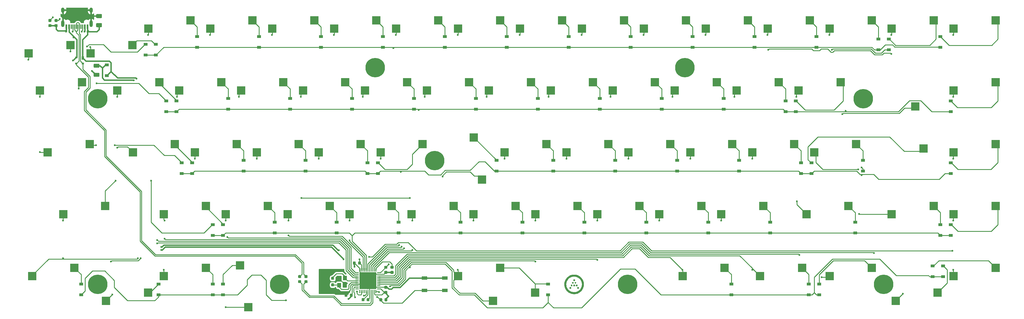
<source format=gbl>
G04 #@! TF.GenerationSoftware,KiCad,Pcbnew,(5.1.4)-1*
G04 #@! TF.CreationDate,2021-07-17T18:01:22+09:00*
G04 #@! TF.ProjectId,JP65,4a503635-2e6b-4696-9361-645f70636258,rev?*
G04 #@! TF.SameCoordinates,Original*
G04 #@! TF.FileFunction,Copper,L2,Bot*
G04 #@! TF.FilePolarity,Positive*
%FSLAX46Y46*%
G04 Gerber Fmt 4.6, Leading zero omitted, Abs format (unit mm)*
G04 Created by KiCad (PCBNEW (5.1.4)-1) date 2021-07-17 18:01:22*
%MOMM*%
%LPD*%
G04 APERTURE LIST*
%ADD10C,0.010000*%
%ADD11C,6.000000*%
%ADD12R,2.550000X2.500000*%
%ADD13R,1.200000X0.900000*%
%ADD14C,0.100000*%
%ADD15C,0.875000*%
%ADD16R,0.700000X1.000000*%
%ADD17R,0.700000X0.600000*%
%ADD18R,0.600000X1.450000*%
%ADD19R,0.300000X1.450000*%
%ADD20O,1.000000X2.100000*%
%ADD21O,1.000000X1.600000*%
%ADD22C,1.250000*%
%ADD23R,2.500000X2.550000*%
%ADD24C,0.250000*%
%ADD25C,5.200000*%
%ADD26R,1.700000X1.000000*%
%ADD27R,1.200000X1.400000*%
%ADD28C,0.600000*%
%ADD29C,0.254000*%
%ADD30C,0.381000*%
%ADD31C,0.261112*%
G04 APERTURE END LIST*
D10*
G36*
X295878250Y-256889250D02*
G01*
X296283062Y-256889250D01*
X296283062Y-256484438D01*
X295878250Y-256484438D01*
X295878250Y-256889250D01*
X295878250Y-256889250D01*
G37*
X295878250Y-256889250D02*
X296283062Y-256889250D01*
X296283062Y-256484438D01*
X295878250Y-256484438D01*
X295878250Y-256889250D01*
G36*
X295473437Y-257675063D02*
G01*
X295878250Y-257675063D01*
X295878250Y-257294063D01*
X295473437Y-257294063D01*
X295473437Y-257675063D01*
X295473437Y-257675063D01*
G37*
X295473437Y-257675063D02*
X295878250Y-257675063D01*
X295878250Y-257294063D01*
X295473437Y-257294063D01*
X295473437Y-257675063D01*
G36*
X296283062Y-257675063D02*
G01*
X296664062Y-257675063D01*
X296664062Y-257294063D01*
X296283062Y-257294063D01*
X296283062Y-257675063D01*
X296283062Y-257675063D01*
G37*
X296283062Y-257675063D02*
X296664062Y-257675063D01*
X296664062Y-257294063D01*
X296283062Y-257294063D01*
X296283062Y-257675063D01*
G36*
X295092437Y-258484688D02*
G01*
X295473437Y-258484688D01*
X295473437Y-258079875D01*
X295092437Y-258079875D01*
X295092437Y-258484688D01*
X295092437Y-258484688D01*
G37*
X295092437Y-258484688D02*
X295473437Y-258484688D01*
X295473437Y-258079875D01*
X295092437Y-258079875D01*
X295092437Y-258484688D01*
G36*
X295878250Y-258484688D02*
G01*
X296283062Y-258484688D01*
X296283062Y-258079875D01*
X295878250Y-258079875D01*
X295878250Y-258484688D01*
X295878250Y-258484688D01*
G37*
X295878250Y-258484688D02*
X296283062Y-258484688D01*
X296283062Y-258079875D01*
X295878250Y-258079875D01*
X295878250Y-258484688D01*
G36*
X296664062Y-258484688D02*
G01*
X297068875Y-258484688D01*
X297068875Y-258079875D01*
X296664062Y-258079875D01*
X296664062Y-258484688D01*
X296664062Y-258484688D01*
G37*
X296664062Y-258484688D02*
X297068875Y-258484688D01*
X297068875Y-258079875D01*
X296664062Y-258079875D01*
X296664062Y-258484688D01*
G36*
X294687625Y-259270500D02*
G01*
X295092437Y-259270500D01*
X295092437Y-258865688D01*
X294687625Y-258865688D01*
X294687625Y-259270500D01*
X294687625Y-259270500D01*
G37*
X294687625Y-259270500D02*
X295092437Y-259270500D01*
X295092437Y-258865688D01*
X294687625Y-258865688D01*
X294687625Y-259270500D01*
G36*
X297068875Y-259270500D02*
G01*
X297473687Y-259270500D01*
X297473687Y-258865688D01*
X297068875Y-258865688D01*
X297068875Y-259270500D01*
X297068875Y-259270500D01*
G37*
X297068875Y-259270500D02*
X297473687Y-259270500D01*
X297473687Y-258865688D01*
X297068875Y-258865688D01*
X297068875Y-259270500D01*
G36*
X296064781Y-254996795D02*
G01*
X295940663Y-254998165D01*
X295828951Y-255002322D01*
X295726358Y-255009669D01*
X295629594Y-255020610D01*
X295535372Y-255035548D01*
X295440403Y-255054887D01*
X295341399Y-255079031D01*
X295296120Y-255091168D01*
X295087573Y-255156406D01*
X294885485Y-255235742D01*
X294690622Y-255328778D01*
X294503751Y-255435118D01*
X294325636Y-255554366D01*
X294173490Y-255672367D01*
X294015822Y-255813092D01*
X293868485Y-255964537D01*
X293732164Y-256125635D01*
X293607542Y-256295317D01*
X293495303Y-256472516D01*
X293396130Y-256656166D01*
X293310708Y-256845197D01*
X293239720Y-257038543D01*
X293190966Y-257206553D01*
X293157895Y-257346539D01*
X293132535Y-257478475D01*
X293114143Y-257607747D01*
X293101975Y-257739743D01*
X293095289Y-257879850D01*
X293094636Y-257905250D01*
X293097355Y-258123547D01*
X293115550Y-258338330D01*
X293149215Y-258549571D01*
X293198344Y-258757239D01*
X293262931Y-258961305D01*
X293327128Y-259125237D01*
X293355211Y-259190502D01*
X293379273Y-259244660D01*
X293401142Y-259291363D01*
X293422643Y-259334263D01*
X293445604Y-259377013D01*
X293471850Y-259423265D01*
X293500975Y-259472906D01*
X293620194Y-259659177D01*
X293750298Y-259833903D01*
X293891421Y-259997215D01*
X294043695Y-260149246D01*
X294207253Y-260290130D01*
X294382226Y-260419998D01*
X294564594Y-260536525D01*
X294617423Y-260567494D01*
X294663336Y-260593471D01*
X294705985Y-260616281D01*
X294749022Y-260637751D01*
X294796099Y-260659707D01*
X294850869Y-260683975D01*
X294912263Y-260710372D01*
X295008496Y-260749919D01*
X295097214Y-260782958D01*
X295184328Y-260811445D01*
X295275752Y-260837339D01*
X295358344Y-260858072D01*
X295522860Y-260893626D01*
X295679955Y-260919303D01*
X295834183Y-260935643D01*
X295990101Y-260943186D01*
X296080656Y-260943763D01*
X296131875Y-260943248D01*
X296179996Y-260942543D01*
X296221876Y-260941710D01*
X296254372Y-260940813D01*
X296274340Y-260939915D01*
X296275125Y-260939859D01*
X296491299Y-260915907D01*
X296704056Y-260876920D01*
X296912537Y-260823217D01*
X297115882Y-260755113D01*
X297313234Y-260672926D01*
X297503732Y-260576975D01*
X297686518Y-260467576D01*
X297837474Y-260362546D01*
X298010401Y-260224199D01*
X298171085Y-260075838D01*
X298319299Y-259917789D01*
X298454821Y-259750382D01*
X298577426Y-259573944D01*
X298686889Y-259388802D01*
X298782987Y-259195285D01*
X298865494Y-258993721D01*
X298934187Y-258784438D01*
X298946332Y-258741380D01*
X298972698Y-258639585D01*
X298994083Y-258543261D01*
X299010891Y-258449117D01*
X299023525Y-258353867D01*
X299032390Y-258254220D01*
X299037888Y-258146890D01*
X299040424Y-258028586D01*
X299040705Y-257972719D01*
X299040030Y-257917358D01*
X298507956Y-257917358D01*
X298507853Y-257997496D01*
X298506187Y-258077160D01*
X298502991Y-258152287D01*
X298498294Y-258218810D01*
X298494574Y-258254500D01*
X298462700Y-258451798D01*
X298416049Y-258643413D01*
X298354799Y-258828972D01*
X298279131Y-259008099D01*
X298189223Y-259180419D01*
X298085256Y-259345559D01*
X297967409Y-259503143D01*
X297835862Y-259652797D01*
X297813526Y-259676010D01*
X297679292Y-259803084D01*
X297533590Y-259921020D01*
X297379119Y-260027840D01*
X297218581Y-260121566D01*
X297172792Y-260145254D01*
X297098384Y-260181903D01*
X297033143Y-260212122D01*
X296972646Y-260237690D01*
X296912472Y-260260384D01*
X296848199Y-260281983D01*
X296783125Y-260301977D01*
X296593912Y-260351390D01*
X296408161Y-260385841D01*
X296224423Y-260405464D01*
X296041247Y-260410392D01*
X295857186Y-260400761D01*
X295790644Y-260393781D01*
X295603312Y-260364837D01*
X295423731Y-260323028D01*
X295249393Y-260267604D01*
X295077791Y-260197814D01*
X294980834Y-260151616D01*
X294810202Y-260058197D01*
X294650786Y-259954462D01*
X294501828Y-259839724D01*
X294362571Y-259713300D01*
X294232256Y-259574504D01*
X294110126Y-259422653D01*
X294001858Y-259267009D01*
X293976732Y-259225818D01*
X293947409Y-259173690D01*
X293915709Y-259114246D01*
X293883451Y-259051106D01*
X293852457Y-258987890D01*
X293824544Y-258928217D01*
X293801535Y-258875707D01*
X293788097Y-258841875D01*
X293725230Y-258650334D01*
X293677834Y-258457595D01*
X293645950Y-258264200D01*
X293629620Y-258070690D01*
X293628882Y-257877607D01*
X293643778Y-257685492D01*
X293674348Y-257494886D01*
X293684151Y-257448844D01*
X293717800Y-257312551D01*
X293756108Y-257186368D01*
X293801046Y-257064757D01*
X293854587Y-256942182D01*
X293892246Y-256864708D01*
X293985951Y-256695860D01*
X294092776Y-256535423D01*
X294211952Y-256384118D01*
X294342713Y-256242664D01*
X294484290Y-256111781D01*
X294635916Y-255992190D01*
X294796823Y-255884610D01*
X294966243Y-255789761D01*
X295110425Y-255722230D01*
X295282053Y-255655835D01*
X295454607Y-255603837D01*
X295630094Y-255565828D01*
X295810524Y-255541401D01*
X295997905Y-255530147D01*
X296060812Y-255529257D01*
X296258907Y-255535627D01*
X296450535Y-255556272D01*
X296636469Y-255591423D01*
X296817485Y-255641317D01*
X296994356Y-255706185D01*
X297167856Y-255786263D01*
X297338759Y-255881785D01*
X297439456Y-255945994D01*
X297578889Y-256047522D01*
X297713087Y-256162028D01*
X297840409Y-256287589D01*
X297959215Y-256422281D01*
X298067864Y-256564181D01*
X298164715Y-256711365D01*
X298248128Y-256861911D01*
X298282924Y-256934830D01*
X298344327Y-257079689D01*
X298394558Y-257218928D01*
X298434815Y-257356876D01*
X298466294Y-257497864D01*
X298490194Y-257646221D01*
X298498595Y-257714750D01*
X298503358Y-257771920D01*
X298506468Y-257840811D01*
X298507956Y-257917358D01*
X299040030Y-257917358D01*
X299038960Y-257829723D01*
X299033086Y-257698856D01*
X299022512Y-257576775D01*
X299006665Y-257460135D01*
X298984973Y-257345594D01*
X298956863Y-257229809D01*
X298921764Y-257109437D01*
X298879103Y-256981134D01*
X298863409Y-256936875D01*
X298785024Y-256742156D01*
X298692184Y-256553822D01*
X298585078Y-256372135D01*
X298463898Y-256197358D01*
X298328833Y-256029753D01*
X298180076Y-255869583D01*
X298017817Y-255717110D01*
X297910979Y-255626929D01*
X297825150Y-255561436D01*
X297727611Y-255494110D01*
X297622002Y-255427162D01*
X297511964Y-255362805D01*
X297401137Y-255303250D01*
X297293161Y-255250708D01*
X297287156Y-255247965D01*
X297217196Y-255218092D01*
X297136015Y-255186706D01*
X297047983Y-255155286D01*
X296957471Y-255125312D01*
X296868849Y-255098261D01*
X296786486Y-255075614D01*
X296754600Y-255067721D01*
X296661375Y-255046953D01*
X296572401Y-255030293D01*
X296484397Y-255017402D01*
X296394081Y-255007945D01*
X296298172Y-255001582D01*
X296193390Y-254997978D01*
X296076455Y-254996794D01*
X296064781Y-254996795D01*
X296064781Y-254996795D01*
G37*
X296064781Y-254996795D02*
X295940663Y-254998165D01*
X295828951Y-255002322D01*
X295726358Y-255009669D01*
X295629594Y-255020610D01*
X295535372Y-255035548D01*
X295440403Y-255054887D01*
X295341399Y-255079031D01*
X295296120Y-255091168D01*
X295087573Y-255156406D01*
X294885485Y-255235742D01*
X294690622Y-255328778D01*
X294503751Y-255435118D01*
X294325636Y-255554366D01*
X294173490Y-255672367D01*
X294015822Y-255813092D01*
X293868485Y-255964537D01*
X293732164Y-256125635D01*
X293607542Y-256295317D01*
X293495303Y-256472516D01*
X293396130Y-256656166D01*
X293310708Y-256845197D01*
X293239720Y-257038543D01*
X293190966Y-257206553D01*
X293157895Y-257346539D01*
X293132535Y-257478475D01*
X293114143Y-257607747D01*
X293101975Y-257739743D01*
X293095289Y-257879850D01*
X293094636Y-257905250D01*
X293097355Y-258123547D01*
X293115550Y-258338330D01*
X293149215Y-258549571D01*
X293198344Y-258757239D01*
X293262931Y-258961305D01*
X293327128Y-259125237D01*
X293355211Y-259190502D01*
X293379273Y-259244660D01*
X293401142Y-259291363D01*
X293422643Y-259334263D01*
X293445604Y-259377013D01*
X293471850Y-259423265D01*
X293500975Y-259472906D01*
X293620194Y-259659177D01*
X293750298Y-259833903D01*
X293891421Y-259997215D01*
X294043695Y-260149246D01*
X294207253Y-260290130D01*
X294382226Y-260419998D01*
X294564594Y-260536525D01*
X294617423Y-260567494D01*
X294663336Y-260593471D01*
X294705985Y-260616281D01*
X294749022Y-260637751D01*
X294796099Y-260659707D01*
X294850869Y-260683975D01*
X294912263Y-260710372D01*
X295008496Y-260749919D01*
X295097214Y-260782958D01*
X295184328Y-260811445D01*
X295275752Y-260837339D01*
X295358344Y-260858072D01*
X295522860Y-260893626D01*
X295679955Y-260919303D01*
X295834183Y-260935643D01*
X295990101Y-260943186D01*
X296080656Y-260943763D01*
X296131875Y-260943248D01*
X296179996Y-260942543D01*
X296221876Y-260941710D01*
X296254372Y-260940813D01*
X296274340Y-260939915D01*
X296275125Y-260939859D01*
X296491299Y-260915907D01*
X296704056Y-260876920D01*
X296912537Y-260823217D01*
X297115882Y-260755113D01*
X297313234Y-260672926D01*
X297503732Y-260576975D01*
X297686518Y-260467576D01*
X297837474Y-260362546D01*
X298010401Y-260224199D01*
X298171085Y-260075838D01*
X298319299Y-259917789D01*
X298454821Y-259750382D01*
X298577426Y-259573944D01*
X298686889Y-259388802D01*
X298782987Y-259195285D01*
X298865494Y-258993721D01*
X298934187Y-258784438D01*
X298946332Y-258741380D01*
X298972698Y-258639585D01*
X298994083Y-258543261D01*
X299010891Y-258449117D01*
X299023525Y-258353867D01*
X299032390Y-258254220D01*
X299037888Y-258146890D01*
X299040424Y-258028586D01*
X299040705Y-257972719D01*
X299040030Y-257917358D01*
X298507956Y-257917358D01*
X298507853Y-257997496D01*
X298506187Y-258077160D01*
X298502991Y-258152287D01*
X298498294Y-258218810D01*
X298494574Y-258254500D01*
X298462700Y-258451798D01*
X298416049Y-258643413D01*
X298354799Y-258828972D01*
X298279131Y-259008099D01*
X298189223Y-259180419D01*
X298085256Y-259345559D01*
X297967409Y-259503143D01*
X297835862Y-259652797D01*
X297813526Y-259676010D01*
X297679292Y-259803084D01*
X297533590Y-259921020D01*
X297379119Y-260027840D01*
X297218581Y-260121566D01*
X297172792Y-260145254D01*
X297098384Y-260181903D01*
X297033143Y-260212122D01*
X296972646Y-260237690D01*
X296912472Y-260260384D01*
X296848199Y-260281983D01*
X296783125Y-260301977D01*
X296593912Y-260351390D01*
X296408161Y-260385841D01*
X296224423Y-260405464D01*
X296041247Y-260410392D01*
X295857186Y-260400761D01*
X295790644Y-260393781D01*
X295603312Y-260364837D01*
X295423731Y-260323028D01*
X295249393Y-260267604D01*
X295077791Y-260197814D01*
X294980834Y-260151616D01*
X294810202Y-260058197D01*
X294650786Y-259954462D01*
X294501828Y-259839724D01*
X294362571Y-259713300D01*
X294232256Y-259574504D01*
X294110126Y-259422653D01*
X294001858Y-259267009D01*
X293976732Y-259225818D01*
X293947409Y-259173690D01*
X293915709Y-259114246D01*
X293883451Y-259051106D01*
X293852457Y-258987890D01*
X293824544Y-258928217D01*
X293801535Y-258875707D01*
X293788097Y-258841875D01*
X293725230Y-258650334D01*
X293677834Y-258457595D01*
X293645950Y-258264200D01*
X293629620Y-258070690D01*
X293628882Y-257877607D01*
X293643778Y-257685492D01*
X293674348Y-257494886D01*
X293684151Y-257448844D01*
X293717800Y-257312551D01*
X293756108Y-257186368D01*
X293801046Y-257064757D01*
X293854587Y-256942182D01*
X293892246Y-256864708D01*
X293985951Y-256695860D01*
X294092776Y-256535423D01*
X294211952Y-256384118D01*
X294342713Y-256242664D01*
X294484290Y-256111781D01*
X294635916Y-255992190D01*
X294796823Y-255884610D01*
X294966243Y-255789761D01*
X295110425Y-255722230D01*
X295282053Y-255655835D01*
X295454607Y-255603837D01*
X295630094Y-255565828D01*
X295810524Y-255541401D01*
X295997905Y-255530147D01*
X296060812Y-255529257D01*
X296258907Y-255535627D01*
X296450535Y-255556272D01*
X296636469Y-255591423D01*
X296817485Y-255641317D01*
X296994356Y-255706185D01*
X297167856Y-255786263D01*
X297338759Y-255881785D01*
X297439456Y-255945994D01*
X297578889Y-256047522D01*
X297713087Y-256162028D01*
X297840409Y-256287589D01*
X297959215Y-256422281D01*
X298067864Y-256564181D01*
X298164715Y-256711365D01*
X298248128Y-256861911D01*
X298282924Y-256934830D01*
X298344327Y-257079689D01*
X298394558Y-257218928D01*
X298434815Y-257356876D01*
X298466294Y-257497864D01*
X298490194Y-257646221D01*
X298498595Y-257714750D01*
X298503358Y-257771920D01*
X298506468Y-257840811D01*
X298507956Y-257917358D01*
X299040030Y-257917358D01*
X299038960Y-257829723D01*
X299033086Y-257698856D01*
X299022512Y-257576775D01*
X299006665Y-257460135D01*
X298984973Y-257345594D01*
X298956863Y-257229809D01*
X298921764Y-257109437D01*
X298879103Y-256981134D01*
X298863409Y-256936875D01*
X298785024Y-256742156D01*
X298692184Y-256553822D01*
X298585078Y-256372135D01*
X298463898Y-256197358D01*
X298328833Y-256029753D01*
X298180076Y-255869583D01*
X298017817Y-255717110D01*
X297910979Y-255626929D01*
X297825150Y-255561436D01*
X297727611Y-255494110D01*
X297622002Y-255427162D01*
X297511964Y-255362805D01*
X297401137Y-255303250D01*
X297293161Y-255250708D01*
X297287156Y-255247965D01*
X297217196Y-255218092D01*
X297136015Y-255186706D01*
X297047983Y-255155286D01*
X296957471Y-255125312D01*
X296868849Y-255098261D01*
X296786486Y-255075614D01*
X296754600Y-255067721D01*
X296661375Y-255046953D01*
X296572401Y-255030293D01*
X296484397Y-255017402D01*
X296394081Y-255007945D01*
X296298172Y-255001582D01*
X296193390Y-254997978D01*
X296076455Y-254996794D01*
X296064781Y-254996795D01*
D11*
X385066250Y-200818750D03*
X391336250Y-257968750D03*
X312596250Y-257968750D03*
X330200000Y-191293750D03*
X253206250Y-219868750D03*
X234950000Y-191293750D03*
X205581250Y-257968750D03*
X149616250Y-257958750D03*
X149616250Y-200818750D03*
D12*
X406685750Y-233838750D03*
X393758750Y-236378750D03*
X366204500Y-252888750D03*
X353277500Y-255428750D03*
X387635750Y-252888750D03*
X374708750Y-255428750D03*
X395001750Y-263048750D03*
X407928750Y-260508750D03*
D13*
X409575000Y-252350000D03*
X409575000Y-255650000D03*
X408781250Y-239650000D03*
X408781250Y-242950000D03*
X368300000Y-257906250D03*
X368300000Y-261206250D03*
X371475000Y-257906250D03*
X371475000Y-261206250D03*
X382587500Y-238856250D03*
X382587500Y-242156250D03*
D12*
X380492000Y-233838750D03*
X367565000Y-236378750D03*
X425735750Y-252888750D03*
X412808750Y-255428750D03*
X425735750Y-233838750D03*
X412808750Y-236378750D03*
X425735750Y-214788750D03*
X412808750Y-217328750D03*
X425735750Y-195738750D03*
X412808750Y-198278750D03*
X425735750Y-176688750D03*
X412808750Y-179228750D03*
D13*
X406400000Y-252350000D03*
X406400000Y-255650000D03*
X411956250Y-239650000D03*
X411956250Y-242950000D03*
X411956250Y-220600000D03*
X411956250Y-223900000D03*
X411956250Y-201550000D03*
X411956250Y-204850000D03*
X408781250Y-181706250D03*
X408781250Y-185006250D03*
D12*
X271176750Y-263048750D03*
X284103750Y-260508750D03*
X387635750Y-176688750D03*
X374708750Y-179228750D03*
X368585750Y-176688750D03*
X355658750Y-179228750D03*
D14*
G36*
X211986691Y-255157303D02*
G01*
X212007926Y-255160453D01*
X212028750Y-255165669D01*
X212048962Y-255172901D01*
X212068368Y-255182080D01*
X212086781Y-255193116D01*
X212104024Y-255205904D01*
X212119930Y-255220320D01*
X212134346Y-255236226D01*
X212147134Y-255253469D01*
X212158170Y-255271882D01*
X212167349Y-255291288D01*
X212174581Y-255311500D01*
X212179797Y-255332324D01*
X212182947Y-255353559D01*
X212184000Y-255375000D01*
X212184000Y-255812500D01*
X212182947Y-255833941D01*
X212179797Y-255855176D01*
X212174581Y-255876000D01*
X212167349Y-255896212D01*
X212158170Y-255915618D01*
X212147134Y-255934031D01*
X212134346Y-255951274D01*
X212119930Y-255967180D01*
X212104024Y-255981596D01*
X212086781Y-255994384D01*
X212068368Y-256005420D01*
X212048962Y-256014599D01*
X212028750Y-256021831D01*
X212007926Y-256027047D01*
X211986691Y-256030197D01*
X211965250Y-256031250D01*
X211452750Y-256031250D01*
X211431309Y-256030197D01*
X211410074Y-256027047D01*
X211389250Y-256021831D01*
X211369038Y-256014599D01*
X211349632Y-256005420D01*
X211331219Y-255994384D01*
X211313976Y-255981596D01*
X211298070Y-255967180D01*
X211283654Y-255951274D01*
X211270866Y-255934031D01*
X211259830Y-255915618D01*
X211250651Y-255896212D01*
X211243419Y-255876000D01*
X211238203Y-255855176D01*
X211235053Y-255833941D01*
X211234000Y-255812500D01*
X211234000Y-255375000D01*
X211235053Y-255353559D01*
X211238203Y-255332324D01*
X211243419Y-255311500D01*
X211250651Y-255291288D01*
X211259830Y-255271882D01*
X211270866Y-255253469D01*
X211283654Y-255236226D01*
X211298070Y-255220320D01*
X211313976Y-255205904D01*
X211331219Y-255193116D01*
X211349632Y-255182080D01*
X211369038Y-255172901D01*
X211389250Y-255165669D01*
X211410074Y-255160453D01*
X211431309Y-255157303D01*
X211452750Y-255156250D01*
X211965250Y-255156250D01*
X211986691Y-255157303D01*
X211986691Y-255157303D01*
G37*
D15*
X211709000Y-255593750D03*
D14*
G36*
X211986691Y-256732303D02*
G01*
X212007926Y-256735453D01*
X212028750Y-256740669D01*
X212048962Y-256747901D01*
X212068368Y-256757080D01*
X212086781Y-256768116D01*
X212104024Y-256780904D01*
X212119930Y-256795320D01*
X212134346Y-256811226D01*
X212147134Y-256828469D01*
X212158170Y-256846882D01*
X212167349Y-256866288D01*
X212174581Y-256886500D01*
X212179797Y-256907324D01*
X212182947Y-256928559D01*
X212184000Y-256950000D01*
X212184000Y-257387500D01*
X212182947Y-257408941D01*
X212179797Y-257430176D01*
X212174581Y-257451000D01*
X212167349Y-257471212D01*
X212158170Y-257490618D01*
X212147134Y-257509031D01*
X212134346Y-257526274D01*
X212119930Y-257542180D01*
X212104024Y-257556596D01*
X212086781Y-257569384D01*
X212068368Y-257580420D01*
X212048962Y-257589599D01*
X212028750Y-257596831D01*
X212007926Y-257602047D01*
X211986691Y-257605197D01*
X211965250Y-257606250D01*
X211452750Y-257606250D01*
X211431309Y-257605197D01*
X211410074Y-257602047D01*
X211389250Y-257596831D01*
X211369038Y-257589599D01*
X211349632Y-257580420D01*
X211331219Y-257569384D01*
X211313976Y-257556596D01*
X211298070Y-257542180D01*
X211283654Y-257526274D01*
X211270866Y-257509031D01*
X211259830Y-257490618D01*
X211250651Y-257471212D01*
X211243419Y-257451000D01*
X211238203Y-257430176D01*
X211235053Y-257408941D01*
X211234000Y-257387500D01*
X211234000Y-256950000D01*
X211235053Y-256928559D01*
X211238203Y-256907324D01*
X211243419Y-256886500D01*
X211250651Y-256866288D01*
X211259830Y-256846882D01*
X211270866Y-256828469D01*
X211283654Y-256811226D01*
X211298070Y-256795320D01*
X211313976Y-256780904D01*
X211331219Y-256768116D01*
X211349632Y-256757080D01*
X211369038Y-256747901D01*
X211389250Y-256740669D01*
X211410074Y-256735453D01*
X211431309Y-256732303D01*
X211452750Y-256731250D01*
X211965250Y-256731250D01*
X211986691Y-256732303D01*
X211986691Y-256732303D01*
G37*
D15*
X211709000Y-257168750D03*
D14*
G36*
X213923441Y-255157303D02*
G01*
X213944676Y-255160453D01*
X213965500Y-255165669D01*
X213985712Y-255172901D01*
X214005118Y-255182080D01*
X214023531Y-255193116D01*
X214040774Y-255205904D01*
X214056680Y-255220320D01*
X214071096Y-255236226D01*
X214083884Y-255253469D01*
X214094920Y-255271882D01*
X214104099Y-255291288D01*
X214111331Y-255311500D01*
X214116547Y-255332324D01*
X214119697Y-255353559D01*
X214120750Y-255375000D01*
X214120750Y-255812500D01*
X214119697Y-255833941D01*
X214116547Y-255855176D01*
X214111331Y-255876000D01*
X214104099Y-255896212D01*
X214094920Y-255915618D01*
X214083884Y-255934031D01*
X214071096Y-255951274D01*
X214056680Y-255967180D01*
X214040774Y-255981596D01*
X214023531Y-255994384D01*
X214005118Y-256005420D01*
X213985712Y-256014599D01*
X213965500Y-256021831D01*
X213944676Y-256027047D01*
X213923441Y-256030197D01*
X213902000Y-256031250D01*
X213389500Y-256031250D01*
X213368059Y-256030197D01*
X213346824Y-256027047D01*
X213326000Y-256021831D01*
X213305788Y-256014599D01*
X213286382Y-256005420D01*
X213267969Y-255994384D01*
X213250726Y-255981596D01*
X213234820Y-255967180D01*
X213220404Y-255951274D01*
X213207616Y-255934031D01*
X213196580Y-255915618D01*
X213187401Y-255896212D01*
X213180169Y-255876000D01*
X213174953Y-255855176D01*
X213171803Y-255833941D01*
X213170750Y-255812500D01*
X213170750Y-255375000D01*
X213171803Y-255353559D01*
X213174953Y-255332324D01*
X213180169Y-255311500D01*
X213187401Y-255291288D01*
X213196580Y-255271882D01*
X213207616Y-255253469D01*
X213220404Y-255236226D01*
X213234820Y-255220320D01*
X213250726Y-255205904D01*
X213267969Y-255193116D01*
X213286382Y-255182080D01*
X213305788Y-255172901D01*
X213326000Y-255165669D01*
X213346824Y-255160453D01*
X213368059Y-255157303D01*
X213389500Y-255156250D01*
X213902000Y-255156250D01*
X213923441Y-255157303D01*
X213923441Y-255157303D01*
G37*
D15*
X213645750Y-255593750D03*
D14*
G36*
X213923441Y-256732303D02*
G01*
X213944676Y-256735453D01*
X213965500Y-256740669D01*
X213985712Y-256747901D01*
X214005118Y-256757080D01*
X214023531Y-256768116D01*
X214040774Y-256780904D01*
X214056680Y-256795320D01*
X214071096Y-256811226D01*
X214083884Y-256828469D01*
X214094920Y-256846882D01*
X214104099Y-256866288D01*
X214111331Y-256886500D01*
X214116547Y-256907324D01*
X214119697Y-256928559D01*
X214120750Y-256950000D01*
X214120750Y-257387500D01*
X214119697Y-257408941D01*
X214116547Y-257430176D01*
X214111331Y-257451000D01*
X214104099Y-257471212D01*
X214094920Y-257490618D01*
X214083884Y-257509031D01*
X214071096Y-257526274D01*
X214056680Y-257542180D01*
X214040774Y-257556596D01*
X214023531Y-257569384D01*
X214005118Y-257580420D01*
X213985712Y-257589599D01*
X213965500Y-257596831D01*
X213944676Y-257602047D01*
X213923441Y-257605197D01*
X213902000Y-257606250D01*
X213389500Y-257606250D01*
X213368059Y-257605197D01*
X213346824Y-257602047D01*
X213326000Y-257596831D01*
X213305788Y-257589599D01*
X213286382Y-257580420D01*
X213267969Y-257569384D01*
X213250726Y-257556596D01*
X213234820Y-257542180D01*
X213220404Y-257526274D01*
X213207616Y-257509031D01*
X213196580Y-257490618D01*
X213187401Y-257471212D01*
X213180169Y-257451000D01*
X213174953Y-257430176D01*
X213171803Y-257408941D01*
X213170750Y-257387500D01*
X213170750Y-256950000D01*
X213171803Y-256928559D01*
X213174953Y-256907324D01*
X213180169Y-256886500D01*
X213187401Y-256866288D01*
X213196580Y-256846882D01*
X213207616Y-256828469D01*
X213220404Y-256811226D01*
X213234820Y-256795320D01*
X213250726Y-256780904D01*
X213267969Y-256768116D01*
X213286382Y-256757080D01*
X213305788Y-256747901D01*
X213326000Y-256740669D01*
X213346824Y-256735453D01*
X213368059Y-256732303D01*
X213389500Y-256731250D01*
X213902000Y-256731250D01*
X213923441Y-256732303D01*
X213923441Y-256732303D01*
G37*
D15*
X213645750Y-257168750D03*
D12*
X147129500Y-214788750D03*
X134202500Y-217328750D03*
D16*
X145018000Y-188353000D03*
D17*
X143018000Y-188153000D03*
X145018000Y-190053000D03*
X143018000Y-190053000D03*
D18*
X146417500Y-178662400D03*
X139967500Y-178662400D03*
X145642500Y-178662400D03*
X140742500Y-178662400D03*
D19*
X141442500Y-178662400D03*
X144942500Y-178662400D03*
X141942500Y-178662400D03*
X144442500Y-178662400D03*
X142442500Y-178662400D03*
X143942500Y-178662400D03*
X143442500Y-178662400D03*
X142942500Y-178662400D03*
D20*
X138872500Y-177747400D03*
X147512500Y-177747400D03*
D21*
X138872500Y-173567400D03*
X147512500Y-173567400D03*
D14*
G36*
X137056691Y-176322053D02*
G01*
X137077926Y-176325203D01*
X137098750Y-176330419D01*
X137118962Y-176337651D01*
X137138368Y-176346830D01*
X137156781Y-176357866D01*
X137174024Y-176370654D01*
X137189930Y-176385070D01*
X137204346Y-176400976D01*
X137217134Y-176418219D01*
X137228170Y-176436632D01*
X137237349Y-176456038D01*
X137244581Y-176476250D01*
X137249797Y-176497074D01*
X137252947Y-176518309D01*
X137254000Y-176539750D01*
X137254000Y-176977250D01*
X137252947Y-176998691D01*
X137249797Y-177019926D01*
X137244581Y-177040750D01*
X137237349Y-177060962D01*
X137228170Y-177080368D01*
X137217134Y-177098781D01*
X137204346Y-177116024D01*
X137189930Y-177131930D01*
X137174024Y-177146346D01*
X137156781Y-177159134D01*
X137138368Y-177170170D01*
X137118962Y-177179349D01*
X137098750Y-177186581D01*
X137077926Y-177191797D01*
X137056691Y-177194947D01*
X137035250Y-177196000D01*
X136522750Y-177196000D01*
X136501309Y-177194947D01*
X136480074Y-177191797D01*
X136459250Y-177186581D01*
X136439038Y-177179349D01*
X136419632Y-177170170D01*
X136401219Y-177159134D01*
X136383976Y-177146346D01*
X136368070Y-177131930D01*
X136353654Y-177116024D01*
X136340866Y-177098781D01*
X136329830Y-177080368D01*
X136320651Y-177060962D01*
X136313419Y-177040750D01*
X136308203Y-177019926D01*
X136305053Y-176998691D01*
X136304000Y-176977250D01*
X136304000Y-176539750D01*
X136305053Y-176518309D01*
X136308203Y-176497074D01*
X136313419Y-176476250D01*
X136320651Y-176456038D01*
X136329830Y-176436632D01*
X136340866Y-176418219D01*
X136353654Y-176400976D01*
X136368070Y-176385070D01*
X136383976Y-176370654D01*
X136401219Y-176357866D01*
X136419632Y-176346830D01*
X136439038Y-176337651D01*
X136459250Y-176330419D01*
X136480074Y-176325203D01*
X136501309Y-176322053D01*
X136522750Y-176321000D01*
X137035250Y-176321000D01*
X137056691Y-176322053D01*
X137056691Y-176322053D01*
G37*
D15*
X136779000Y-176758500D03*
D14*
G36*
X137056691Y-177897053D02*
G01*
X137077926Y-177900203D01*
X137098750Y-177905419D01*
X137118962Y-177912651D01*
X137138368Y-177921830D01*
X137156781Y-177932866D01*
X137174024Y-177945654D01*
X137189930Y-177960070D01*
X137204346Y-177975976D01*
X137217134Y-177993219D01*
X137228170Y-178011632D01*
X137237349Y-178031038D01*
X137244581Y-178051250D01*
X137249797Y-178072074D01*
X137252947Y-178093309D01*
X137254000Y-178114750D01*
X137254000Y-178552250D01*
X137252947Y-178573691D01*
X137249797Y-178594926D01*
X137244581Y-178615750D01*
X137237349Y-178635962D01*
X137228170Y-178655368D01*
X137217134Y-178673781D01*
X137204346Y-178691024D01*
X137189930Y-178706930D01*
X137174024Y-178721346D01*
X137156781Y-178734134D01*
X137138368Y-178745170D01*
X137118962Y-178754349D01*
X137098750Y-178761581D01*
X137077926Y-178766797D01*
X137056691Y-178769947D01*
X137035250Y-178771000D01*
X136522750Y-178771000D01*
X136501309Y-178769947D01*
X136480074Y-178766797D01*
X136459250Y-178761581D01*
X136439038Y-178754349D01*
X136419632Y-178745170D01*
X136401219Y-178734134D01*
X136383976Y-178721346D01*
X136368070Y-178706930D01*
X136353654Y-178691024D01*
X136340866Y-178673781D01*
X136329830Y-178655368D01*
X136320651Y-178635962D01*
X136313419Y-178615750D01*
X136308203Y-178594926D01*
X136305053Y-178573691D01*
X136304000Y-178552250D01*
X136304000Y-178114750D01*
X136305053Y-178093309D01*
X136308203Y-178072074D01*
X136313419Y-178051250D01*
X136320651Y-178031038D01*
X136329830Y-178011632D01*
X136340866Y-177993219D01*
X136353654Y-177975976D01*
X136368070Y-177960070D01*
X136383976Y-177945654D01*
X136401219Y-177932866D01*
X136419632Y-177921830D01*
X136439038Y-177912651D01*
X136459250Y-177905419D01*
X136480074Y-177900203D01*
X136501309Y-177897053D01*
X136522750Y-177896000D01*
X137035250Y-177896000D01*
X137056691Y-177897053D01*
X137056691Y-177897053D01*
G37*
D15*
X136779000Y-178333500D03*
D14*
G36*
X135151691Y-176322053D02*
G01*
X135172926Y-176325203D01*
X135193750Y-176330419D01*
X135213962Y-176337651D01*
X135233368Y-176346830D01*
X135251781Y-176357866D01*
X135269024Y-176370654D01*
X135284930Y-176385070D01*
X135299346Y-176400976D01*
X135312134Y-176418219D01*
X135323170Y-176436632D01*
X135332349Y-176456038D01*
X135339581Y-176476250D01*
X135344797Y-176497074D01*
X135347947Y-176518309D01*
X135349000Y-176539750D01*
X135349000Y-176977250D01*
X135347947Y-176998691D01*
X135344797Y-177019926D01*
X135339581Y-177040750D01*
X135332349Y-177060962D01*
X135323170Y-177080368D01*
X135312134Y-177098781D01*
X135299346Y-177116024D01*
X135284930Y-177131930D01*
X135269024Y-177146346D01*
X135251781Y-177159134D01*
X135233368Y-177170170D01*
X135213962Y-177179349D01*
X135193750Y-177186581D01*
X135172926Y-177191797D01*
X135151691Y-177194947D01*
X135130250Y-177196000D01*
X134617750Y-177196000D01*
X134596309Y-177194947D01*
X134575074Y-177191797D01*
X134554250Y-177186581D01*
X134534038Y-177179349D01*
X134514632Y-177170170D01*
X134496219Y-177159134D01*
X134478976Y-177146346D01*
X134463070Y-177131930D01*
X134448654Y-177116024D01*
X134435866Y-177098781D01*
X134424830Y-177080368D01*
X134415651Y-177060962D01*
X134408419Y-177040750D01*
X134403203Y-177019926D01*
X134400053Y-176998691D01*
X134399000Y-176977250D01*
X134399000Y-176539750D01*
X134400053Y-176518309D01*
X134403203Y-176497074D01*
X134408419Y-176476250D01*
X134415651Y-176456038D01*
X134424830Y-176436632D01*
X134435866Y-176418219D01*
X134448654Y-176400976D01*
X134463070Y-176385070D01*
X134478976Y-176370654D01*
X134496219Y-176357866D01*
X134514632Y-176346830D01*
X134534038Y-176337651D01*
X134554250Y-176330419D01*
X134575074Y-176325203D01*
X134596309Y-176322053D01*
X134617750Y-176321000D01*
X135130250Y-176321000D01*
X135151691Y-176322053D01*
X135151691Y-176322053D01*
G37*
D15*
X134874000Y-176758500D03*
D14*
G36*
X135151691Y-177897053D02*
G01*
X135172926Y-177900203D01*
X135193750Y-177905419D01*
X135213962Y-177912651D01*
X135233368Y-177921830D01*
X135251781Y-177932866D01*
X135269024Y-177945654D01*
X135284930Y-177960070D01*
X135299346Y-177975976D01*
X135312134Y-177993219D01*
X135323170Y-178011632D01*
X135332349Y-178031038D01*
X135339581Y-178051250D01*
X135344797Y-178072074D01*
X135347947Y-178093309D01*
X135349000Y-178114750D01*
X135349000Y-178552250D01*
X135347947Y-178573691D01*
X135344797Y-178594926D01*
X135339581Y-178615750D01*
X135332349Y-178635962D01*
X135323170Y-178655368D01*
X135312134Y-178673781D01*
X135299346Y-178691024D01*
X135284930Y-178706930D01*
X135269024Y-178721346D01*
X135251781Y-178734134D01*
X135233368Y-178745170D01*
X135213962Y-178754349D01*
X135193750Y-178761581D01*
X135172926Y-178766797D01*
X135151691Y-178769947D01*
X135130250Y-178771000D01*
X134617750Y-178771000D01*
X134596309Y-178769947D01*
X134575074Y-178766797D01*
X134554250Y-178761581D01*
X134534038Y-178754349D01*
X134514632Y-178745170D01*
X134496219Y-178734134D01*
X134478976Y-178721346D01*
X134463070Y-178706930D01*
X134448654Y-178691024D01*
X134435866Y-178673781D01*
X134424830Y-178655368D01*
X134415651Y-178635962D01*
X134408419Y-178615750D01*
X134403203Y-178594926D01*
X134400053Y-178573691D01*
X134399000Y-178552250D01*
X134399000Y-178114750D01*
X134400053Y-178093309D01*
X134403203Y-178072074D01*
X134408419Y-178051250D01*
X134415651Y-178031038D01*
X134424830Y-178011632D01*
X134435866Y-177993219D01*
X134448654Y-177975976D01*
X134463070Y-177960070D01*
X134478976Y-177945654D01*
X134496219Y-177932866D01*
X134514632Y-177921830D01*
X134534038Y-177912651D01*
X134554250Y-177905419D01*
X134575074Y-177900203D01*
X134596309Y-177897053D01*
X134617750Y-177896000D01*
X135130250Y-177896000D01*
X135151691Y-177897053D01*
X135151691Y-177897053D01*
G37*
D15*
X134874000Y-178333500D03*
D14*
G36*
X150636504Y-177560204D02*
G01*
X150660773Y-177563804D01*
X150684571Y-177569765D01*
X150707671Y-177578030D01*
X150729849Y-177588520D01*
X150750893Y-177601133D01*
X150770598Y-177615747D01*
X150788777Y-177632223D01*
X150805253Y-177650402D01*
X150819867Y-177670107D01*
X150832480Y-177691151D01*
X150842970Y-177713329D01*
X150851235Y-177736429D01*
X150857196Y-177760227D01*
X150860796Y-177784496D01*
X150862000Y-177809000D01*
X150862000Y-178559000D01*
X150860796Y-178583504D01*
X150857196Y-178607773D01*
X150851235Y-178631571D01*
X150842970Y-178654671D01*
X150832480Y-178676849D01*
X150819867Y-178697893D01*
X150805253Y-178717598D01*
X150788777Y-178735777D01*
X150770598Y-178752253D01*
X150750893Y-178766867D01*
X150729849Y-178779480D01*
X150707671Y-178789970D01*
X150684571Y-178798235D01*
X150660773Y-178804196D01*
X150636504Y-178807796D01*
X150612000Y-178809000D01*
X149362000Y-178809000D01*
X149337496Y-178807796D01*
X149313227Y-178804196D01*
X149289429Y-178798235D01*
X149266329Y-178789970D01*
X149244151Y-178779480D01*
X149223107Y-178766867D01*
X149203402Y-178752253D01*
X149185223Y-178735777D01*
X149168747Y-178717598D01*
X149154133Y-178697893D01*
X149141520Y-178676849D01*
X149131030Y-178654671D01*
X149122765Y-178631571D01*
X149116804Y-178607773D01*
X149113204Y-178583504D01*
X149112000Y-178559000D01*
X149112000Y-177809000D01*
X149113204Y-177784496D01*
X149116804Y-177760227D01*
X149122765Y-177736429D01*
X149131030Y-177713329D01*
X149141520Y-177691151D01*
X149154133Y-177670107D01*
X149168747Y-177650402D01*
X149185223Y-177632223D01*
X149203402Y-177615747D01*
X149223107Y-177601133D01*
X149244151Y-177588520D01*
X149266329Y-177578030D01*
X149289429Y-177569765D01*
X149313227Y-177563804D01*
X149337496Y-177560204D01*
X149362000Y-177559000D01*
X150612000Y-177559000D01*
X150636504Y-177560204D01*
X150636504Y-177560204D01*
G37*
D22*
X149987000Y-178184000D03*
D14*
G36*
X150636504Y-174760204D02*
G01*
X150660773Y-174763804D01*
X150684571Y-174769765D01*
X150707671Y-174778030D01*
X150729849Y-174788520D01*
X150750893Y-174801133D01*
X150770598Y-174815747D01*
X150788777Y-174832223D01*
X150805253Y-174850402D01*
X150819867Y-174870107D01*
X150832480Y-174891151D01*
X150842970Y-174913329D01*
X150851235Y-174936429D01*
X150857196Y-174960227D01*
X150860796Y-174984496D01*
X150862000Y-175009000D01*
X150862000Y-175759000D01*
X150860796Y-175783504D01*
X150857196Y-175807773D01*
X150851235Y-175831571D01*
X150842970Y-175854671D01*
X150832480Y-175876849D01*
X150819867Y-175897893D01*
X150805253Y-175917598D01*
X150788777Y-175935777D01*
X150770598Y-175952253D01*
X150750893Y-175966867D01*
X150729849Y-175979480D01*
X150707671Y-175989970D01*
X150684571Y-175998235D01*
X150660773Y-176004196D01*
X150636504Y-176007796D01*
X150612000Y-176009000D01*
X149362000Y-176009000D01*
X149337496Y-176007796D01*
X149313227Y-176004196D01*
X149289429Y-175998235D01*
X149266329Y-175989970D01*
X149244151Y-175979480D01*
X149223107Y-175966867D01*
X149203402Y-175952253D01*
X149185223Y-175935777D01*
X149168747Y-175917598D01*
X149154133Y-175897893D01*
X149141520Y-175876849D01*
X149131030Y-175854671D01*
X149122765Y-175831571D01*
X149116804Y-175807773D01*
X149113204Y-175783504D01*
X149112000Y-175759000D01*
X149112000Y-175009000D01*
X149113204Y-174984496D01*
X149116804Y-174960227D01*
X149122765Y-174936429D01*
X149131030Y-174913329D01*
X149141520Y-174891151D01*
X149154133Y-174870107D01*
X149168747Y-174850402D01*
X149185223Y-174832223D01*
X149203402Y-174815747D01*
X149223107Y-174801133D01*
X149244151Y-174788520D01*
X149266329Y-174778030D01*
X149289429Y-174769765D01*
X149313227Y-174763804D01*
X149337496Y-174760204D01*
X149362000Y-174759000D01*
X150612000Y-174759000D01*
X150636504Y-174760204D01*
X150636504Y-174760204D01*
G37*
D22*
X149987000Y-175384000D03*
D14*
G36*
X149874504Y-192863704D02*
G01*
X149898773Y-192867304D01*
X149922571Y-192873265D01*
X149945671Y-192881530D01*
X149967849Y-192892020D01*
X149988893Y-192904633D01*
X150008598Y-192919247D01*
X150026777Y-192935723D01*
X150043253Y-192953902D01*
X150057867Y-192973607D01*
X150070480Y-192994651D01*
X150080970Y-193016829D01*
X150089235Y-193039929D01*
X150095196Y-193063727D01*
X150098796Y-193087996D01*
X150100000Y-193112500D01*
X150100000Y-193862500D01*
X150098796Y-193887004D01*
X150095196Y-193911273D01*
X150089235Y-193935071D01*
X150080970Y-193958171D01*
X150070480Y-193980349D01*
X150057867Y-194001393D01*
X150043253Y-194021098D01*
X150026777Y-194039277D01*
X150008598Y-194055753D01*
X149988893Y-194070367D01*
X149967849Y-194082980D01*
X149945671Y-194093470D01*
X149922571Y-194101735D01*
X149898773Y-194107696D01*
X149874504Y-194111296D01*
X149850000Y-194112500D01*
X148600000Y-194112500D01*
X148575496Y-194111296D01*
X148551227Y-194107696D01*
X148527429Y-194101735D01*
X148504329Y-194093470D01*
X148482151Y-194082980D01*
X148461107Y-194070367D01*
X148441402Y-194055753D01*
X148423223Y-194039277D01*
X148406747Y-194021098D01*
X148392133Y-194001393D01*
X148379520Y-193980349D01*
X148369030Y-193958171D01*
X148360765Y-193935071D01*
X148354804Y-193911273D01*
X148351204Y-193887004D01*
X148350000Y-193862500D01*
X148350000Y-193112500D01*
X148351204Y-193087996D01*
X148354804Y-193063727D01*
X148360765Y-193039929D01*
X148369030Y-193016829D01*
X148379520Y-192994651D01*
X148392133Y-192973607D01*
X148406747Y-192953902D01*
X148423223Y-192935723D01*
X148441402Y-192919247D01*
X148461107Y-192904633D01*
X148482151Y-192892020D01*
X148504329Y-192881530D01*
X148527429Y-192873265D01*
X148551227Y-192867304D01*
X148575496Y-192863704D01*
X148600000Y-192862500D01*
X149850000Y-192862500D01*
X149874504Y-192863704D01*
X149874504Y-192863704D01*
G37*
D22*
X149225000Y-193487500D03*
D14*
G36*
X149874504Y-190063704D02*
G01*
X149898773Y-190067304D01*
X149922571Y-190073265D01*
X149945671Y-190081530D01*
X149967849Y-190092020D01*
X149988893Y-190104633D01*
X150008598Y-190119247D01*
X150026777Y-190135723D01*
X150043253Y-190153902D01*
X150057867Y-190173607D01*
X150070480Y-190194651D01*
X150080970Y-190216829D01*
X150089235Y-190239929D01*
X150095196Y-190263727D01*
X150098796Y-190287996D01*
X150100000Y-190312500D01*
X150100000Y-191062500D01*
X150098796Y-191087004D01*
X150095196Y-191111273D01*
X150089235Y-191135071D01*
X150080970Y-191158171D01*
X150070480Y-191180349D01*
X150057867Y-191201393D01*
X150043253Y-191221098D01*
X150026777Y-191239277D01*
X150008598Y-191255753D01*
X149988893Y-191270367D01*
X149967849Y-191282980D01*
X149945671Y-191293470D01*
X149922571Y-191301735D01*
X149898773Y-191307696D01*
X149874504Y-191311296D01*
X149850000Y-191312500D01*
X148600000Y-191312500D01*
X148575496Y-191311296D01*
X148551227Y-191307696D01*
X148527429Y-191301735D01*
X148504329Y-191293470D01*
X148482151Y-191282980D01*
X148461107Y-191270367D01*
X148441402Y-191255753D01*
X148423223Y-191239277D01*
X148406747Y-191221098D01*
X148392133Y-191201393D01*
X148379520Y-191180349D01*
X148369030Y-191158171D01*
X148360765Y-191135071D01*
X148354804Y-191111273D01*
X148351204Y-191087004D01*
X148350000Y-191062500D01*
X148350000Y-190312500D01*
X148351204Y-190287996D01*
X148354804Y-190263727D01*
X148360765Y-190239929D01*
X148369030Y-190216829D01*
X148379520Y-190194651D01*
X148392133Y-190173607D01*
X148406747Y-190153902D01*
X148423223Y-190135723D01*
X148441402Y-190119247D01*
X148461107Y-190104633D01*
X148482151Y-190092020D01*
X148504329Y-190081530D01*
X148527429Y-190073265D01*
X148551227Y-190067304D01*
X148575496Y-190063704D01*
X148600000Y-190062500D01*
X149850000Y-190062500D01*
X149874504Y-190063704D01*
X149874504Y-190063704D01*
G37*
D22*
X149225000Y-190687500D03*
D13*
X152400000Y-190437500D03*
X152400000Y-193737500D03*
D12*
X403542500Y-216185750D03*
X401002500Y-203258750D03*
X382873250Y-214788750D03*
X369946250Y-217328750D03*
X342392000Y-252888750D03*
X329465000Y-255428750D03*
X273335750Y-252888750D03*
X260408750Y-255428750D03*
D23*
X193357500Y-252126750D03*
X195897500Y-265053750D03*
D12*
X142367000Y-252888750D03*
X129440000Y-255428750D03*
X182848250Y-252888750D03*
X169921250Y-255428750D03*
D13*
X344487500Y-257906250D03*
X344487500Y-261206250D03*
X188118750Y-257906250D03*
X188118750Y-261206250D03*
X364331250Y-201550000D03*
X364331250Y-204850000D03*
D14*
G36*
X236497626Y-259249551D02*
G01*
X236503693Y-259250451D01*
X236509643Y-259251941D01*
X236515418Y-259254008D01*
X236520962Y-259256630D01*
X236526223Y-259259783D01*
X236531150Y-259263437D01*
X236535694Y-259267556D01*
X236539813Y-259272100D01*
X236543467Y-259277027D01*
X236546620Y-259282288D01*
X236549242Y-259287832D01*
X236551309Y-259293607D01*
X236552799Y-259299557D01*
X236553699Y-259305624D01*
X236554000Y-259311750D01*
X236554000Y-259436750D01*
X236553699Y-259442876D01*
X236552799Y-259448943D01*
X236551309Y-259454893D01*
X236549242Y-259460668D01*
X236546620Y-259466212D01*
X236543467Y-259471473D01*
X236539813Y-259476400D01*
X236535694Y-259480944D01*
X236531150Y-259485063D01*
X236526223Y-259488717D01*
X236520962Y-259491870D01*
X236515418Y-259494492D01*
X236509643Y-259496559D01*
X236503693Y-259498049D01*
X236497626Y-259498949D01*
X236491500Y-259499250D01*
X235541500Y-259499250D01*
X235535374Y-259498949D01*
X235529307Y-259498049D01*
X235523357Y-259496559D01*
X235517582Y-259494492D01*
X235512038Y-259491870D01*
X235506777Y-259488717D01*
X235501850Y-259485063D01*
X235497306Y-259480944D01*
X235493187Y-259476400D01*
X235489533Y-259471473D01*
X235486380Y-259466212D01*
X235483758Y-259460668D01*
X235481691Y-259454893D01*
X235480201Y-259448943D01*
X235479301Y-259442876D01*
X235479000Y-259436750D01*
X235479000Y-259311750D01*
X235479301Y-259305624D01*
X235480201Y-259299557D01*
X235481691Y-259293607D01*
X235483758Y-259287832D01*
X235486380Y-259282288D01*
X235489533Y-259277027D01*
X235493187Y-259272100D01*
X235497306Y-259267556D01*
X235501850Y-259263437D01*
X235506777Y-259259783D01*
X235512038Y-259256630D01*
X235517582Y-259254008D01*
X235523357Y-259251941D01*
X235529307Y-259250451D01*
X235535374Y-259249551D01*
X235541500Y-259249250D01*
X236491500Y-259249250D01*
X236497626Y-259249551D01*
X236497626Y-259249551D01*
G37*
D24*
X236016500Y-259374250D03*
D14*
G36*
X236497626Y-258749551D02*
G01*
X236503693Y-258750451D01*
X236509643Y-258751941D01*
X236515418Y-258754008D01*
X236520962Y-258756630D01*
X236526223Y-258759783D01*
X236531150Y-258763437D01*
X236535694Y-258767556D01*
X236539813Y-258772100D01*
X236543467Y-258777027D01*
X236546620Y-258782288D01*
X236549242Y-258787832D01*
X236551309Y-258793607D01*
X236552799Y-258799557D01*
X236553699Y-258805624D01*
X236554000Y-258811750D01*
X236554000Y-258936750D01*
X236553699Y-258942876D01*
X236552799Y-258948943D01*
X236551309Y-258954893D01*
X236549242Y-258960668D01*
X236546620Y-258966212D01*
X236543467Y-258971473D01*
X236539813Y-258976400D01*
X236535694Y-258980944D01*
X236531150Y-258985063D01*
X236526223Y-258988717D01*
X236520962Y-258991870D01*
X236515418Y-258994492D01*
X236509643Y-258996559D01*
X236503693Y-258998049D01*
X236497626Y-258998949D01*
X236491500Y-258999250D01*
X235541500Y-258999250D01*
X235535374Y-258998949D01*
X235529307Y-258998049D01*
X235523357Y-258996559D01*
X235517582Y-258994492D01*
X235512038Y-258991870D01*
X235506777Y-258988717D01*
X235501850Y-258985063D01*
X235497306Y-258980944D01*
X235493187Y-258976400D01*
X235489533Y-258971473D01*
X235486380Y-258966212D01*
X235483758Y-258960668D01*
X235481691Y-258954893D01*
X235480201Y-258948943D01*
X235479301Y-258942876D01*
X235479000Y-258936750D01*
X235479000Y-258811750D01*
X235479301Y-258805624D01*
X235480201Y-258799557D01*
X235481691Y-258793607D01*
X235483758Y-258787832D01*
X235486380Y-258782288D01*
X235489533Y-258777027D01*
X235493187Y-258772100D01*
X235497306Y-258767556D01*
X235501850Y-258763437D01*
X235506777Y-258759783D01*
X235512038Y-258756630D01*
X235517582Y-258754008D01*
X235523357Y-258751941D01*
X235529307Y-258750451D01*
X235535374Y-258749551D01*
X235541500Y-258749250D01*
X236491500Y-258749250D01*
X236497626Y-258749551D01*
X236497626Y-258749551D01*
G37*
D24*
X236016500Y-258874250D03*
D14*
G36*
X236497626Y-258249551D02*
G01*
X236503693Y-258250451D01*
X236509643Y-258251941D01*
X236515418Y-258254008D01*
X236520962Y-258256630D01*
X236526223Y-258259783D01*
X236531150Y-258263437D01*
X236535694Y-258267556D01*
X236539813Y-258272100D01*
X236543467Y-258277027D01*
X236546620Y-258282288D01*
X236549242Y-258287832D01*
X236551309Y-258293607D01*
X236552799Y-258299557D01*
X236553699Y-258305624D01*
X236554000Y-258311750D01*
X236554000Y-258436750D01*
X236553699Y-258442876D01*
X236552799Y-258448943D01*
X236551309Y-258454893D01*
X236549242Y-258460668D01*
X236546620Y-258466212D01*
X236543467Y-258471473D01*
X236539813Y-258476400D01*
X236535694Y-258480944D01*
X236531150Y-258485063D01*
X236526223Y-258488717D01*
X236520962Y-258491870D01*
X236515418Y-258494492D01*
X236509643Y-258496559D01*
X236503693Y-258498049D01*
X236497626Y-258498949D01*
X236491500Y-258499250D01*
X235541500Y-258499250D01*
X235535374Y-258498949D01*
X235529307Y-258498049D01*
X235523357Y-258496559D01*
X235517582Y-258494492D01*
X235512038Y-258491870D01*
X235506777Y-258488717D01*
X235501850Y-258485063D01*
X235497306Y-258480944D01*
X235493187Y-258476400D01*
X235489533Y-258471473D01*
X235486380Y-258466212D01*
X235483758Y-258460668D01*
X235481691Y-258454893D01*
X235480201Y-258448943D01*
X235479301Y-258442876D01*
X235479000Y-258436750D01*
X235479000Y-258311750D01*
X235479301Y-258305624D01*
X235480201Y-258299557D01*
X235481691Y-258293607D01*
X235483758Y-258287832D01*
X235486380Y-258282288D01*
X235489533Y-258277027D01*
X235493187Y-258272100D01*
X235497306Y-258267556D01*
X235501850Y-258263437D01*
X235506777Y-258259783D01*
X235512038Y-258256630D01*
X235517582Y-258254008D01*
X235523357Y-258251941D01*
X235529307Y-258250451D01*
X235535374Y-258249551D01*
X235541500Y-258249250D01*
X236491500Y-258249250D01*
X236497626Y-258249551D01*
X236497626Y-258249551D01*
G37*
D24*
X236016500Y-258374250D03*
D14*
G36*
X236497626Y-257749551D02*
G01*
X236503693Y-257750451D01*
X236509643Y-257751941D01*
X236515418Y-257754008D01*
X236520962Y-257756630D01*
X236526223Y-257759783D01*
X236531150Y-257763437D01*
X236535694Y-257767556D01*
X236539813Y-257772100D01*
X236543467Y-257777027D01*
X236546620Y-257782288D01*
X236549242Y-257787832D01*
X236551309Y-257793607D01*
X236552799Y-257799557D01*
X236553699Y-257805624D01*
X236554000Y-257811750D01*
X236554000Y-257936750D01*
X236553699Y-257942876D01*
X236552799Y-257948943D01*
X236551309Y-257954893D01*
X236549242Y-257960668D01*
X236546620Y-257966212D01*
X236543467Y-257971473D01*
X236539813Y-257976400D01*
X236535694Y-257980944D01*
X236531150Y-257985063D01*
X236526223Y-257988717D01*
X236520962Y-257991870D01*
X236515418Y-257994492D01*
X236509643Y-257996559D01*
X236503693Y-257998049D01*
X236497626Y-257998949D01*
X236491500Y-257999250D01*
X235541500Y-257999250D01*
X235535374Y-257998949D01*
X235529307Y-257998049D01*
X235523357Y-257996559D01*
X235517582Y-257994492D01*
X235512038Y-257991870D01*
X235506777Y-257988717D01*
X235501850Y-257985063D01*
X235497306Y-257980944D01*
X235493187Y-257976400D01*
X235489533Y-257971473D01*
X235486380Y-257966212D01*
X235483758Y-257960668D01*
X235481691Y-257954893D01*
X235480201Y-257948943D01*
X235479301Y-257942876D01*
X235479000Y-257936750D01*
X235479000Y-257811750D01*
X235479301Y-257805624D01*
X235480201Y-257799557D01*
X235481691Y-257793607D01*
X235483758Y-257787832D01*
X235486380Y-257782288D01*
X235489533Y-257777027D01*
X235493187Y-257772100D01*
X235497306Y-257767556D01*
X235501850Y-257763437D01*
X235506777Y-257759783D01*
X235512038Y-257756630D01*
X235517582Y-257754008D01*
X235523357Y-257751941D01*
X235529307Y-257750451D01*
X235535374Y-257749551D01*
X235541500Y-257749250D01*
X236491500Y-257749250D01*
X236497626Y-257749551D01*
X236497626Y-257749551D01*
G37*
D24*
X236016500Y-257874250D03*
D14*
G36*
X236497626Y-257249551D02*
G01*
X236503693Y-257250451D01*
X236509643Y-257251941D01*
X236515418Y-257254008D01*
X236520962Y-257256630D01*
X236526223Y-257259783D01*
X236531150Y-257263437D01*
X236535694Y-257267556D01*
X236539813Y-257272100D01*
X236543467Y-257277027D01*
X236546620Y-257282288D01*
X236549242Y-257287832D01*
X236551309Y-257293607D01*
X236552799Y-257299557D01*
X236553699Y-257305624D01*
X236554000Y-257311750D01*
X236554000Y-257436750D01*
X236553699Y-257442876D01*
X236552799Y-257448943D01*
X236551309Y-257454893D01*
X236549242Y-257460668D01*
X236546620Y-257466212D01*
X236543467Y-257471473D01*
X236539813Y-257476400D01*
X236535694Y-257480944D01*
X236531150Y-257485063D01*
X236526223Y-257488717D01*
X236520962Y-257491870D01*
X236515418Y-257494492D01*
X236509643Y-257496559D01*
X236503693Y-257498049D01*
X236497626Y-257498949D01*
X236491500Y-257499250D01*
X235541500Y-257499250D01*
X235535374Y-257498949D01*
X235529307Y-257498049D01*
X235523357Y-257496559D01*
X235517582Y-257494492D01*
X235512038Y-257491870D01*
X235506777Y-257488717D01*
X235501850Y-257485063D01*
X235497306Y-257480944D01*
X235493187Y-257476400D01*
X235489533Y-257471473D01*
X235486380Y-257466212D01*
X235483758Y-257460668D01*
X235481691Y-257454893D01*
X235480201Y-257448943D01*
X235479301Y-257442876D01*
X235479000Y-257436750D01*
X235479000Y-257311750D01*
X235479301Y-257305624D01*
X235480201Y-257299557D01*
X235481691Y-257293607D01*
X235483758Y-257287832D01*
X235486380Y-257282288D01*
X235489533Y-257277027D01*
X235493187Y-257272100D01*
X235497306Y-257267556D01*
X235501850Y-257263437D01*
X235506777Y-257259783D01*
X235512038Y-257256630D01*
X235517582Y-257254008D01*
X235523357Y-257251941D01*
X235529307Y-257250451D01*
X235535374Y-257249551D01*
X235541500Y-257249250D01*
X236491500Y-257249250D01*
X236497626Y-257249551D01*
X236497626Y-257249551D01*
G37*
D24*
X236016500Y-257374250D03*
D14*
G36*
X236497626Y-256749551D02*
G01*
X236503693Y-256750451D01*
X236509643Y-256751941D01*
X236515418Y-256754008D01*
X236520962Y-256756630D01*
X236526223Y-256759783D01*
X236531150Y-256763437D01*
X236535694Y-256767556D01*
X236539813Y-256772100D01*
X236543467Y-256777027D01*
X236546620Y-256782288D01*
X236549242Y-256787832D01*
X236551309Y-256793607D01*
X236552799Y-256799557D01*
X236553699Y-256805624D01*
X236554000Y-256811750D01*
X236554000Y-256936750D01*
X236553699Y-256942876D01*
X236552799Y-256948943D01*
X236551309Y-256954893D01*
X236549242Y-256960668D01*
X236546620Y-256966212D01*
X236543467Y-256971473D01*
X236539813Y-256976400D01*
X236535694Y-256980944D01*
X236531150Y-256985063D01*
X236526223Y-256988717D01*
X236520962Y-256991870D01*
X236515418Y-256994492D01*
X236509643Y-256996559D01*
X236503693Y-256998049D01*
X236497626Y-256998949D01*
X236491500Y-256999250D01*
X235541500Y-256999250D01*
X235535374Y-256998949D01*
X235529307Y-256998049D01*
X235523357Y-256996559D01*
X235517582Y-256994492D01*
X235512038Y-256991870D01*
X235506777Y-256988717D01*
X235501850Y-256985063D01*
X235497306Y-256980944D01*
X235493187Y-256976400D01*
X235489533Y-256971473D01*
X235486380Y-256966212D01*
X235483758Y-256960668D01*
X235481691Y-256954893D01*
X235480201Y-256948943D01*
X235479301Y-256942876D01*
X235479000Y-256936750D01*
X235479000Y-256811750D01*
X235479301Y-256805624D01*
X235480201Y-256799557D01*
X235481691Y-256793607D01*
X235483758Y-256787832D01*
X235486380Y-256782288D01*
X235489533Y-256777027D01*
X235493187Y-256772100D01*
X235497306Y-256767556D01*
X235501850Y-256763437D01*
X235506777Y-256759783D01*
X235512038Y-256756630D01*
X235517582Y-256754008D01*
X235523357Y-256751941D01*
X235529307Y-256750451D01*
X235535374Y-256749551D01*
X235541500Y-256749250D01*
X236491500Y-256749250D01*
X236497626Y-256749551D01*
X236497626Y-256749551D01*
G37*
D24*
X236016500Y-256874250D03*
D14*
G36*
X236497626Y-256249551D02*
G01*
X236503693Y-256250451D01*
X236509643Y-256251941D01*
X236515418Y-256254008D01*
X236520962Y-256256630D01*
X236526223Y-256259783D01*
X236531150Y-256263437D01*
X236535694Y-256267556D01*
X236539813Y-256272100D01*
X236543467Y-256277027D01*
X236546620Y-256282288D01*
X236549242Y-256287832D01*
X236551309Y-256293607D01*
X236552799Y-256299557D01*
X236553699Y-256305624D01*
X236554000Y-256311750D01*
X236554000Y-256436750D01*
X236553699Y-256442876D01*
X236552799Y-256448943D01*
X236551309Y-256454893D01*
X236549242Y-256460668D01*
X236546620Y-256466212D01*
X236543467Y-256471473D01*
X236539813Y-256476400D01*
X236535694Y-256480944D01*
X236531150Y-256485063D01*
X236526223Y-256488717D01*
X236520962Y-256491870D01*
X236515418Y-256494492D01*
X236509643Y-256496559D01*
X236503693Y-256498049D01*
X236497626Y-256498949D01*
X236491500Y-256499250D01*
X235541500Y-256499250D01*
X235535374Y-256498949D01*
X235529307Y-256498049D01*
X235523357Y-256496559D01*
X235517582Y-256494492D01*
X235512038Y-256491870D01*
X235506777Y-256488717D01*
X235501850Y-256485063D01*
X235497306Y-256480944D01*
X235493187Y-256476400D01*
X235489533Y-256471473D01*
X235486380Y-256466212D01*
X235483758Y-256460668D01*
X235481691Y-256454893D01*
X235480201Y-256448943D01*
X235479301Y-256442876D01*
X235479000Y-256436750D01*
X235479000Y-256311750D01*
X235479301Y-256305624D01*
X235480201Y-256299557D01*
X235481691Y-256293607D01*
X235483758Y-256287832D01*
X235486380Y-256282288D01*
X235489533Y-256277027D01*
X235493187Y-256272100D01*
X235497306Y-256267556D01*
X235501850Y-256263437D01*
X235506777Y-256259783D01*
X235512038Y-256256630D01*
X235517582Y-256254008D01*
X235523357Y-256251941D01*
X235529307Y-256250451D01*
X235535374Y-256249551D01*
X235541500Y-256249250D01*
X236491500Y-256249250D01*
X236497626Y-256249551D01*
X236497626Y-256249551D01*
G37*
D24*
X236016500Y-256374250D03*
D14*
G36*
X236497626Y-255749551D02*
G01*
X236503693Y-255750451D01*
X236509643Y-255751941D01*
X236515418Y-255754008D01*
X236520962Y-255756630D01*
X236526223Y-255759783D01*
X236531150Y-255763437D01*
X236535694Y-255767556D01*
X236539813Y-255772100D01*
X236543467Y-255777027D01*
X236546620Y-255782288D01*
X236549242Y-255787832D01*
X236551309Y-255793607D01*
X236552799Y-255799557D01*
X236553699Y-255805624D01*
X236554000Y-255811750D01*
X236554000Y-255936750D01*
X236553699Y-255942876D01*
X236552799Y-255948943D01*
X236551309Y-255954893D01*
X236549242Y-255960668D01*
X236546620Y-255966212D01*
X236543467Y-255971473D01*
X236539813Y-255976400D01*
X236535694Y-255980944D01*
X236531150Y-255985063D01*
X236526223Y-255988717D01*
X236520962Y-255991870D01*
X236515418Y-255994492D01*
X236509643Y-255996559D01*
X236503693Y-255998049D01*
X236497626Y-255998949D01*
X236491500Y-255999250D01*
X235541500Y-255999250D01*
X235535374Y-255998949D01*
X235529307Y-255998049D01*
X235523357Y-255996559D01*
X235517582Y-255994492D01*
X235512038Y-255991870D01*
X235506777Y-255988717D01*
X235501850Y-255985063D01*
X235497306Y-255980944D01*
X235493187Y-255976400D01*
X235489533Y-255971473D01*
X235486380Y-255966212D01*
X235483758Y-255960668D01*
X235481691Y-255954893D01*
X235480201Y-255948943D01*
X235479301Y-255942876D01*
X235479000Y-255936750D01*
X235479000Y-255811750D01*
X235479301Y-255805624D01*
X235480201Y-255799557D01*
X235481691Y-255793607D01*
X235483758Y-255787832D01*
X235486380Y-255782288D01*
X235489533Y-255777027D01*
X235493187Y-255772100D01*
X235497306Y-255767556D01*
X235501850Y-255763437D01*
X235506777Y-255759783D01*
X235512038Y-255756630D01*
X235517582Y-255754008D01*
X235523357Y-255751941D01*
X235529307Y-255750451D01*
X235535374Y-255749551D01*
X235541500Y-255749250D01*
X236491500Y-255749250D01*
X236497626Y-255749551D01*
X236497626Y-255749551D01*
G37*
D24*
X236016500Y-255874250D03*
D14*
G36*
X236497626Y-255249551D02*
G01*
X236503693Y-255250451D01*
X236509643Y-255251941D01*
X236515418Y-255254008D01*
X236520962Y-255256630D01*
X236526223Y-255259783D01*
X236531150Y-255263437D01*
X236535694Y-255267556D01*
X236539813Y-255272100D01*
X236543467Y-255277027D01*
X236546620Y-255282288D01*
X236549242Y-255287832D01*
X236551309Y-255293607D01*
X236552799Y-255299557D01*
X236553699Y-255305624D01*
X236554000Y-255311750D01*
X236554000Y-255436750D01*
X236553699Y-255442876D01*
X236552799Y-255448943D01*
X236551309Y-255454893D01*
X236549242Y-255460668D01*
X236546620Y-255466212D01*
X236543467Y-255471473D01*
X236539813Y-255476400D01*
X236535694Y-255480944D01*
X236531150Y-255485063D01*
X236526223Y-255488717D01*
X236520962Y-255491870D01*
X236515418Y-255494492D01*
X236509643Y-255496559D01*
X236503693Y-255498049D01*
X236497626Y-255498949D01*
X236491500Y-255499250D01*
X235541500Y-255499250D01*
X235535374Y-255498949D01*
X235529307Y-255498049D01*
X235523357Y-255496559D01*
X235517582Y-255494492D01*
X235512038Y-255491870D01*
X235506777Y-255488717D01*
X235501850Y-255485063D01*
X235497306Y-255480944D01*
X235493187Y-255476400D01*
X235489533Y-255471473D01*
X235486380Y-255466212D01*
X235483758Y-255460668D01*
X235481691Y-255454893D01*
X235480201Y-255448943D01*
X235479301Y-255442876D01*
X235479000Y-255436750D01*
X235479000Y-255311750D01*
X235479301Y-255305624D01*
X235480201Y-255299557D01*
X235481691Y-255293607D01*
X235483758Y-255287832D01*
X235486380Y-255282288D01*
X235489533Y-255277027D01*
X235493187Y-255272100D01*
X235497306Y-255267556D01*
X235501850Y-255263437D01*
X235506777Y-255259783D01*
X235512038Y-255256630D01*
X235517582Y-255254008D01*
X235523357Y-255251941D01*
X235529307Y-255250451D01*
X235535374Y-255249551D01*
X235541500Y-255249250D01*
X236491500Y-255249250D01*
X236497626Y-255249551D01*
X236497626Y-255249551D01*
G37*
D24*
X236016500Y-255374250D03*
D14*
G36*
X236497626Y-254749551D02*
G01*
X236503693Y-254750451D01*
X236509643Y-254751941D01*
X236515418Y-254754008D01*
X236520962Y-254756630D01*
X236526223Y-254759783D01*
X236531150Y-254763437D01*
X236535694Y-254767556D01*
X236539813Y-254772100D01*
X236543467Y-254777027D01*
X236546620Y-254782288D01*
X236549242Y-254787832D01*
X236551309Y-254793607D01*
X236552799Y-254799557D01*
X236553699Y-254805624D01*
X236554000Y-254811750D01*
X236554000Y-254936750D01*
X236553699Y-254942876D01*
X236552799Y-254948943D01*
X236551309Y-254954893D01*
X236549242Y-254960668D01*
X236546620Y-254966212D01*
X236543467Y-254971473D01*
X236539813Y-254976400D01*
X236535694Y-254980944D01*
X236531150Y-254985063D01*
X236526223Y-254988717D01*
X236520962Y-254991870D01*
X236515418Y-254994492D01*
X236509643Y-254996559D01*
X236503693Y-254998049D01*
X236497626Y-254998949D01*
X236491500Y-254999250D01*
X235541500Y-254999250D01*
X235535374Y-254998949D01*
X235529307Y-254998049D01*
X235523357Y-254996559D01*
X235517582Y-254994492D01*
X235512038Y-254991870D01*
X235506777Y-254988717D01*
X235501850Y-254985063D01*
X235497306Y-254980944D01*
X235493187Y-254976400D01*
X235489533Y-254971473D01*
X235486380Y-254966212D01*
X235483758Y-254960668D01*
X235481691Y-254954893D01*
X235480201Y-254948943D01*
X235479301Y-254942876D01*
X235479000Y-254936750D01*
X235479000Y-254811750D01*
X235479301Y-254805624D01*
X235480201Y-254799557D01*
X235481691Y-254793607D01*
X235483758Y-254787832D01*
X235486380Y-254782288D01*
X235489533Y-254777027D01*
X235493187Y-254772100D01*
X235497306Y-254767556D01*
X235501850Y-254763437D01*
X235506777Y-254759783D01*
X235512038Y-254756630D01*
X235517582Y-254754008D01*
X235523357Y-254751941D01*
X235529307Y-254750451D01*
X235535374Y-254749551D01*
X235541500Y-254749250D01*
X236491500Y-254749250D01*
X236497626Y-254749551D01*
X236497626Y-254749551D01*
G37*
D24*
X236016500Y-254874250D03*
D14*
G36*
X236497626Y-254249551D02*
G01*
X236503693Y-254250451D01*
X236509643Y-254251941D01*
X236515418Y-254254008D01*
X236520962Y-254256630D01*
X236526223Y-254259783D01*
X236531150Y-254263437D01*
X236535694Y-254267556D01*
X236539813Y-254272100D01*
X236543467Y-254277027D01*
X236546620Y-254282288D01*
X236549242Y-254287832D01*
X236551309Y-254293607D01*
X236552799Y-254299557D01*
X236553699Y-254305624D01*
X236554000Y-254311750D01*
X236554000Y-254436750D01*
X236553699Y-254442876D01*
X236552799Y-254448943D01*
X236551309Y-254454893D01*
X236549242Y-254460668D01*
X236546620Y-254466212D01*
X236543467Y-254471473D01*
X236539813Y-254476400D01*
X236535694Y-254480944D01*
X236531150Y-254485063D01*
X236526223Y-254488717D01*
X236520962Y-254491870D01*
X236515418Y-254494492D01*
X236509643Y-254496559D01*
X236503693Y-254498049D01*
X236497626Y-254498949D01*
X236491500Y-254499250D01*
X235541500Y-254499250D01*
X235535374Y-254498949D01*
X235529307Y-254498049D01*
X235523357Y-254496559D01*
X235517582Y-254494492D01*
X235512038Y-254491870D01*
X235506777Y-254488717D01*
X235501850Y-254485063D01*
X235497306Y-254480944D01*
X235493187Y-254476400D01*
X235489533Y-254471473D01*
X235486380Y-254466212D01*
X235483758Y-254460668D01*
X235481691Y-254454893D01*
X235480201Y-254448943D01*
X235479301Y-254442876D01*
X235479000Y-254436750D01*
X235479000Y-254311750D01*
X235479301Y-254305624D01*
X235480201Y-254299557D01*
X235481691Y-254293607D01*
X235483758Y-254287832D01*
X235486380Y-254282288D01*
X235489533Y-254277027D01*
X235493187Y-254272100D01*
X235497306Y-254267556D01*
X235501850Y-254263437D01*
X235506777Y-254259783D01*
X235512038Y-254256630D01*
X235517582Y-254254008D01*
X235523357Y-254251941D01*
X235529307Y-254250451D01*
X235535374Y-254249551D01*
X235541500Y-254249250D01*
X236491500Y-254249250D01*
X236497626Y-254249551D01*
X236497626Y-254249551D01*
G37*
D24*
X236016500Y-254374250D03*
D14*
G36*
X235247626Y-252999551D02*
G01*
X235253693Y-253000451D01*
X235259643Y-253001941D01*
X235265418Y-253004008D01*
X235270962Y-253006630D01*
X235276223Y-253009783D01*
X235281150Y-253013437D01*
X235285694Y-253017556D01*
X235289813Y-253022100D01*
X235293467Y-253027027D01*
X235296620Y-253032288D01*
X235299242Y-253037832D01*
X235301309Y-253043607D01*
X235302799Y-253049557D01*
X235303699Y-253055624D01*
X235304000Y-253061750D01*
X235304000Y-254011750D01*
X235303699Y-254017876D01*
X235302799Y-254023943D01*
X235301309Y-254029893D01*
X235299242Y-254035668D01*
X235296620Y-254041212D01*
X235293467Y-254046473D01*
X235289813Y-254051400D01*
X235285694Y-254055944D01*
X235281150Y-254060063D01*
X235276223Y-254063717D01*
X235270962Y-254066870D01*
X235265418Y-254069492D01*
X235259643Y-254071559D01*
X235253693Y-254073049D01*
X235247626Y-254073949D01*
X235241500Y-254074250D01*
X235116500Y-254074250D01*
X235110374Y-254073949D01*
X235104307Y-254073049D01*
X235098357Y-254071559D01*
X235092582Y-254069492D01*
X235087038Y-254066870D01*
X235081777Y-254063717D01*
X235076850Y-254060063D01*
X235072306Y-254055944D01*
X235068187Y-254051400D01*
X235064533Y-254046473D01*
X235061380Y-254041212D01*
X235058758Y-254035668D01*
X235056691Y-254029893D01*
X235055201Y-254023943D01*
X235054301Y-254017876D01*
X235054000Y-254011750D01*
X235054000Y-253061750D01*
X235054301Y-253055624D01*
X235055201Y-253049557D01*
X235056691Y-253043607D01*
X235058758Y-253037832D01*
X235061380Y-253032288D01*
X235064533Y-253027027D01*
X235068187Y-253022100D01*
X235072306Y-253017556D01*
X235076850Y-253013437D01*
X235081777Y-253009783D01*
X235087038Y-253006630D01*
X235092582Y-253004008D01*
X235098357Y-253001941D01*
X235104307Y-253000451D01*
X235110374Y-252999551D01*
X235116500Y-252999250D01*
X235241500Y-252999250D01*
X235247626Y-252999551D01*
X235247626Y-252999551D01*
G37*
D24*
X235179000Y-253536750D03*
D14*
G36*
X234747626Y-252999551D02*
G01*
X234753693Y-253000451D01*
X234759643Y-253001941D01*
X234765418Y-253004008D01*
X234770962Y-253006630D01*
X234776223Y-253009783D01*
X234781150Y-253013437D01*
X234785694Y-253017556D01*
X234789813Y-253022100D01*
X234793467Y-253027027D01*
X234796620Y-253032288D01*
X234799242Y-253037832D01*
X234801309Y-253043607D01*
X234802799Y-253049557D01*
X234803699Y-253055624D01*
X234804000Y-253061750D01*
X234804000Y-254011750D01*
X234803699Y-254017876D01*
X234802799Y-254023943D01*
X234801309Y-254029893D01*
X234799242Y-254035668D01*
X234796620Y-254041212D01*
X234793467Y-254046473D01*
X234789813Y-254051400D01*
X234785694Y-254055944D01*
X234781150Y-254060063D01*
X234776223Y-254063717D01*
X234770962Y-254066870D01*
X234765418Y-254069492D01*
X234759643Y-254071559D01*
X234753693Y-254073049D01*
X234747626Y-254073949D01*
X234741500Y-254074250D01*
X234616500Y-254074250D01*
X234610374Y-254073949D01*
X234604307Y-254073049D01*
X234598357Y-254071559D01*
X234592582Y-254069492D01*
X234587038Y-254066870D01*
X234581777Y-254063717D01*
X234576850Y-254060063D01*
X234572306Y-254055944D01*
X234568187Y-254051400D01*
X234564533Y-254046473D01*
X234561380Y-254041212D01*
X234558758Y-254035668D01*
X234556691Y-254029893D01*
X234555201Y-254023943D01*
X234554301Y-254017876D01*
X234554000Y-254011750D01*
X234554000Y-253061750D01*
X234554301Y-253055624D01*
X234555201Y-253049557D01*
X234556691Y-253043607D01*
X234558758Y-253037832D01*
X234561380Y-253032288D01*
X234564533Y-253027027D01*
X234568187Y-253022100D01*
X234572306Y-253017556D01*
X234576850Y-253013437D01*
X234581777Y-253009783D01*
X234587038Y-253006630D01*
X234592582Y-253004008D01*
X234598357Y-253001941D01*
X234604307Y-253000451D01*
X234610374Y-252999551D01*
X234616500Y-252999250D01*
X234741500Y-252999250D01*
X234747626Y-252999551D01*
X234747626Y-252999551D01*
G37*
D24*
X234679000Y-253536750D03*
D14*
G36*
X234247626Y-252999551D02*
G01*
X234253693Y-253000451D01*
X234259643Y-253001941D01*
X234265418Y-253004008D01*
X234270962Y-253006630D01*
X234276223Y-253009783D01*
X234281150Y-253013437D01*
X234285694Y-253017556D01*
X234289813Y-253022100D01*
X234293467Y-253027027D01*
X234296620Y-253032288D01*
X234299242Y-253037832D01*
X234301309Y-253043607D01*
X234302799Y-253049557D01*
X234303699Y-253055624D01*
X234304000Y-253061750D01*
X234304000Y-254011750D01*
X234303699Y-254017876D01*
X234302799Y-254023943D01*
X234301309Y-254029893D01*
X234299242Y-254035668D01*
X234296620Y-254041212D01*
X234293467Y-254046473D01*
X234289813Y-254051400D01*
X234285694Y-254055944D01*
X234281150Y-254060063D01*
X234276223Y-254063717D01*
X234270962Y-254066870D01*
X234265418Y-254069492D01*
X234259643Y-254071559D01*
X234253693Y-254073049D01*
X234247626Y-254073949D01*
X234241500Y-254074250D01*
X234116500Y-254074250D01*
X234110374Y-254073949D01*
X234104307Y-254073049D01*
X234098357Y-254071559D01*
X234092582Y-254069492D01*
X234087038Y-254066870D01*
X234081777Y-254063717D01*
X234076850Y-254060063D01*
X234072306Y-254055944D01*
X234068187Y-254051400D01*
X234064533Y-254046473D01*
X234061380Y-254041212D01*
X234058758Y-254035668D01*
X234056691Y-254029893D01*
X234055201Y-254023943D01*
X234054301Y-254017876D01*
X234054000Y-254011750D01*
X234054000Y-253061750D01*
X234054301Y-253055624D01*
X234055201Y-253049557D01*
X234056691Y-253043607D01*
X234058758Y-253037832D01*
X234061380Y-253032288D01*
X234064533Y-253027027D01*
X234068187Y-253022100D01*
X234072306Y-253017556D01*
X234076850Y-253013437D01*
X234081777Y-253009783D01*
X234087038Y-253006630D01*
X234092582Y-253004008D01*
X234098357Y-253001941D01*
X234104307Y-253000451D01*
X234110374Y-252999551D01*
X234116500Y-252999250D01*
X234241500Y-252999250D01*
X234247626Y-252999551D01*
X234247626Y-252999551D01*
G37*
D24*
X234179000Y-253536750D03*
D14*
G36*
X233747626Y-252999551D02*
G01*
X233753693Y-253000451D01*
X233759643Y-253001941D01*
X233765418Y-253004008D01*
X233770962Y-253006630D01*
X233776223Y-253009783D01*
X233781150Y-253013437D01*
X233785694Y-253017556D01*
X233789813Y-253022100D01*
X233793467Y-253027027D01*
X233796620Y-253032288D01*
X233799242Y-253037832D01*
X233801309Y-253043607D01*
X233802799Y-253049557D01*
X233803699Y-253055624D01*
X233804000Y-253061750D01*
X233804000Y-254011750D01*
X233803699Y-254017876D01*
X233802799Y-254023943D01*
X233801309Y-254029893D01*
X233799242Y-254035668D01*
X233796620Y-254041212D01*
X233793467Y-254046473D01*
X233789813Y-254051400D01*
X233785694Y-254055944D01*
X233781150Y-254060063D01*
X233776223Y-254063717D01*
X233770962Y-254066870D01*
X233765418Y-254069492D01*
X233759643Y-254071559D01*
X233753693Y-254073049D01*
X233747626Y-254073949D01*
X233741500Y-254074250D01*
X233616500Y-254074250D01*
X233610374Y-254073949D01*
X233604307Y-254073049D01*
X233598357Y-254071559D01*
X233592582Y-254069492D01*
X233587038Y-254066870D01*
X233581777Y-254063717D01*
X233576850Y-254060063D01*
X233572306Y-254055944D01*
X233568187Y-254051400D01*
X233564533Y-254046473D01*
X233561380Y-254041212D01*
X233558758Y-254035668D01*
X233556691Y-254029893D01*
X233555201Y-254023943D01*
X233554301Y-254017876D01*
X233554000Y-254011750D01*
X233554000Y-253061750D01*
X233554301Y-253055624D01*
X233555201Y-253049557D01*
X233556691Y-253043607D01*
X233558758Y-253037832D01*
X233561380Y-253032288D01*
X233564533Y-253027027D01*
X233568187Y-253022100D01*
X233572306Y-253017556D01*
X233576850Y-253013437D01*
X233581777Y-253009783D01*
X233587038Y-253006630D01*
X233592582Y-253004008D01*
X233598357Y-253001941D01*
X233604307Y-253000451D01*
X233610374Y-252999551D01*
X233616500Y-252999250D01*
X233741500Y-252999250D01*
X233747626Y-252999551D01*
X233747626Y-252999551D01*
G37*
D24*
X233679000Y-253536750D03*
D14*
G36*
X233247626Y-252999551D02*
G01*
X233253693Y-253000451D01*
X233259643Y-253001941D01*
X233265418Y-253004008D01*
X233270962Y-253006630D01*
X233276223Y-253009783D01*
X233281150Y-253013437D01*
X233285694Y-253017556D01*
X233289813Y-253022100D01*
X233293467Y-253027027D01*
X233296620Y-253032288D01*
X233299242Y-253037832D01*
X233301309Y-253043607D01*
X233302799Y-253049557D01*
X233303699Y-253055624D01*
X233304000Y-253061750D01*
X233304000Y-254011750D01*
X233303699Y-254017876D01*
X233302799Y-254023943D01*
X233301309Y-254029893D01*
X233299242Y-254035668D01*
X233296620Y-254041212D01*
X233293467Y-254046473D01*
X233289813Y-254051400D01*
X233285694Y-254055944D01*
X233281150Y-254060063D01*
X233276223Y-254063717D01*
X233270962Y-254066870D01*
X233265418Y-254069492D01*
X233259643Y-254071559D01*
X233253693Y-254073049D01*
X233247626Y-254073949D01*
X233241500Y-254074250D01*
X233116500Y-254074250D01*
X233110374Y-254073949D01*
X233104307Y-254073049D01*
X233098357Y-254071559D01*
X233092582Y-254069492D01*
X233087038Y-254066870D01*
X233081777Y-254063717D01*
X233076850Y-254060063D01*
X233072306Y-254055944D01*
X233068187Y-254051400D01*
X233064533Y-254046473D01*
X233061380Y-254041212D01*
X233058758Y-254035668D01*
X233056691Y-254029893D01*
X233055201Y-254023943D01*
X233054301Y-254017876D01*
X233054000Y-254011750D01*
X233054000Y-253061750D01*
X233054301Y-253055624D01*
X233055201Y-253049557D01*
X233056691Y-253043607D01*
X233058758Y-253037832D01*
X233061380Y-253032288D01*
X233064533Y-253027027D01*
X233068187Y-253022100D01*
X233072306Y-253017556D01*
X233076850Y-253013437D01*
X233081777Y-253009783D01*
X233087038Y-253006630D01*
X233092582Y-253004008D01*
X233098357Y-253001941D01*
X233104307Y-253000451D01*
X233110374Y-252999551D01*
X233116500Y-252999250D01*
X233241500Y-252999250D01*
X233247626Y-252999551D01*
X233247626Y-252999551D01*
G37*
D24*
X233179000Y-253536750D03*
D14*
G36*
X232747626Y-252999551D02*
G01*
X232753693Y-253000451D01*
X232759643Y-253001941D01*
X232765418Y-253004008D01*
X232770962Y-253006630D01*
X232776223Y-253009783D01*
X232781150Y-253013437D01*
X232785694Y-253017556D01*
X232789813Y-253022100D01*
X232793467Y-253027027D01*
X232796620Y-253032288D01*
X232799242Y-253037832D01*
X232801309Y-253043607D01*
X232802799Y-253049557D01*
X232803699Y-253055624D01*
X232804000Y-253061750D01*
X232804000Y-254011750D01*
X232803699Y-254017876D01*
X232802799Y-254023943D01*
X232801309Y-254029893D01*
X232799242Y-254035668D01*
X232796620Y-254041212D01*
X232793467Y-254046473D01*
X232789813Y-254051400D01*
X232785694Y-254055944D01*
X232781150Y-254060063D01*
X232776223Y-254063717D01*
X232770962Y-254066870D01*
X232765418Y-254069492D01*
X232759643Y-254071559D01*
X232753693Y-254073049D01*
X232747626Y-254073949D01*
X232741500Y-254074250D01*
X232616500Y-254074250D01*
X232610374Y-254073949D01*
X232604307Y-254073049D01*
X232598357Y-254071559D01*
X232592582Y-254069492D01*
X232587038Y-254066870D01*
X232581777Y-254063717D01*
X232576850Y-254060063D01*
X232572306Y-254055944D01*
X232568187Y-254051400D01*
X232564533Y-254046473D01*
X232561380Y-254041212D01*
X232558758Y-254035668D01*
X232556691Y-254029893D01*
X232555201Y-254023943D01*
X232554301Y-254017876D01*
X232554000Y-254011750D01*
X232554000Y-253061750D01*
X232554301Y-253055624D01*
X232555201Y-253049557D01*
X232556691Y-253043607D01*
X232558758Y-253037832D01*
X232561380Y-253032288D01*
X232564533Y-253027027D01*
X232568187Y-253022100D01*
X232572306Y-253017556D01*
X232576850Y-253013437D01*
X232581777Y-253009783D01*
X232587038Y-253006630D01*
X232592582Y-253004008D01*
X232598357Y-253001941D01*
X232604307Y-253000451D01*
X232610374Y-252999551D01*
X232616500Y-252999250D01*
X232741500Y-252999250D01*
X232747626Y-252999551D01*
X232747626Y-252999551D01*
G37*
D24*
X232679000Y-253536750D03*
D14*
G36*
X232247626Y-252999551D02*
G01*
X232253693Y-253000451D01*
X232259643Y-253001941D01*
X232265418Y-253004008D01*
X232270962Y-253006630D01*
X232276223Y-253009783D01*
X232281150Y-253013437D01*
X232285694Y-253017556D01*
X232289813Y-253022100D01*
X232293467Y-253027027D01*
X232296620Y-253032288D01*
X232299242Y-253037832D01*
X232301309Y-253043607D01*
X232302799Y-253049557D01*
X232303699Y-253055624D01*
X232304000Y-253061750D01*
X232304000Y-254011750D01*
X232303699Y-254017876D01*
X232302799Y-254023943D01*
X232301309Y-254029893D01*
X232299242Y-254035668D01*
X232296620Y-254041212D01*
X232293467Y-254046473D01*
X232289813Y-254051400D01*
X232285694Y-254055944D01*
X232281150Y-254060063D01*
X232276223Y-254063717D01*
X232270962Y-254066870D01*
X232265418Y-254069492D01*
X232259643Y-254071559D01*
X232253693Y-254073049D01*
X232247626Y-254073949D01*
X232241500Y-254074250D01*
X232116500Y-254074250D01*
X232110374Y-254073949D01*
X232104307Y-254073049D01*
X232098357Y-254071559D01*
X232092582Y-254069492D01*
X232087038Y-254066870D01*
X232081777Y-254063717D01*
X232076850Y-254060063D01*
X232072306Y-254055944D01*
X232068187Y-254051400D01*
X232064533Y-254046473D01*
X232061380Y-254041212D01*
X232058758Y-254035668D01*
X232056691Y-254029893D01*
X232055201Y-254023943D01*
X232054301Y-254017876D01*
X232054000Y-254011750D01*
X232054000Y-253061750D01*
X232054301Y-253055624D01*
X232055201Y-253049557D01*
X232056691Y-253043607D01*
X232058758Y-253037832D01*
X232061380Y-253032288D01*
X232064533Y-253027027D01*
X232068187Y-253022100D01*
X232072306Y-253017556D01*
X232076850Y-253013437D01*
X232081777Y-253009783D01*
X232087038Y-253006630D01*
X232092582Y-253004008D01*
X232098357Y-253001941D01*
X232104307Y-253000451D01*
X232110374Y-252999551D01*
X232116500Y-252999250D01*
X232241500Y-252999250D01*
X232247626Y-252999551D01*
X232247626Y-252999551D01*
G37*
D24*
X232179000Y-253536750D03*
D14*
G36*
X231747626Y-252999551D02*
G01*
X231753693Y-253000451D01*
X231759643Y-253001941D01*
X231765418Y-253004008D01*
X231770962Y-253006630D01*
X231776223Y-253009783D01*
X231781150Y-253013437D01*
X231785694Y-253017556D01*
X231789813Y-253022100D01*
X231793467Y-253027027D01*
X231796620Y-253032288D01*
X231799242Y-253037832D01*
X231801309Y-253043607D01*
X231802799Y-253049557D01*
X231803699Y-253055624D01*
X231804000Y-253061750D01*
X231804000Y-254011750D01*
X231803699Y-254017876D01*
X231802799Y-254023943D01*
X231801309Y-254029893D01*
X231799242Y-254035668D01*
X231796620Y-254041212D01*
X231793467Y-254046473D01*
X231789813Y-254051400D01*
X231785694Y-254055944D01*
X231781150Y-254060063D01*
X231776223Y-254063717D01*
X231770962Y-254066870D01*
X231765418Y-254069492D01*
X231759643Y-254071559D01*
X231753693Y-254073049D01*
X231747626Y-254073949D01*
X231741500Y-254074250D01*
X231616500Y-254074250D01*
X231610374Y-254073949D01*
X231604307Y-254073049D01*
X231598357Y-254071559D01*
X231592582Y-254069492D01*
X231587038Y-254066870D01*
X231581777Y-254063717D01*
X231576850Y-254060063D01*
X231572306Y-254055944D01*
X231568187Y-254051400D01*
X231564533Y-254046473D01*
X231561380Y-254041212D01*
X231558758Y-254035668D01*
X231556691Y-254029893D01*
X231555201Y-254023943D01*
X231554301Y-254017876D01*
X231554000Y-254011750D01*
X231554000Y-253061750D01*
X231554301Y-253055624D01*
X231555201Y-253049557D01*
X231556691Y-253043607D01*
X231558758Y-253037832D01*
X231561380Y-253032288D01*
X231564533Y-253027027D01*
X231568187Y-253022100D01*
X231572306Y-253017556D01*
X231576850Y-253013437D01*
X231581777Y-253009783D01*
X231587038Y-253006630D01*
X231592582Y-253004008D01*
X231598357Y-253001941D01*
X231604307Y-253000451D01*
X231610374Y-252999551D01*
X231616500Y-252999250D01*
X231741500Y-252999250D01*
X231747626Y-252999551D01*
X231747626Y-252999551D01*
G37*
D24*
X231679000Y-253536750D03*
D14*
G36*
X231247626Y-252999551D02*
G01*
X231253693Y-253000451D01*
X231259643Y-253001941D01*
X231265418Y-253004008D01*
X231270962Y-253006630D01*
X231276223Y-253009783D01*
X231281150Y-253013437D01*
X231285694Y-253017556D01*
X231289813Y-253022100D01*
X231293467Y-253027027D01*
X231296620Y-253032288D01*
X231299242Y-253037832D01*
X231301309Y-253043607D01*
X231302799Y-253049557D01*
X231303699Y-253055624D01*
X231304000Y-253061750D01*
X231304000Y-254011750D01*
X231303699Y-254017876D01*
X231302799Y-254023943D01*
X231301309Y-254029893D01*
X231299242Y-254035668D01*
X231296620Y-254041212D01*
X231293467Y-254046473D01*
X231289813Y-254051400D01*
X231285694Y-254055944D01*
X231281150Y-254060063D01*
X231276223Y-254063717D01*
X231270962Y-254066870D01*
X231265418Y-254069492D01*
X231259643Y-254071559D01*
X231253693Y-254073049D01*
X231247626Y-254073949D01*
X231241500Y-254074250D01*
X231116500Y-254074250D01*
X231110374Y-254073949D01*
X231104307Y-254073049D01*
X231098357Y-254071559D01*
X231092582Y-254069492D01*
X231087038Y-254066870D01*
X231081777Y-254063717D01*
X231076850Y-254060063D01*
X231072306Y-254055944D01*
X231068187Y-254051400D01*
X231064533Y-254046473D01*
X231061380Y-254041212D01*
X231058758Y-254035668D01*
X231056691Y-254029893D01*
X231055201Y-254023943D01*
X231054301Y-254017876D01*
X231054000Y-254011750D01*
X231054000Y-253061750D01*
X231054301Y-253055624D01*
X231055201Y-253049557D01*
X231056691Y-253043607D01*
X231058758Y-253037832D01*
X231061380Y-253032288D01*
X231064533Y-253027027D01*
X231068187Y-253022100D01*
X231072306Y-253017556D01*
X231076850Y-253013437D01*
X231081777Y-253009783D01*
X231087038Y-253006630D01*
X231092582Y-253004008D01*
X231098357Y-253001941D01*
X231104307Y-253000451D01*
X231110374Y-252999551D01*
X231116500Y-252999250D01*
X231241500Y-252999250D01*
X231247626Y-252999551D01*
X231247626Y-252999551D01*
G37*
D24*
X231179000Y-253536750D03*
D14*
G36*
X230747626Y-252999551D02*
G01*
X230753693Y-253000451D01*
X230759643Y-253001941D01*
X230765418Y-253004008D01*
X230770962Y-253006630D01*
X230776223Y-253009783D01*
X230781150Y-253013437D01*
X230785694Y-253017556D01*
X230789813Y-253022100D01*
X230793467Y-253027027D01*
X230796620Y-253032288D01*
X230799242Y-253037832D01*
X230801309Y-253043607D01*
X230802799Y-253049557D01*
X230803699Y-253055624D01*
X230804000Y-253061750D01*
X230804000Y-254011750D01*
X230803699Y-254017876D01*
X230802799Y-254023943D01*
X230801309Y-254029893D01*
X230799242Y-254035668D01*
X230796620Y-254041212D01*
X230793467Y-254046473D01*
X230789813Y-254051400D01*
X230785694Y-254055944D01*
X230781150Y-254060063D01*
X230776223Y-254063717D01*
X230770962Y-254066870D01*
X230765418Y-254069492D01*
X230759643Y-254071559D01*
X230753693Y-254073049D01*
X230747626Y-254073949D01*
X230741500Y-254074250D01*
X230616500Y-254074250D01*
X230610374Y-254073949D01*
X230604307Y-254073049D01*
X230598357Y-254071559D01*
X230592582Y-254069492D01*
X230587038Y-254066870D01*
X230581777Y-254063717D01*
X230576850Y-254060063D01*
X230572306Y-254055944D01*
X230568187Y-254051400D01*
X230564533Y-254046473D01*
X230561380Y-254041212D01*
X230558758Y-254035668D01*
X230556691Y-254029893D01*
X230555201Y-254023943D01*
X230554301Y-254017876D01*
X230554000Y-254011750D01*
X230554000Y-253061750D01*
X230554301Y-253055624D01*
X230555201Y-253049557D01*
X230556691Y-253043607D01*
X230558758Y-253037832D01*
X230561380Y-253032288D01*
X230564533Y-253027027D01*
X230568187Y-253022100D01*
X230572306Y-253017556D01*
X230576850Y-253013437D01*
X230581777Y-253009783D01*
X230587038Y-253006630D01*
X230592582Y-253004008D01*
X230598357Y-253001941D01*
X230604307Y-253000451D01*
X230610374Y-252999551D01*
X230616500Y-252999250D01*
X230741500Y-252999250D01*
X230747626Y-252999551D01*
X230747626Y-252999551D01*
G37*
D24*
X230679000Y-253536750D03*
D14*
G36*
X230247626Y-252999551D02*
G01*
X230253693Y-253000451D01*
X230259643Y-253001941D01*
X230265418Y-253004008D01*
X230270962Y-253006630D01*
X230276223Y-253009783D01*
X230281150Y-253013437D01*
X230285694Y-253017556D01*
X230289813Y-253022100D01*
X230293467Y-253027027D01*
X230296620Y-253032288D01*
X230299242Y-253037832D01*
X230301309Y-253043607D01*
X230302799Y-253049557D01*
X230303699Y-253055624D01*
X230304000Y-253061750D01*
X230304000Y-254011750D01*
X230303699Y-254017876D01*
X230302799Y-254023943D01*
X230301309Y-254029893D01*
X230299242Y-254035668D01*
X230296620Y-254041212D01*
X230293467Y-254046473D01*
X230289813Y-254051400D01*
X230285694Y-254055944D01*
X230281150Y-254060063D01*
X230276223Y-254063717D01*
X230270962Y-254066870D01*
X230265418Y-254069492D01*
X230259643Y-254071559D01*
X230253693Y-254073049D01*
X230247626Y-254073949D01*
X230241500Y-254074250D01*
X230116500Y-254074250D01*
X230110374Y-254073949D01*
X230104307Y-254073049D01*
X230098357Y-254071559D01*
X230092582Y-254069492D01*
X230087038Y-254066870D01*
X230081777Y-254063717D01*
X230076850Y-254060063D01*
X230072306Y-254055944D01*
X230068187Y-254051400D01*
X230064533Y-254046473D01*
X230061380Y-254041212D01*
X230058758Y-254035668D01*
X230056691Y-254029893D01*
X230055201Y-254023943D01*
X230054301Y-254017876D01*
X230054000Y-254011750D01*
X230054000Y-253061750D01*
X230054301Y-253055624D01*
X230055201Y-253049557D01*
X230056691Y-253043607D01*
X230058758Y-253037832D01*
X230061380Y-253032288D01*
X230064533Y-253027027D01*
X230068187Y-253022100D01*
X230072306Y-253017556D01*
X230076850Y-253013437D01*
X230081777Y-253009783D01*
X230087038Y-253006630D01*
X230092582Y-253004008D01*
X230098357Y-253001941D01*
X230104307Y-253000451D01*
X230110374Y-252999551D01*
X230116500Y-252999250D01*
X230241500Y-252999250D01*
X230247626Y-252999551D01*
X230247626Y-252999551D01*
G37*
D24*
X230179000Y-253536750D03*
D14*
G36*
X229822626Y-254249551D02*
G01*
X229828693Y-254250451D01*
X229834643Y-254251941D01*
X229840418Y-254254008D01*
X229845962Y-254256630D01*
X229851223Y-254259783D01*
X229856150Y-254263437D01*
X229860694Y-254267556D01*
X229864813Y-254272100D01*
X229868467Y-254277027D01*
X229871620Y-254282288D01*
X229874242Y-254287832D01*
X229876309Y-254293607D01*
X229877799Y-254299557D01*
X229878699Y-254305624D01*
X229879000Y-254311750D01*
X229879000Y-254436750D01*
X229878699Y-254442876D01*
X229877799Y-254448943D01*
X229876309Y-254454893D01*
X229874242Y-254460668D01*
X229871620Y-254466212D01*
X229868467Y-254471473D01*
X229864813Y-254476400D01*
X229860694Y-254480944D01*
X229856150Y-254485063D01*
X229851223Y-254488717D01*
X229845962Y-254491870D01*
X229840418Y-254494492D01*
X229834643Y-254496559D01*
X229828693Y-254498049D01*
X229822626Y-254498949D01*
X229816500Y-254499250D01*
X228866500Y-254499250D01*
X228860374Y-254498949D01*
X228854307Y-254498049D01*
X228848357Y-254496559D01*
X228842582Y-254494492D01*
X228837038Y-254491870D01*
X228831777Y-254488717D01*
X228826850Y-254485063D01*
X228822306Y-254480944D01*
X228818187Y-254476400D01*
X228814533Y-254471473D01*
X228811380Y-254466212D01*
X228808758Y-254460668D01*
X228806691Y-254454893D01*
X228805201Y-254448943D01*
X228804301Y-254442876D01*
X228804000Y-254436750D01*
X228804000Y-254311750D01*
X228804301Y-254305624D01*
X228805201Y-254299557D01*
X228806691Y-254293607D01*
X228808758Y-254287832D01*
X228811380Y-254282288D01*
X228814533Y-254277027D01*
X228818187Y-254272100D01*
X228822306Y-254267556D01*
X228826850Y-254263437D01*
X228831777Y-254259783D01*
X228837038Y-254256630D01*
X228842582Y-254254008D01*
X228848357Y-254251941D01*
X228854307Y-254250451D01*
X228860374Y-254249551D01*
X228866500Y-254249250D01*
X229816500Y-254249250D01*
X229822626Y-254249551D01*
X229822626Y-254249551D01*
G37*
D24*
X229341500Y-254374250D03*
D14*
G36*
X229822626Y-254749551D02*
G01*
X229828693Y-254750451D01*
X229834643Y-254751941D01*
X229840418Y-254754008D01*
X229845962Y-254756630D01*
X229851223Y-254759783D01*
X229856150Y-254763437D01*
X229860694Y-254767556D01*
X229864813Y-254772100D01*
X229868467Y-254777027D01*
X229871620Y-254782288D01*
X229874242Y-254787832D01*
X229876309Y-254793607D01*
X229877799Y-254799557D01*
X229878699Y-254805624D01*
X229879000Y-254811750D01*
X229879000Y-254936750D01*
X229878699Y-254942876D01*
X229877799Y-254948943D01*
X229876309Y-254954893D01*
X229874242Y-254960668D01*
X229871620Y-254966212D01*
X229868467Y-254971473D01*
X229864813Y-254976400D01*
X229860694Y-254980944D01*
X229856150Y-254985063D01*
X229851223Y-254988717D01*
X229845962Y-254991870D01*
X229840418Y-254994492D01*
X229834643Y-254996559D01*
X229828693Y-254998049D01*
X229822626Y-254998949D01*
X229816500Y-254999250D01*
X228866500Y-254999250D01*
X228860374Y-254998949D01*
X228854307Y-254998049D01*
X228848357Y-254996559D01*
X228842582Y-254994492D01*
X228837038Y-254991870D01*
X228831777Y-254988717D01*
X228826850Y-254985063D01*
X228822306Y-254980944D01*
X228818187Y-254976400D01*
X228814533Y-254971473D01*
X228811380Y-254966212D01*
X228808758Y-254960668D01*
X228806691Y-254954893D01*
X228805201Y-254948943D01*
X228804301Y-254942876D01*
X228804000Y-254936750D01*
X228804000Y-254811750D01*
X228804301Y-254805624D01*
X228805201Y-254799557D01*
X228806691Y-254793607D01*
X228808758Y-254787832D01*
X228811380Y-254782288D01*
X228814533Y-254777027D01*
X228818187Y-254772100D01*
X228822306Y-254767556D01*
X228826850Y-254763437D01*
X228831777Y-254759783D01*
X228837038Y-254756630D01*
X228842582Y-254754008D01*
X228848357Y-254751941D01*
X228854307Y-254750451D01*
X228860374Y-254749551D01*
X228866500Y-254749250D01*
X229816500Y-254749250D01*
X229822626Y-254749551D01*
X229822626Y-254749551D01*
G37*
D24*
X229341500Y-254874250D03*
D14*
G36*
X229822626Y-255249551D02*
G01*
X229828693Y-255250451D01*
X229834643Y-255251941D01*
X229840418Y-255254008D01*
X229845962Y-255256630D01*
X229851223Y-255259783D01*
X229856150Y-255263437D01*
X229860694Y-255267556D01*
X229864813Y-255272100D01*
X229868467Y-255277027D01*
X229871620Y-255282288D01*
X229874242Y-255287832D01*
X229876309Y-255293607D01*
X229877799Y-255299557D01*
X229878699Y-255305624D01*
X229879000Y-255311750D01*
X229879000Y-255436750D01*
X229878699Y-255442876D01*
X229877799Y-255448943D01*
X229876309Y-255454893D01*
X229874242Y-255460668D01*
X229871620Y-255466212D01*
X229868467Y-255471473D01*
X229864813Y-255476400D01*
X229860694Y-255480944D01*
X229856150Y-255485063D01*
X229851223Y-255488717D01*
X229845962Y-255491870D01*
X229840418Y-255494492D01*
X229834643Y-255496559D01*
X229828693Y-255498049D01*
X229822626Y-255498949D01*
X229816500Y-255499250D01*
X228866500Y-255499250D01*
X228860374Y-255498949D01*
X228854307Y-255498049D01*
X228848357Y-255496559D01*
X228842582Y-255494492D01*
X228837038Y-255491870D01*
X228831777Y-255488717D01*
X228826850Y-255485063D01*
X228822306Y-255480944D01*
X228818187Y-255476400D01*
X228814533Y-255471473D01*
X228811380Y-255466212D01*
X228808758Y-255460668D01*
X228806691Y-255454893D01*
X228805201Y-255448943D01*
X228804301Y-255442876D01*
X228804000Y-255436750D01*
X228804000Y-255311750D01*
X228804301Y-255305624D01*
X228805201Y-255299557D01*
X228806691Y-255293607D01*
X228808758Y-255287832D01*
X228811380Y-255282288D01*
X228814533Y-255277027D01*
X228818187Y-255272100D01*
X228822306Y-255267556D01*
X228826850Y-255263437D01*
X228831777Y-255259783D01*
X228837038Y-255256630D01*
X228842582Y-255254008D01*
X228848357Y-255251941D01*
X228854307Y-255250451D01*
X228860374Y-255249551D01*
X228866500Y-255249250D01*
X229816500Y-255249250D01*
X229822626Y-255249551D01*
X229822626Y-255249551D01*
G37*
D24*
X229341500Y-255374250D03*
D14*
G36*
X229822626Y-255749551D02*
G01*
X229828693Y-255750451D01*
X229834643Y-255751941D01*
X229840418Y-255754008D01*
X229845962Y-255756630D01*
X229851223Y-255759783D01*
X229856150Y-255763437D01*
X229860694Y-255767556D01*
X229864813Y-255772100D01*
X229868467Y-255777027D01*
X229871620Y-255782288D01*
X229874242Y-255787832D01*
X229876309Y-255793607D01*
X229877799Y-255799557D01*
X229878699Y-255805624D01*
X229879000Y-255811750D01*
X229879000Y-255936750D01*
X229878699Y-255942876D01*
X229877799Y-255948943D01*
X229876309Y-255954893D01*
X229874242Y-255960668D01*
X229871620Y-255966212D01*
X229868467Y-255971473D01*
X229864813Y-255976400D01*
X229860694Y-255980944D01*
X229856150Y-255985063D01*
X229851223Y-255988717D01*
X229845962Y-255991870D01*
X229840418Y-255994492D01*
X229834643Y-255996559D01*
X229828693Y-255998049D01*
X229822626Y-255998949D01*
X229816500Y-255999250D01*
X228866500Y-255999250D01*
X228860374Y-255998949D01*
X228854307Y-255998049D01*
X228848357Y-255996559D01*
X228842582Y-255994492D01*
X228837038Y-255991870D01*
X228831777Y-255988717D01*
X228826850Y-255985063D01*
X228822306Y-255980944D01*
X228818187Y-255976400D01*
X228814533Y-255971473D01*
X228811380Y-255966212D01*
X228808758Y-255960668D01*
X228806691Y-255954893D01*
X228805201Y-255948943D01*
X228804301Y-255942876D01*
X228804000Y-255936750D01*
X228804000Y-255811750D01*
X228804301Y-255805624D01*
X228805201Y-255799557D01*
X228806691Y-255793607D01*
X228808758Y-255787832D01*
X228811380Y-255782288D01*
X228814533Y-255777027D01*
X228818187Y-255772100D01*
X228822306Y-255767556D01*
X228826850Y-255763437D01*
X228831777Y-255759783D01*
X228837038Y-255756630D01*
X228842582Y-255754008D01*
X228848357Y-255751941D01*
X228854307Y-255750451D01*
X228860374Y-255749551D01*
X228866500Y-255749250D01*
X229816500Y-255749250D01*
X229822626Y-255749551D01*
X229822626Y-255749551D01*
G37*
D24*
X229341500Y-255874250D03*
D14*
G36*
X229822626Y-256249551D02*
G01*
X229828693Y-256250451D01*
X229834643Y-256251941D01*
X229840418Y-256254008D01*
X229845962Y-256256630D01*
X229851223Y-256259783D01*
X229856150Y-256263437D01*
X229860694Y-256267556D01*
X229864813Y-256272100D01*
X229868467Y-256277027D01*
X229871620Y-256282288D01*
X229874242Y-256287832D01*
X229876309Y-256293607D01*
X229877799Y-256299557D01*
X229878699Y-256305624D01*
X229879000Y-256311750D01*
X229879000Y-256436750D01*
X229878699Y-256442876D01*
X229877799Y-256448943D01*
X229876309Y-256454893D01*
X229874242Y-256460668D01*
X229871620Y-256466212D01*
X229868467Y-256471473D01*
X229864813Y-256476400D01*
X229860694Y-256480944D01*
X229856150Y-256485063D01*
X229851223Y-256488717D01*
X229845962Y-256491870D01*
X229840418Y-256494492D01*
X229834643Y-256496559D01*
X229828693Y-256498049D01*
X229822626Y-256498949D01*
X229816500Y-256499250D01*
X228866500Y-256499250D01*
X228860374Y-256498949D01*
X228854307Y-256498049D01*
X228848357Y-256496559D01*
X228842582Y-256494492D01*
X228837038Y-256491870D01*
X228831777Y-256488717D01*
X228826850Y-256485063D01*
X228822306Y-256480944D01*
X228818187Y-256476400D01*
X228814533Y-256471473D01*
X228811380Y-256466212D01*
X228808758Y-256460668D01*
X228806691Y-256454893D01*
X228805201Y-256448943D01*
X228804301Y-256442876D01*
X228804000Y-256436750D01*
X228804000Y-256311750D01*
X228804301Y-256305624D01*
X228805201Y-256299557D01*
X228806691Y-256293607D01*
X228808758Y-256287832D01*
X228811380Y-256282288D01*
X228814533Y-256277027D01*
X228818187Y-256272100D01*
X228822306Y-256267556D01*
X228826850Y-256263437D01*
X228831777Y-256259783D01*
X228837038Y-256256630D01*
X228842582Y-256254008D01*
X228848357Y-256251941D01*
X228854307Y-256250451D01*
X228860374Y-256249551D01*
X228866500Y-256249250D01*
X229816500Y-256249250D01*
X229822626Y-256249551D01*
X229822626Y-256249551D01*
G37*
D24*
X229341500Y-256374250D03*
D14*
G36*
X229822626Y-256749551D02*
G01*
X229828693Y-256750451D01*
X229834643Y-256751941D01*
X229840418Y-256754008D01*
X229845962Y-256756630D01*
X229851223Y-256759783D01*
X229856150Y-256763437D01*
X229860694Y-256767556D01*
X229864813Y-256772100D01*
X229868467Y-256777027D01*
X229871620Y-256782288D01*
X229874242Y-256787832D01*
X229876309Y-256793607D01*
X229877799Y-256799557D01*
X229878699Y-256805624D01*
X229879000Y-256811750D01*
X229879000Y-256936750D01*
X229878699Y-256942876D01*
X229877799Y-256948943D01*
X229876309Y-256954893D01*
X229874242Y-256960668D01*
X229871620Y-256966212D01*
X229868467Y-256971473D01*
X229864813Y-256976400D01*
X229860694Y-256980944D01*
X229856150Y-256985063D01*
X229851223Y-256988717D01*
X229845962Y-256991870D01*
X229840418Y-256994492D01*
X229834643Y-256996559D01*
X229828693Y-256998049D01*
X229822626Y-256998949D01*
X229816500Y-256999250D01*
X228866500Y-256999250D01*
X228860374Y-256998949D01*
X228854307Y-256998049D01*
X228848357Y-256996559D01*
X228842582Y-256994492D01*
X228837038Y-256991870D01*
X228831777Y-256988717D01*
X228826850Y-256985063D01*
X228822306Y-256980944D01*
X228818187Y-256976400D01*
X228814533Y-256971473D01*
X228811380Y-256966212D01*
X228808758Y-256960668D01*
X228806691Y-256954893D01*
X228805201Y-256948943D01*
X228804301Y-256942876D01*
X228804000Y-256936750D01*
X228804000Y-256811750D01*
X228804301Y-256805624D01*
X228805201Y-256799557D01*
X228806691Y-256793607D01*
X228808758Y-256787832D01*
X228811380Y-256782288D01*
X228814533Y-256777027D01*
X228818187Y-256772100D01*
X228822306Y-256767556D01*
X228826850Y-256763437D01*
X228831777Y-256759783D01*
X228837038Y-256756630D01*
X228842582Y-256754008D01*
X228848357Y-256751941D01*
X228854307Y-256750451D01*
X228860374Y-256749551D01*
X228866500Y-256749250D01*
X229816500Y-256749250D01*
X229822626Y-256749551D01*
X229822626Y-256749551D01*
G37*
D24*
X229341500Y-256874250D03*
D14*
G36*
X229822626Y-257249551D02*
G01*
X229828693Y-257250451D01*
X229834643Y-257251941D01*
X229840418Y-257254008D01*
X229845962Y-257256630D01*
X229851223Y-257259783D01*
X229856150Y-257263437D01*
X229860694Y-257267556D01*
X229864813Y-257272100D01*
X229868467Y-257277027D01*
X229871620Y-257282288D01*
X229874242Y-257287832D01*
X229876309Y-257293607D01*
X229877799Y-257299557D01*
X229878699Y-257305624D01*
X229879000Y-257311750D01*
X229879000Y-257436750D01*
X229878699Y-257442876D01*
X229877799Y-257448943D01*
X229876309Y-257454893D01*
X229874242Y-257460668D01*
X229871620Y-257466212D01*
X229868467Y-257471473D01*
X229864813Y-257476400D01*
X229860694Y-257480944D01*
X229856150Y-257485063D01*
X229851223Y-257488717D01*
X229845962Y-257491870D01*
X229840418Y-257494492D01*
X229834643Y-257496559D01*
X229828693Y-257498049D01*
X229822626Y-257498949D01*
X229816500Y-257499250D01*
X228866500Y-257499250D01*
X228860374Y-257498949D01*
X228854307Y-257498049D01*
X228848357Y-257496559D01*
X228842582Y-257494492D01*
X228837038Y-257491870D01*
X228831777Y-257488717D01*
X228826850Y-257485063D01*
X228822306Y-257480944D01*
X228818187Y-257476400D01*
X228814533Y-257471473D01*
X228811380Y-257466212D01*
X228808758Y-257460668D01*
X228806691Y-257454893D01*
X228805201Y-257448943D01*
X228804301Y-257442876D01*
X228804000Y-257436750D01*
X228804000Y-257311750D01*
X228804301Y-257305624D01*
X228805201Y-257299557D01*
X228806691Y-257293607D01*
X228808758Y-257287832D01*
X228811380Y-257282288D01*
X228814533Y-257277027D01*
X228818187Y-257272100D01*
X228822306Y-257267556D01*
X228826850Y-257263437D01*
X228831777Y-257259783D01*
X228837038Y-257256630D01*
X228842582Y-257254008D01*
X228848357Y-257251941D01*
X228854307Y-257250451D01*
X228860374Y-257249551D01*
X228866500Y-257249250D01*
X229816500Y-257249250D01*
X229822626Y-257249551D01*
X229822626Y-257249551D01*
G37*
D24*
X229341500Y-257374250D03*
D14*
G36*
X229822626Y-257749551D02*
G01*
X229828693Y-257750451D01*
X229834643Y-257751941D01*
X229840418Y-257754008D01*
X229845962Y-257756630D01*
X229851223Y-257759783D01*
X229856150Y-257763437D01*
X229860694Y-257767556D01*
X229864813Y-257772100D01*
X229868467Y-257777027D01*
X229871620Y-257782288D01*
X229874242Y-257787832D01*
X229876309Y-257793607D01*
X229877799Y-257799557D01*
X229878699Y-257805624D01*
X229879000Y-257811750D01*
X229879000Y-257936750D01*
X229878699Y-257942876D01*
X229877799Y-257948943D01*
X229876309Y-257954893D01*
X229874242Y-257960668D01*
X229871620Y-257966212D01*
X229868467Y-257971473D01*
X229864813Y-257976400D01*
X229860694Y-257980944D01*
X229856150Y-257985063D01*
X229851223Y-257988717D01*
X229845962Y-257991870D01*
X229840418Y-257994492D01*
X229834643Y-257996559D01*
X229828693Y-257998049D01*
X229822626Y-257998949D01*
X229816500Y-257999250D01*
X228866500Y-257999250D01*
X228860374Y-257998949D01*
X228854307Y-257998049D01*
X228848357Y-257996559D01*
X228842582Y-257994492D01*
X228837038Y-257991870D01*
X228831777Y-257988717D01*
X228826850Y-257985063D01*
X228822306Y-257980944D01*
X228818187Y-257976400D01*
X228814533Y-257971473D01*
X228811380Y-257966212D01*
X228808758Y-257960668D01*
X228806691Y-257954893D01*
X228805201Y-257948943D01*
X228804301Y-257942876D01*
X228804000Y-257936750D01*
X228804000Y-257811750D01*
X228804301Y-257805624D01*
X228805201Y-257799557D01*
X228806691Y-257793607D01*
X228808758Y-257787832D01*
X228811380Y-257782288D01*
X228814533Y-257777027D01*
X228818187Y-257772100D01*
X228822306Y-257767556D01*
X228826850Y-257763437D01*
X228831777Y-257759783D01*
X228837038Y-257756630D01*
X228842582Y-257754008D01*
X228848357Y-257751941D01*
X228854307Y-257750451D01*
X228860374Y-257749551D01*
X228866500Y-257749250D01*
X229816500Y-257749250D01*
X229822626Y-257749551D01*
X229822626Y-257749551D01*
G37*
D24*
X229341500Y-257874250D03*
D14*
G36*
X229822626Y-258249551D02*
G01*
X229828693Y-258250451D01*
X229834643Y-258251941D01*
X229840418Y-258254008D01*
X229845962Y-258256630D01*
X229851223Y-258259783D01*
X229856150Y-258263437D01*
X229860694Y-258267556D01*
X229864813Y-258272100D01*
X229868467Y-258277027D01*
X229871620Y-258282288D01*
X229874242Y-258287832D01*
X229876309Y-258293607D01*
X229877799Y-258299557D01*
X229878699Y-258305624D01*
X229879000Y-258311750D01*
X229879000Y-258436750D01*
X229878699Y-258442876D01*
X229877799Y-258448943D01*
X229876309Y-258454893D01*
X229874242Y-258460668D01*
X229871620Y-258466212D01*
X229868467Y-258471473D01*
X229864813Y-258476400D01*
X229860694Y-258480944D01*
X229856150Y-258485063D01*
X229851223Y-258488717D01*
X229845962Y-258491870D01*
X229840418Y-258494492D01*
X229834643Y-258496559D01*
X229828693Y-258498049D01*
X229822626Y-258498949D01*
X229816500Y-258499250D01*
X228866500Y-258499250D01*
X228860374Y-258498949D01*
X228854307Y-258498049D01*
X228848357Y-258496559D01*
X228842582Y-258494492D01*
X228837038Y-258491870D01*
X228831777Y-258488717D01*
X228826850Y-258485063D01*
X228822306Y-258480944D01*
X228818187Y-258476400D01*
X228814533Y-258471473D01*
X228811380Y-258466212D01*
X228808758Y-258460668D01*
X228806691Y-258454893D01*
X228805201Y-258448943D01*
X228804301Y-258442876D01*
X228804000Y-258436750D01*
X228804000Y-258311750D01*
X228804301Y-258305624D01*
X228805201Y-258299557D01*
X228806691Y-258293607D01*
X228808758Y-258287832D01*
X228811380Y-258282288D01*
X228814533Y-258277027D01*
X228818187Y-258272100D01*
X228822306Y-258267556D01*
X228826850Y-258263437D01*
X228831777Y-258259783D01*
X228837038Y-258256630D01*
X228842582Y-258254008D01*
X228848357Y-258251941D01*
X228854307Y-258250451D01*
X228860374Y-258249551D01*
X228866500Y-258249250D01*
X229816500Y-258249250D01*
X229822626Y-258249551D01*
X229822626Y-258249551D01*
G37*
D24*
X229341500Y-258374250D03*
D14*
G36*
X229822626Y-258749551D02*
G01*
X229828693Y-258750451D01*
X229834643Y-258751941D01*
X229840418Y-258754008D01*
X229845962Y-258756630D01*
X229851223Y-258759783D01*
X229856150Y-258763437D01*
X229860694Y-258767556D01*
X229864813Y-258772100D01*
X229868467Y-258777027D01*
X229871620Y-258782288D01*
X229874242Y-258787832D01*
X229876309Y-258793607D01*
X229877799Y-258799557D01*
X229878699Y-258805624D01*
X229879000Y-258811750D01*
X229879000Y-258936750D01*
X229878699Y-258942876D01*
X229877799Y-258948943D01*
X229876309Y-258954893D01*
X229874242Y-258960668D01*
X229871620Y-258966212D01*
X229868467Y-258971473D01*
X229864813Y-258976400D01*
X229860694Y-258980944D01*
X229856150Y-258985063D01*
X229851223Y-258988717D01*
X229845962Y-258991870D01*
X229840418Y-258994492D01*
X229834643Y-258996559D01*
X229828693Y-258998049D01*
X229822626Y-258998949D01*
X229816500Y-258999250D01*
X228866500Y-258999250D01*
X228860374Y-258998949D01*
X228854307Y-258998049D01*
X228848357Y-258996559D01*
X228842582Y-258994492D01*
X228837038Y-258991870D01*
X228831777Y-258988717D01*
X228826850Y-258985063D01*
X228822306Y-258980944D01*
X228818187Y-258976400D01*
X228814533Y-258971473D01*
X228811380Y-258966212D01*
X228808758Y-258960668D01*
X228806691Y-258954893D01*
X228805201Y-258948943D01*
X228804301Y-258942876D01*
X228804000Y-258936750D01*
X228804000Y-258811750D01*
X228804301Y-258805624D01*
X228805201Y-258799557D01*
X228806691Y-258793607D01*
X228808758Y-258787832D01*
X228811380Y-258782288D01*
X228814533Y-258777027D01*
X228818187Y-258772100D01*
X228822306Y-258767556D01*
X228826850Y-258763437D01*
X228831777Y-258759783D01*
X228837038Y-258756630D01*
X228842582Y-258754008D01*
X228848357Y-258751941D01*
X228854307Y-258750451D01*
X228860374Y-258749551D01*
X228866500Y-258749250D01*
X229816500Y-258749250D01*
X229822626Y-258749551D01*
X229822626Y-258749551D01*
G37*
D24*
X229341500Y-258874250D03*
D14*
G36*
X229822626Y-259249551D02*
G01*
X229828693Y-259250451D01*
X229834643Y-259251941D01*
X229840418Y-259254008D01*
X229845962Y-259256630D01*
X229851223Y-259259783D01*
X229856150Y-259263437D01*
X229860694Y-259267556D01*
X229864813Y-259272100D01*
X229868467Y-259277027D01*
X229871620Y-259282288D01*
X229874242Y-259287832D01*
X229876309Y-259293607D01*
X229877799Y-259299557D01*
X229878699Y-259305624D01*
X229879000Y-259311750D01*
X229879000Y-259436750D01*
X229878699Y-259442876D01*
X229877799Y-259448943D01*
X229876309Y-259454893D01*
X229874242Y-259460668D01*
X229871620Y-259466212D01*
X229868467Y-259471473D01*
X229864813Y-259476400D01*
X229860694Y-259480944D01*
X229856150Y-259485063D01*
X229851223Y-259488717D01*
X229845962Y-259491870D01*
X229840418Y-259494492D01*
X229834643Y-259496559D01*
X229828693Y-259498049D01*
X229822626Y-259498949D01*
X229816500Y-259499250D01*
X228866500Y-259499250D01*
X228860374Y-259498949D01*
X228854307Y-259498049D01*
X228848357Y-259496559D01*
X228842582Y-259494492D01*
X228837038Y-259491870D01*
X228831777Y-259488717D01*
X228826850Y-259485063D01*
X228822306Y-259480944D01*
X228818187Y-259476400D01*
X228814533Y-259471473D01*
X228811380Y-259466212D01*
X228808758Y-259460668D01*
X228806691Y-259454893D01*
X228805201Y-259448943D01*
X228804301Y-259442876D01*
X228804000Y-259436750D01*
X228804000Y-259311750D01*
X228804301Y-259305624D01*
X228805201Y-259299557D01*
X228806691Y-259293607D01*
X228808758Y-259287832D01*
X228811380Y-259282288D01*
X228814533Y-259277027D01*
X228818187Y-259272100D01*
X228822306Y-259267556D01*
X228826850Y-259263437D01*
X228831777Y-259259783D01*
X228837038Y-259256630D01*
X228842582Y-259254008D01*
X228848357Y-259251941D01*
X228854307Y-259250451D01*
X228860374Y-259249551D01*
X228866500Y-259249250D01*
X229816500Y-259249250D01*
X229822626Y-259249551D01*
X229822626Y-259249551D01*
G37*
D24*
X229341500Y-259374250D03*
D14*
G36*
X230247626Y-259674551D02*
G01*
X230253693Y-259675451D01*
X230259643Y-259676941D01*
X230265418Y-259679008D01*
X230270962Y-259681630D01*
X230276223Y-259684783D01*
X230281150Y-259688437D01*
X230285694Y-259692556D01*
X230289813Y-259697100D01*
X230293467Y-259702027D01*
X230296620Y-259707288D01*
X230299242Y-259712832D01*
X230301309Y-259718607D01*
X230302799Y-259724557D01*
X230303699Y-259730624D01*
X230304000Y-259736750D01*
X230304000Y-260686750D01*
X230303699Y-260692876D01*
X230302799Y-260698943D01*
X230301309Y-260704893D01*
X230299242Y-260710668D01*
X230296620Y-260716212D01*
X230293467Y-260721473D01*
X230289813Y-260726400D01*
X230285694Y-260730944D01*
X230281150Y-260735063D01*
X230276223Y-260738717D01*
X230270962Y-260741870D01*
X230265418Y-260744492D01*
X230259643Y-260746559D01*
X230253693Y-260748049D01*
X230247626Y-260748949D01*
X230241500Y-260749250D01*
X230116500Y-260749250D01*
X230110374Y-260748949D01*
X230104307Y-260748049D01*
X230098357Y-260746559D01*
X230092582Y-260744492D01*
X230087038Y-260741870D01*
X230081777Y-260738717D01*
X230076850Y-260735063D01*
X230072306Y-260730944D01*
X230068187Y-260726400D01*
X230064533Y-260721473D01*
X230061380Y-260716212D01*
X230058758Y-260710668D01*
X230056691Y-260704893D01*
X230055201Y-260698943D01*
X230054301Y-260692876D01*
X230054000Y-260686750D01*
X230054000Y-259736750D01*
X230054301Y-259730624D01*
X230055201Y-259724557D01*
X230056691Y-259718607D01*
X230058758Y-259712832D01*
X230061380Y-259707288D01*
X230064533Y-259702027D01*
X230068187Y-259697100D01*
X230072306Y-259692556D01*
X230076850Y-259688437D01*
X230081777Y-259684783D01*
X230087038Y-259681630D01*
X230092582Y-259679008D01*
X230098357Y-259676941D01*
X230104307Y-259675451D01*
X230110374Y-259674551D01*
X230116500Y-259674250D01*
X230241500Y-259674250D01*
X230247626Y-259674551D01*
X230247626Y-259674551D01*
G37*
D24*
X230179000Y-260211750D03*
D14*
G36*
X230747626Y-259674551D02*
G01*
X230753693Y-259675451D01*
X230759643Y-259676941D01*
X230765418Y-259679008D01*
X230770962Y-259681630D01*
X230776223Y-259684783D01*
X230781150Y-259688437D01*
X230785694Y-259692556D01*
X230789813Y-259697100D01*
X230793467Y-259702027D01*
X230796620Y-259707288D01*
X230799242Y-259712832D01*
X230801309Y-259718607D01*
X230802799Y-259724557D01*
X230803699Y-259730624D01*
X230804000Y-259736750D01*
X230804000Y-260686750D01*
X230803699Y-260692876D01*
X230802799Y-260698943D01*
X230801309Y-260704893D01*
X230799242Y-260710668D01*
X230796620Y-260716212D01*
X230793467Y-260721473D01*
X230789813Y-260726400D01*
X230785694Y-260730944D01*
X230781150Y-260735063D01*
X230776223Y-260738717D01*
X230770962Y-260741870D01*
X230765418Y-260744492D01*
X230759643Y-260746559D01*
X230753693Y-260748049D01*
X230747626Y-260748949D01*
X230741500Y-260749250D01*
X230616500Y-260749250D01*
X230610374Y-260748949D01*
X230604307Y-260748049D01*
X230598357Y-260746559D01*
X230592582Y-260744492D01*
X230587038Y-260741870D01*
X230581777Y-260738717D01*
X230576850Y-260735063D01*
X230572306Y-260730944D01*
X230568187Y-260726400D01*
X230564533Y-260721473D01*
X230561380Y-260716212D01*
X230558758Y-260710668D01*
X230556691Y-260704893D01*
X230555201Y-260698943D01*
X230554301Y-260692876D01*
X230554000Y-260686750D01*
X230554000Y-259736750D01*
X230554301Y-259730624D01*
X230555201Y-259724557D01*
X230556691Y-259718607D01*
X230558758Y-259712832D01*
X230561380Y-259707288D01*
X230564533Y-259702027D01*
X230568187Y-259697100D01*
X230572306Y-259692556D01*
X230576850Y-259688437D01*
X230581777Y-259684783D01*
X230587038Y-259681630D01*
X230592582Y-259679008D01*
X230598357Y-259676941D01*
X230604307Y-259675451D01*
X230610374Y-259674551D01*
X230616500Y-259674250D01*
X230741500Y-259674250D01*
X230747626Y-259674551D01*
X230747626Y-259674551D01*
G37*
D24*
X230679000Y-260211750D03*
D14*
G36*
X231247626Y-259674551D02*
G01*
X231253693Y-259675451D01*
X231259643Y-259676941D01*
X231265418Y-259679008D01*
X231270962Y-259681630D01*
X231276223Y-259684783D01*
X231281150Y-259688437D01*
X231285694Y-259692556D01*
X231289813Y-259697100D01*
X231293467Y-259702027D01*
X231296620Y-259707288D01*
X231299242Y-259712832D01*
X231301309Y-259718607D01*
X231302799Y-259724557D01*
X231303699Y-259730624D01*
X231304000Y-259736750D01*
X231304000Y-260686750D01*
X231303699Y-260692876D01*
X231302799Y-260698943D01*
X231301309Y-260704893D01*
X231299242Y-260710668D01*
X231296620Y-260716212D01*
X231293467Y-260721473D01*
X231289813Y-260726400D01*
X231285694Y-260730944D01*
X231281150Y-260735063D01*
X231276223Y-260738717D01*
X231270962Y-260741870D01*
X231265418Y-260744492D01*
X231259643Y-260746559D01*
X231253693Y-260748049D01*
X231247626Y-260748949D01*
X231241500Y-260749250D01*
X231116500Y-260749250D01*
X231110374Y-260748949D01*
X231104307Y-260748049D01*
X231098357Y-260746559D01*
X231092582Y-260744492D01*
X231087038Y-260741870D01*
X231081777Y-260738717D01*
X231076850Y-260735063D01*
X231072306Y-260730944D01*
X231068187Y-260726400D01*
X231064533Y-260721473D01*
X231061380Y-260716212D01*
X231058758Y-260710668D01*
X231056691Y-260704893D01*
X231055201Y-260698943D01*
X231054301Y-260692876D01*
X231054000Y-260686750D01*
X231054000Y-259736750D01*
X231054301Y-259730624D01*
X231055201Y-259724557D01*
X231056691Y-259718607D01*
X231058758Y-259712832D01*
X231061380Y-259707288D01*
X231064533Y-259702027D01*
X231068187Y-259697100D01*
X231072306Y-259692556D01*
X231076850Y-259688437D01*
X231081777Y-259684783D01*
X231087038Y-259681630D01*
X231092582Y-259679008D01*
X231098357Y-259676941D01*
X231104307Y-259675451D01*
X231110374Y-259674551D01*
X231116500Y-259674250D01*
X231241500Y-259674250D01*
X231247626Y-259674551D01*
X231247626Y-259674551D01*
G37*
D24*
X231179000Y-260211750D03*
D14*
G36*
X231747626Y-259674551D02*
G01*
X231753693Y-259675451D01*
X231759643Y-259676941D01*
X231765418Y-259679008D01*
X231770962Y-259681630D01*
X231776223Y-259684783D01*
X231781150Y-259688437D01*
X231785694Y-259692556D01*
X231789813Y-259697100D01*
X231793467Y-259702027D01*
X231796620Y-259707288D01*
X231799242Y-259712832D01*
X231801309Y-259718607D01*
X231802799Y-259724557D01*
X231803699Y-259730624D01*
X231804000Y-259736750D01*
X231804000Y-260686750D01*
X231803699Y-260692876D01*
X231802799Y-260698943D01*
X231801309Y-260704893D01*
X231799242Y-260710668D01*
X231796620Y-260716212D01*
X231793467Y-260721473D01*
X231789813Y-260726400D01*
X231785694Y-260730944D01*
X231781150Y-260735063D01*
X231776223Y-260738717D01*
X231770962Y-260741870D01*
X231765418Y-260744492D01*
X231759643Y-260746559D01*
X231753693Y-260748049D01*
X231747626Y-260748949D01*
X231741500Y-260749250D01*
X231616500Y-260749250D01*
X231610374Y-260748949D01*
X231604307Y-260748049D01*
X231598357Y-260746559D01*
X231592582Y-260744492D01*
X231587038Y-260741870D01*
X231581777Y-260738717D01*
X231576850Y-260735063D01*
X231572306Y-260730944D01*
X231568187Y-260726400D01*
X231564533Y-260721473D01*
X231561380Y-260716212D01*
X231558758Y-260710668D01*
X231556691Y-260704893D01*
X231555201Y-260698943D01*
X231554301Y-260692876D01*
X231554000Y-260686750D01*
X231554000Y-259736750D01*
X231554301Y-259730624D01*
X231555201Y-259724557D01*
X231556691Y-259718607D01*
X231558758Y-259712832D01*
X231561380Y-259707288D01*
X231564533Y-259702027D01*
X231568187Y-259697100D01*
X231572306Y-259692556D01*
X231576850Y-259688437D01*
X231581777Y-259684783D01*
X231587038Y-259681630D01*
X231592582Y-259679008D01*
X231598357Y-259676941D01*
X231604307Y-259675451D01*
X231610374Y-259674551D01*
X231616500Y-259674250D01*
X231741500Y-259674250D01*
X231747626Y-259674551D01*
X231747626Y-259674551D01*
G37*
D24*
X231679000Y-260211750D03*
D14*
G36*
X232247626Y-259674551D02*
G01*
X232253693Y-259675451D01*
X232259643Y-259676941D01*
X232265418Y-259679008D01*
X232270962Y-259681630D01*
X232276223Y-259684783D01*
X232281150Y-259688437D01*
X232285694Y-259692556D01*
X232289813Y-259697100D01*
X232293467Y-259702027D01*
X232296620Y-259707288D01*
X232299242Y-259712832D01*
X232301309Y-259718607D01*
X232302799Y-259724557D01*
X232303699Y-259730624D01*
X232304000Y-259736750D01*
X232304000Y-260686750D01*
X232303699Y-260692876D01*
X232302799Y-260698943D01*
X232301309Y-260704893D01*
X232299242Y-260710668D01*
X232296620Y-260716212D01*
X232293467Y-260721473D01*
X232289813Y-260726400D01*
X232285694Y-260730944D01*
X232281150Y-260735063D01*
X232276223Y-260738717D01*
X232270962Y-260741870D01*
X232265418Y-260744492D01*
X232259643Y-260746559D01*
X232253693Y-260748049D01*
X232247626Y-260748949D01*
X232241500Y-260749250D01*
X232116500Y-260749250D01*
X232110374Y-260748949D01*
X232104307Y-260748049D01*
X232098357Y-260746559D01*
X232092582Y-260744492D01*
X232087038Y-260741870D01*
X232081777Y-260738717D01*
X232076850Y-260735063D01*
X232072306Y-260730944D01*
X232068187Y-260726400D01*
X232064533Y-260721473D01*
X232061380Y-260716212D01*
X232058758Y-260710668D01*
X232056691Y-260704893D01*
X232055201Y-260698943D01*
X232054301Y-260692876D01*
X232054000Y-260686750D01*
X232054000Y-259736750D01*
X232054301Y-259730624D01*
X232055201Y-259724557D01*
X232056691Y-259718607D01*
X232058758Y-259712832D01*
X232061380Y-259707288D01*
X232064533Y-259702027D01*
X232068187Y-259697100D01*
X232072306Y-259692556D01*
X232076850Y-259688437D01*
X232081777Y-259684783D01*
X232087038Y-259681630D01*
X232092582Y-259679008D01*
X232098357Y-259676941D01*
X232104307Y-259675451D01*
X232110374Y-259674551D01*
X232116500Y-259674250D01*
X232241500Y-259674250D01*
X232247626Y-259674551D01*
X232247626Y-259674551D01*
G37*
D24*
X232179000Y-260211750D03*
D14*
G36*
X232747626Y-259674551D02*
G01*
X232753693Y-259675451D01*
X232759643Y-259676941D01*
X232765418Y-259679008D01*
X232770962Y-259681630D01*
X232776223Y-259684783D01*
X232781150Y-259688437D01*
X232785694Y-259692556D01*
X232789813Y-259697100D01*
X232793467Y-259702027D01*
X232796620Y-259707288D01*
X232799242Y-259712832D01*
X232801309Y-259718607D01*
X232802799Y-259724557D01*
X232803699Y-259730624D01*
X232804000Y-259736750D01*
X232804000Y-260686750D01*
X232803699Y-260692876D01*
X232802799Y-260698943D01*
X232801309Y-260704893D01*
X232799242Y-260710668D01*
X232796620Y-260716212D01*
X232793467Y-260721473D01*
X232789813Y-260726400D01*
X232785694Y-260730944D01*
X232781150Y-260735063D01*
X232776223Y-260738717D01*
X232770962Y-260741870D01*
X232765418Y-260744492D01*
X232759643Y-260746559D01*
X232753693Y-260748049D01*
X232747626Y-260748949D01*
X232741500Y-260749250D01*
X232616500Y-260749250D01*
X232610374Y-260748949D01*
X232604307Y-260748049D01*
X232598357Y-260746559D01*
X232592582Y-260744492D01*
X232587038Y-260741870D01*
X232581777Y-260738717D01*
X232576850Y-260735063D01*
X232572306Y-260730944D01*
X232568187Y-260726400D01*
X232564533Y-260721473D01*
X232561380Y-260716212D01*
X232558758Y-260710668D01*
X232556691Y-260704893D01*
X232555201Y-260698943D01*
X232554301Y-260692876D01*
X232554000Y-260686750D01*
X232554000Y-259736750D01*
X232554301Y-259730624D01*
X232555201Y-259724557D01*
X232556691Y-259718607D01*
X232558758Y-259712832D01*
X232561380Y-259707288D01*
X232564533Y-259702027D01*
X232568187Y-259697100D01*
X232572306Y-259692556D01*
X232576850Y-259688437D01*
X232581777Y-259684783D01*
X232587038Y-259681630D01*
X232592582Y-259679008D01*
X232598357Y-259676941D01*
X232604307Y-259675451D01*
X232610374Y-259674551D01*
X232616500Y-259674250D01*
X232741500Y-259674250D01*
X232747626Y-259674551D01*
X232747626Y-259674551D01*
G37*
D24*
X232679000Y-260211750D03*
D14*
G36*
X233247626Y-259674551D02*
G01*
X233253693Y-259675451D01*
X233259643Y-259676941D01*
X233265418Y-259679008D01*
X233270962Y-259681630D01*
X233276223Y-259684783D01*
X233281150Y-259688437D01*
X233285694Y-259692556D01*
X233289813Y-259697100D01*
X233293467Y-259702027D01*
X233296620Y-259707288D01*
X233299242Y-259712832D01*
X233301309Y-259718607D01*
X233302799Y-259724557D01*
X233303699Y-259730624D01*
X233304000Y-259736750D01*
X233304000Y-260686750D01*
X233303699Y-260692876D01*
X233302799Y-260698943D01*
X233301309Y-260704893D01*
X233299242Y-260710668D01*
X233296620Y-260716212D01*
X233293467Y-260721473D01*
X233289813Y-260726400D01*
X233285694Y-260730944D01*
X233281150Y-260735063D01*
X233276223Y-260738717D01*
X233270962Y-260741870D01*
X233265418Y-260744492D01*
X233259643Y-260746559D01*
X233253693Y-260748049D01*
X233247626Y-260748949D01*
X233241500Y-260749250D01*
X233116500Y-260749250D01*
X233110374Y-260748949D01*
X233104307Y-260748049D01*
X233098357Y-260746559D01*
X233092582Y-260744492D01*
X233087038Y-260741870D01*
X233081777Y-260738717D01*
X233076850Y-260735063D01*
X233072306Y-260730944D01*
X233068187Y-260726400D01*
X233064533Y-260721473D01*
X233061380Y-260716212D01*
X233058758Y-260710668D01*
X233056691Y-260704893D01*
X233055201Y-260698943D01*
X233054301Y-260692876D01*
X233054000Y-260686750D01*
X233054000Y-259736750D01*
X233054301Y-259730624D01*
X233055201Y-259724557D01*
X233056691Y-259718607D01*
X233058758Y-259712832D01*
X233061380Y-259707288D01*
X233064533Y-259702027D01*
X233068187Y-259697100D01*
X233072306Y-259692556D01*
X233076850Y-259688437D01*
X233081777Y-259684783D01*
X233087038Y-259681630D01*
X233092582Y-259679008D01*
X233098357Y-259676941D01*
X233104307Y-259675451D01*
X233110374Y-259674551D01*
X233116500Y-259674250D01*
X233241500Y-259674250D01*
X233247626Y-259674551D01*
X233247626Y-259674551D01*
G37*
D24*
X233179000Y-260211750D03*
D14*
G36*
X233747626Y-259674551D02*
G01*
X233753693Y-259675451D01*
X233759643Y-259676941D01*
X233765418Y-259679008D01*
X233770962Y-259681630D01*
X233776223Y-259684783D01*
X233781150Y-259688437D01*
X233785694Y-259692556D01*
X233789813Y-259697100D01*
X233793467Y-259702027D01*
X233796620Y-259707288D01*
X233799242Y-259712832D01*
X233801309Y-259718607D01*
X233802799Y-259724557D01*
X233803699Y-259730624D01*
X233804000Y-259736750D01*
X233804000Y-260686750D01*
X233803699Y-260692876D01*
X233802799Y-260698943D01*
X233801309Y-260704893D01*
X233799242Y-260710668D01*
X233796620Y-260716212D01*
X233793467Y-260721473D01*
X233789813Y-260726400D01*
X233785694Y-260730944D01*
X233781150Y-260735063D01*
X233776223Y-260738717D01*
X233770962Y-260741870D01*
X233765418Y-260744492D01*
X233759643Y-260746559D01*
X233753693Y-260748049D01*
X233747626Y-260748949D01*
X233741500Y-260749250D01*
X233616500Y-260749250D01*
X233610374Y-260748949D01*
X233604307Y-260748049D01*
X233598357Y-260746559D01*
X233592582Y-260744492D01*
X233587038Y-260741870D01*
X233581777Y-260738717D01*
X233576850Y-260735063D01*
X233572306Y-260730944D01*
X233568187Y-260726400D01*
X233564533Y-260721473D01*
X233561380Y-260716212D01*
X233558758Y-260710668D01*
X233556691Y-260704893D01*
X233555201Y-260698943D01*
X233554301Y-260692876D01*
X233554000Y-260686750D01*
X233554000Y-259736750D01*
X233554301Y-259730624D01*
X233555201Y-259724557D01*
X233556691Y-259718607D01*
X233558758Y-259712832D01*
X233561380Y-259707288D01*
X233564533Y-259702027D01*
X233568187Y-259697100D01*
X233572306Y-259692556D01*
X233576850Y-259688437D01*
X233581777Y-259684783D01*
X233587038Y-259681630D01*
X233592582Y-259679008D01*
X233598357Y-259676941D01*
X233604307Y-259675451D01*
X233610374Y-259674551D01*
X233616500Y-259674250D01*
X233741500Y-259674250D01*
X233747626Y-259674551D01*
X233747626Y-259674551D01*
G37*
D24*
X233679000Y-260211750D03*
D14*
G36*
X234247626Y-259674551D02*
G01*
X234253693Y-259675451D01*
X234259643Y-259676941D01*
X234265418Y-259679008D01*
X234270962Y-259681630D01*
X234276223Y-259684783D01*
X234281150Y-259688437D01*
X234285694Y-259692556D01*
X234289813Y-259697100D01*
X234293467Y-259702027D01*
X234296620Y-259707288D01*
X234299242Y-259712832D01*
X234301309Y-259718607D01*
X234302799Y-259724557D01*
X234303699Y-259730624D01*
X234304000Y-259736750D01*
X234304000Y-260686750D01*
X234303699Y-260692876D01*
X234302799Y-260698943D01*
X234301309Y-260704893D01*
X234299242Y-260710668D01*
X234296620Y-260716212D01*
X234293467Y-260721473D01*
X234289813Y-260726400D01*
X234285694Y-260730944D01*
X234281150Y-260735063D01*
X234276223Y-260738717D01*
X234270962Y-260741870D01*
X234265418Y-260744492D01*
X234259643Y-260746559D01*
X234253693Y-260748049D01*
X234247626Y-260748949D01*
X234241500Y-260749250D01*
X234116500Y-260749250D01*
X234110374Y-260748949D01*
X234104307Y-260748049D01*
X234098357Y-260746559D01*
X234092582Y-260744492D01*
X234087038Y-260741870D01*
X234081777Y-260738717D01*
X234076850Y-260735063D01*
X234072306Y-260730944D01*
X234068187Y-260726400D01*
X234064533Y-260721473D01*
X234061380Y-260716212D01*
X234058758Y-260710668D01*
X234056691Y-260704893D01*
X234055201Y-260698943D01*
X234054301Y-260692876D01*
X234054000Y-260686750D01*
X234054000Y-259736750D01*
X234054301Y-259730624D01*
X234055201Y-259724557D01*
X234056691Y-259718607D01*
X234058758Y-259712832D01*
X234061380Y-259707288D01*
X234064533Y-259702027D01*
X234068187Y-259697100D01*
X234072306Y-259692556D01*
X234076850Y-259688437D01*
X234081777Y-259684783D01*
X234087038Y-259681630D01*
X234092582Y-259679008D01*
X234098357Y-259676941D01*
X234104307Y-259675451D01*
X234110374Y-259674551D01*
X234116500Y-259674250D01*
X234241500Y-259674250D01*
X234247626Y-259674551D01*
X234247626Y-259674551D01*
G37*
D24*
X234179000Y-260211750D03*
D14*
G36*
X234747626Y-259674551D02*
G01*
X234753693Y-259675451D01*
X234759643Y-259676941D01*
X234765418Y-259679008D01*
X234770962Y-259681630D01*
X234776223Y-259684783D01*
X234781150Y-259688437D01*
X234785694Y-259692556D01*
X234789813Y-259697100D01*
X234793467Y-259702027D01*
X234796620Y-259707288D01*
X234799242Y-259712832D01*
X234801309Y-259718607D01*
X234802799Y-259724557D01*
X234803699Y-259730624D01*
X234804000Y-259736750D01*
X234804000Y-260686750D01*
X234803699Y-260692876D01*
X234802799Y-260698943D01*
X234801309Y-260704893D01*
X234799242Y-260710668D01*
X234796620Y-260716212D01*
X234793467Y-260721473D01*
X234789813Y-260726400D01*
X234785694Y-260730944D01*
X234781150Y-260735063D01*
X234776223Y-260738717D01*
X234770962Y-260741870D01*
X234765418Y-260744492D01*
X234759643Y-260746559D01*
X234753693Y-260748049D01*
X234747626Y-260748949D01*
X234741500Y-260749250D01*
X234616500Y-260749250D01*
X234610374Y-260748949D01*
X234604307Y-260748049D01*
X234598357Y-260746559D01*
X234592582Y-260744492D01*
X234587038Y-260741870D01*
X234581777Y-260738717D01*
X234576850Y-260735063D01*
X234572306Y-260730944D01*
X234568187Y-260726400D01*
X234564533Y-260721473D01*
X234561380Y-260716212D01*
X234558758Y-260710668D01*
X234556691Y-260704893D01*
X234555201Y-260698943D01*
X234554301Y-260692876D01*
X234554000Y-260686750D01*
X234554000Y-259736750D01*
X234554301Y-259730624D01*
X234555201Y-259724557D01*
X234556691Y-259718607D01*
X234558758Y-259712832D01*
X234561380Y-259707288D01*
X234564533Y-259702027D01*
X234568187Y-259697100D01*
X234572306Y-259692556D01*
X234576850Y-259688437D01*
X234581777Y-259684783D01*
X234587038Y-259681630D01*
X234592582Y-259679008D01*
X234598357Y-259676941D01*
X234604307Y-259675451D01*
X234610374Y-259674551D01*
X234616500Y-259674250D01*
X234741500Y-259674250D01*
X234747626Y-259674551D01*
X234747626Y-259674551D01*
G37*
D24*
X234679000Y-260211750D03*
D14*
G36*
X235247626Y-259674551D02*
G01*
X235253693Y-259675451D01*
X235259643Y-259676941D01*
X235265418Y-259679008D01*
X235270962Y-259681630D01*
X235276223Y-259684783D01*
X235281150Y-259688437D01*
X235285694Y-259692556D01*
X235289813Y-259697100D01*
X235293467Y-259702027D01*
X235296620Y-259707288D01*
X235299242Y-259712832D01*
X235301309Y-259718607D01*
X235302799Y-259724557D01*
X235303699Y-259730624D01*
X235304000Y-259736750D01*
X235304000Y-260686750D01*
X235303699Y-260692876D01*
X235302799Y-260698943D01*
X235301309Y-260704893D01*
X235299242Y-260710668D01*
X235296620Y-260716212D01*
X235293467Y-260721473D01*
X235289813Y-260726400D01*
X235285694Y-260730944D01*
X235281150Y-260735063D01*
X235276223Y-260738717D01*
X235270962Y-260741870D01*
X235265418Y-260744492D01*
X235259643Y-260746559D01*
X235253693Y-260748049D01*
X235247626Y-260748949D01*
X235241500Y-260749250D01*
X235116500Y-260749250D01*
X235110374Y-260748949D01*
X235104307Y-260748049D01*
X235098357Y-260746559D01*
X235092582Y-260744492D01*
X235087038Y-260741870D01*
X235081777Y-260738717D01*
X235076850Y-260735063D01*
X235072306Y-260730944D01*
X235068187Y-260726400D01*
X235064533Y-260721473D01*
X235061380Y-260716212D01*
X235058758Y-260710668D01*
X235056691Y-260704893D01*
X235055201Y-260698943D01*
X235054301Y-260692876D01*
X235054000Y-260686750D01*
X235054000Y-259736750D01*
X235054301Y-259730624D01*
X235055201Y-259724557D01*
X235056691Y-259718607D01*
X235058758Y-259712832D01*
X235061380Y-259707288D01*
X235064533Y-259702027D01*
X235068187Y-259697100D01*
X235072306Y-259692556D01*
X235076850Y-259688437D01*
X235081777Y-259684783D01*
X235087038Y-259681630D01*
X235092582Y-259679008D01*
X235098357Y-259676941D01*
X235104307Y-259675451D01*
X235110374Y-259674551D01*
X235116500Y-259674250D01*
X235241500Y-259674250D01*
X235247626Y-259674551D01*
X235247626Y-259674551D01*
G37*
D24*
X235179000Y-260211750D03*
D14*
G36*
X235053504Y-254275454D02*
G01*
X235077773Y-254279054D01*
X235101571Y-254285015D01*
X235124671Y-254293280D01*
X235146849Y-254303770D01*
X235167893Y-254316383D01*
X235187598Y-254330997D01*
X235205777Y-254347473D01*
X235222253Y-254365652D01*
X235236867Y-254385357D01*
X235249480Y-254406401D01*
X235259970Y-254428579D01*
X235268235Y-254451679D01*
X235274196Y-254475477D01*
X235277796Y-254499746D01*
X235279000Y-254524250D01*
X235279000Y-259224250D01*
X235277796Y-259248754D01*
X235274196Y-259273023D01*
X235268235Y-259296821D01*
X235259970Y-259319921D01*
X235249480Y-259342099D01*
X235236867Y-259363143D01*
X235222253Y-259382848D01*
X235205777Y-259401027D01*
X235187598Y-259417503D01*
X235167893Y-259432117D01*
X235146849Y-259444730D01*
X235124671Y-259455220D01*
X235101571Y-259463485D01*
X235077773Y-259469446D01*
X235053504Y-259473046D01*
X235029000Y-259474250D01*
X230329000Y-259474250D01*
X230304496Y-259473046D01*
X230280227Y-259469446D01*
X230256429Y-259463485D01*
X230233329Y-259455220D01*
X230211151Y-259444730D01*
X230190107Y-259432117D01*
X230170402Y-259417503D01*
X230152223Y-259401027D01*
X230135747Y-259382848D01*
X230121133Y-259363143D01*
X230108520Y-259342099D01*
X230098030Y-259319921D01*
X230089765Y-259296821D01*
X230083804Y-259273023D01*
X230080204Y-259248754D01*
X230079000Y-259224250D01*
X230079000Y-254524250D01*
X230080204Y-254499746D01*
X230083804Y-254475477D01*
X230089765Y-254451679D01*
X230098030Y-254428579D01*
X230108520Y-254406401D01*
X230121133Y-254385357D01*
X230135747Y-254365652D01*
X230152223Y-254347473D01*
X230170402Y-254330997D01*
X230190107Y-254316383D01*
X230211151Y-254303770D01*
X230233329Y-254293280D01*
X230256429Y-254285015D01*
X230280227Y-254279054D01*
X230304496Y-254275454D01*
X230329000Y-254274250D01*
X235029000Y-254274250D01*
X235053504Y-254275454D01*
X235053504Y-254275454D01*
G37*
D25*
X232679000Y-256874250D03*
D26*
X250056250Y-259868750D03*
X256356250Y-259868750D03*
X250056250Y-256068750D03*
X256356250Y-256068750D03*
D14*
G36*
X238466891Y-262263653D02*
G01*
X238488126Y-262266803D01*
X238508950Y-262272019D01*
X238529162Y-262279251D01*
X238548568Y-262288430D01*
X238566981Y-262299466D01*
X238584224Y-262312254D01*
X238600130Y-262326670D01*
X238614546Y-262342576D01*
X238627334Y-262359819D01*
X238638370Y-262378232D01*
X238647549Y-262397638D01*
X238654781Y-262417850D01*
X238659997Y-262438674D01*
X238663147Y-262459909D01*
X238664200Y-262481350D01*
X238664200Y-262993850D01*
X238663147Y-263015291D01*
X238659997Y-263036526D01*
X238654781Y-263057350D01*
X238647549Y-263077562D01*
X238638370Y-263096968D01*
X238627334Y-263115381D01*
X238614546Y-263132624D01*
X238600130Y-263148530D01*
X238584224Y-263162946D01*
X238566981Y-263175734D01*
X238548568Y-263186770D01*
X238529162Y-263195949D01*
X238508950Y-263203181D01*
X238488126Y-263208397D01*
X238466891Y-263211547D01*
X238445450Y-263212600D01*
X238007950Y-263212600D01*
X237986509Y-263211547D01*
X237965274Y-263208397D01*
X237944450Y-263203181D01*
X237924238Y-263195949D01*
X237904832Y-263186770D01*
X237886419Y-263175734D01*
X237869176Y-263162946D01*
X237853270Y-263148530D01*
X237838854Y-263132624D01*
X237826066Y-263115381D01*
X237815030Y-263096968D01*
X237805851Y-263077562D01*
X237798619Y-263057350D01*
X237793403Y-263036526D01*
X237790253Y-263015291D01*
X237789200Y-262993850D01*
X237789200Y-262481350D01*
X237790253Y-262459909D01*
X237793403Y-262438674D01*
X237798619Y-262417850D01*
X237805851Y-262397638D01*
X237815030Y-262378232D01*
X237826066Y-262359819D01*
X237838854Y-262342576D01*
X237853270Y-262326670D01*
X237869176Y-262312254D01*
X237886419Y-262299466D01*
X237904832Y-262288430D01*
X237924238Y-262279251D01*
X237944450Y-262272019D01*
X237965274Y-262266803D01*
X237986509Y-262263653D01*
X238007950Y-262262600D01*
X238445450Y-262262600D01*
X238466891Y-262263653D01*
X238466891Y-262263653D01*
G37*
D15*
X238226700Y-262737600D03*
D14*
G36*
X236891891Y-262263653D02*
G01*
X236913126Y-262266803D01*
X236933950Y-262272019D01*
X236954162Y-262279251D01*
X236973568Y-262288430D01*
X236991981Y-262299466D01*
X237009224Y-262312254D01*
X237025130Y-262326670D01*
X237039546Y-262342576D01*
X237052334Y-262359819D01*
X237063370Y-262378232D01*
X237072549Y-262397638D01*
X237079781Y-262417850D01*
X237084997Y-262438674D01*
X237088147Y-262459909D01*
X237089200Y-262481350D01*
X237089200Y-262993850D01*
X237088147Y-263015291D01*
X237084997Y-263036526D01*
X237079781Y-263057350D01*
X237072549Y-263077562D01*
X237063370Y-263096968D01*
X237052334Y-263115381D01*
X237039546Y-263132624D01*
X237025130Y-263148530D01*
X237009224Y-263162946D01*
X236991981Y-263175734D01*
X236973568Y-263186770D01*
X236954162Y-263195949D01*
X236933950Y-263203181D01*
X236913126Y-263208397D01*
X236891891Y-263211547D01*
X236870450Y-263212600D01*
X236432950Y-263212600D01*
X236411509Y-263211547D01*
X236390274Y-263208397D01*
X236369450Y-263203181D01*
X236349238Y-263195949D01*
X236329832Y-263186770D01*
X236311419Y-263175734D01*
X236294176Y-263162946D01*
X236278270Y-263148530D01*
X236263854Y-263132624D01*
X236251066Y-263115381D01*
X236240030Y-263096968D01*
X236230851Y-263077562D01*
X236223619Y-263057350D01*
X236218403Y-263036526D01*
X236215253Y-263015291D01*
X236214200Y-262993850D01*
X236214200Y-262481350D01*
X236215253Y-262459909D01*
X236218403Y-262438674D01*
X236223619Y-262417850D01*
X236230851Y-262397638D01*
X236240030Y-262378232D01*
X236251066Y-262359819D01*
X236263854Y-262342576D01*
X236278270Y-262326670D01*
X236294176Y-262312254D01*
X236311419Y-262299466D01*
X236329832Y-262288430D01*
X236349238Y-262279251D01*
X236369450Y-262272019D01*
X236390274Y-262266803D01*
X236411509Y-262263653D01*
X236432950Y-262262600D01*
X236870450Y-262262600D01*
X236891891Y-262263653D01*
X236891891Y-262263653D01*
G37*
D15*
X236651700Y-262737600D03*
D12*
X182848250Y-233838750D03*
X169921250Y-236378750D03*
X263810750Y-195738750D03*
X250883750Y-198278750D03*
X201898250Y-233838750D03*
X188971250Y-236378750D03*
X187610750Y-195738750D03*
X174683750Y-198278750D03*
X239998250Y-233838750D03*
X227071250Y-236378750D03*
X282860750Y-195738750D03*
X269933750Y-198278750D03*
X131821250Y-198278750D03*
X144748250Y-195738750D03*
X244760750Y-195738750D03*
X231833750Y-198278750D03*
X406685750Y-176688750D03*
X393758750Y-179228750D03*
X192373250Y-214788750D03*
X179446250Y-217328750D03*
X225710750Y-195738750D03*
X212783750Y-198278750D03*
X168560750Y-195738750D03*
X155633750Y-198278750D03*
X340010750Y-195738750D03*
X327083750Y-198278750D03*
X320960750Y-195738750D03*
X308033750Y-198278750D03*
X278098250Y-233838750D03*
X265171250Y-236378750D03*
X297148250Y-233838750D03*
X284221250Y-236378750D03*
X151892000Y-233838750D03*
X138965000Y-236378750D03*
X152114250Y-263048750D03*
X165041250Y-260508750D03*
X325723250Y-214788750D03*
X312796250Y-217328750D03*
X306673250Y-214788750D03*
X293746250Y-217328750D03*
X287623250Y-214788750D03*
X274696250Y-217328750D03*
X301910750Y-195738750D03*
X288983750Y-198278750D03*
D23*
X267811250Y-225710750D03*
X265271250Y-212783750D03*
D12*
X249523250Y-214788750D03*
X236596250Y-217328750D03*
X230473250Y-214788750D03*
X217546250Y-217328750D03*
X128301750Y-186848750D03*
X141228750Y-184308750D03*
X206660750Y-195738750D03*
X193733750Y-198278750D03*
X211423250Y-214788750D03*
X198496250Y-217328750D03*
X220948250Y-233838750D03*
X208021250Y-236378750D03*
X259048250Y-233838750D03*
X246121250Y-236378750D03*
X173323250Y-214788750D03*
X160396250Y-217328750D03*
X378110750Y-195738750D03*
X365183750Y-198278750D03*
X359060750Y-195738750D03*
X346133750Y-198278750D03*
X344773250Y-214788750D03*
X331846250Y-217328750D03*
X354298250Y-233838750D03*
X341371250Y-236378750D03*
X349535750Y-176688750D03*
X336608750Y-179228750D03*
X363823250Y-214788750D03*
X350896250Y-217328750D03*
X330485750Y-176688750D03*
X317558750Y-179228750D03*
X311435750Y-176688750D03*
X298508750Y-179228750D03*
X292385750Y-176688750D03*
X279458750Y-179228750D03*
X273335750Y-176688750D03*
X260408750Y-179228750D03*
X254285750Y-176688750D03*
X241358750Y-179228750D03*
X235235750Y-176688750D03*
X222308750Y-179228750D03*
X216185750Y-176688750D03*
X203258750Y-179228750D03*
X197135750Y-176688750D03*
X184208750Y-179228750D03*
X178085750Y-176688750D03*
X165158750Y-179228750D03*
X147351750Y-186848750D03*
X160278750Y-184308750D03*
X316198250Y-233838750D03*
X303271250Y-236378750D03*
X335248250Y-233838750D03*
X322321250Y-236378750D03*
D27*
X223876500Y-256043250D03*
X223876500Y-258243250D03*
X225576500Y-258243250D03*
X225576500Y-256043250D03*
D14*
G36*
X240371191Y-252299803D02*
G01*
X240392426Y-252302953D01*
X240413250Y-252308169D01*
X240433462Y-252315401D01*
X240452868Y-252324580D01*
X240471281Y-252335616D01*
X240488524Y-252348404D01*
X240504430Y-252362820D01*
X240518846Y-252378726D01*
X240531634Y-252395969D01*
X240542670Y-252414382D01*
X240551849Y-252433788D01*
X240559081Y-252454000D01*
X240564297Y-252474824D01*
X240567447Y-252496059D01*
X240568500Y-252517500D01*
X240568500Y-252955000D01*
X240567447Y-252976441D01*
X240564297Y-252997676D01*
X240559081Y-253018500D01*
X240551849Y-253038712D01*
X240542670Y-253058118D01*
X240531634Y-253076531D01*
X240518846Y-253093774D01*
X240504430Y-253109680D01*
X240488524Y-253124096D01*
X240471281Y-253136884D01*
X240452868Y-253147920D01*
X240433462Y-253157099D01*
X240413250Y-253164331D01*
X240392426Y-253169547D01*
X240371191Y-253172697D01*
X240349750Y-253173750D01*
X239837250Y-253173750D01*
X239815809Y-253172697D01*
X239794574Y-253169547D01*
X239773750Y-253164331D01*
X239753538Y-253157099D01*
X239734132Y-253147920D01*
X239715719Y-253136884D01*
X239698476Y-253124096D01*
X239682570Y-253109680D01*
X239668154Y-253093774D01*
X239655366Y-253076531D01*
X239644330Y-253058118D01*
X239635151Y-253038712D01*
X239627919Y-253018500D01*
X239622703Y-252997676D01*
X239619553Y-252976441D01*
X239618500Y-252955000D01*
X239618500Y-252517500D01*
X239619553Y-252496059D01*
X239622703Y-252474824D01*
X239627919Y-252454000D01*
X239635151Y-252433788D01*
X239644330Y-252414382D01*
X239655366Y-252395969D01*
X239668154Y-252378726D01*
X239682570Y-252362820D01*
X239698476Y-252348404D01*
X239715719Y-252335616D01*
X239734132Y-252324580D01*
X239753538Y-252315401D01*
X239773750Y-252308169D01*
X239794574Y-252302953D01*
X239815809Y-252299803D01*
X239837250Y-252298750D01*
X240349750Y-252298750D01*
X240371191Y-252299803D01*
X240371191Y-252299803D01*
G37*
D15*
X240093500Y-252736250D03*
D14*
G36*
X240371191Y-253874803D02*
G01*
X240392426Y-253877953D01*
X240413250Y-253883169D01*
X240433462Y-253890401D01*
X240452868Y-253899580D01*
X240471281Y-253910616D01*
X240488524Y-253923404D01*
X240504430Y-253937820D01*
X240518846Y-253953726D01*
X240531634Y-253970969D01*
X240542670Y-253989382D01*
X240551849Y-254008788D01*
X240559081Y-254029000D01*
X240564297Y-254049824D01*
X240567447Y-254071059D01*
X240568500Y-254092500D01*
X240568500Y-254530000D01*
X240567447Y-254551441D01*
X240564297Y-254572676D01*
X240559081Y-254593500D01*
X240551849Y-254613712D01*
X240542670Y-254633118D01*
X240531634Y-254651531D01*
X240518846Y-254668774D01*
X240504430Y-254684680D01*
X240488524Y-254699096D01*
X240471281Y-254711884D01*
X240452868Y-254722920D01*
X240433462Y-254732099D01*
X240413250Y-254739331D01*
X240392426Y-254744547D01*
X240371191Y-254747697D01*
X240349750Y-254748750D01*
X239837250Y-254748750D01*
X239815809Y-254747697D01*
X239794574Y-254744547D01*
X239773750Y-254739331D01*
X239753538Y-254732099D01*
X239734132Y-254722920D01*
X239715719Y-254711884D01*
X239698476Y-254699096D01*
X239682570Y-254684680D01*
X239668154Y-254668774D01*
X239655366Y-254651531D01*
X239644330Y-254633118D01*
X239635151Y-254613712D01*
X239627919Y-254593500D01*
X239622703Y-254572676D01*
X239619553Y-254551441D01*
X239618500Y-254530000D01*
X239618500Y-254092500D01*
X239619553Y-254071059D01*
X239622703Y-254049824D01*
X239627919Y-254029000D01*
X239635151Y-254008788D01*
X239644330Y-253989382D01*
X239655366Y-253970969D01*
X239668154Y-253953726D01*
X239682570Y-253937820D01*
X239698476Y-253923404D01*
X239715719Y-253910616D01*
X239734132Y-253899580D01*
X239753538Y-253890401D01*
X239773750Y-253883169D01*
X239794574Y-253877953D01*
X239815809Y-253874803D01*
X239837250Y-253873750D01*
X240349750Y-253873750D01*
X240371191Y-253874803D01*
X240371191Y-253874803D01*
G37*
D15*
X240093500Y-254311250D03*
D14*
G36*
X231418191Y-262257303D02*
G01*
X231439426Y-262260453D01*
X231460250Y-262265669D01*
X231480462Y-262272901D01*
X231499868Y-262282080D01*
X231518281Y-262293116D01*
X231535524Y-262305904D01*
X231551430Y-262320320D01*
X231565846Y-262336226D01*
X231578634Y-262353469D01*
X231589670Y-262371882D01*
X231598849Y-262391288D01*
X231606081Y-262411500D01*
X231611297Y-262432324D01*
X231614447Y-262453559D01*
X231615500Y-262475000D01*
X231615500Y-262987500D01*
X231614447Y-263008941D01*
X231611297Y-263030176D01*
X231606081Y-263051000D01*
X231598849Y-263071212D01*
X231589670Y-263090618D01*
X231578634Y-263109031D01*
X231565846Y-263126274D01*
X231551430Y-263142180D01*
X231535524Y-263156596D01*
X231518281Y-263169384D01*
X231499868Y-263180420D01*
X231480462Y-263189599D01*
X231460250Y-263196831D01*
X231439426Y-263202047D01*
X231418191Y-263205197D01*
X231396750Y-263206250D01*
X230959250Y-263206250D01*
X230937809Y-263205197D01*
X230916574Y-263202047D01*
X230895750Y-263196831D01*
X230875538Y-263189599D01*
X230856132Y-263180420D01*
X230837719Y-263169384D01*
X230820476Y-263156596D01*
X230804570Y-263142180D01*
X230790154Y-263126274D01*
X230777366Y-263109031D01*
X230766330Y-263090618D01*
X230757151Y-263071212D01*
X230749919Y-263051000D01*
X230744703Y-263030176D01*
X230741553Y-263008941D01*
X230740500Y-262987500D01*
X230740500Y-262475000D01*
X230741553Y-262453559D01*
X230744703Y-262432324D01*
X230749919Y-262411500D01*
X230757151Y-262391288D01*
X230766330Y-262371882D01*
X230777366Y-262353469D01*
X230790154Y-262336226D01*
X230804570Y-262320320D01*
X230820476Y-262305904D01*
X230837719Y-262293116D01*
X230856132Y-262282080D01*
X230875538Y-262272901D01*
X230895750Y-262265669D01*
X230916574Y-262260453D01*
X230937809Y-262257303D01*
X230959250Y-262256250D01*
X231396750Y-262256250D01*
X231418191Y-262257303D01*
X231418191Y-262257303D01*
G37*
D15*
X231178000Y-262731250D03*
D14*
G36*
X232993191Y-262257303D02*
G01*
X233014426Y-262260453D01*
X233035250Y-262265669D01*
X233055462Y-262272901D01*
X233074868Y-262282080D01*
X233093281Y-262293116D01*
X233110524Y-262305904D01*
X233126430Y-262320320D01*
X233140846Y-262336226D01*
X233153634Y-262353469D01*
X233164670Y-262371882D01*
X233173849Y-262391288D01*
X233181081Y-262411500D01*
X233186297Y-262432324D01*
X233189447Y-262453559D01*
X233190500Y-262475000D01*
X233190500Y-262987500D01*
X233189447Y-263008941D01*
X233186297Y-263030176D01*
X233181081Y-263051000D01*
X233173849Y-263071212D01*
X233164670Y-263090618D01*
X233153634Y-263109031D01*
X233140846Y-263126274D01*
X233126430Y-263142180D01*
X233110524Y-263156596D01*
X233093281Y-263169384D01*
X233074868Y-263180420D01*
X233055462Y-263189599D01*
X233035250Y-263196831D01*
X233014426Y-263202047D01*
X232993191Y-263205197D01*
X232971750Y-263206250D01*
X232534250Y-263206250D01*
X232512809Y-263205197D01*
X232491574Y-263202047D01*
X232470750Y-263196831D01*
X232450538Y-263189599D01*
X232431132Y-263180420D01*
X232412719Y-263169384D01*
X232395476Y-263156596D01*
X232379570Y-263142180D01*
X232365154Y-263126274D01*
X232352366Y-263109031D01*
X232341330Y-263090618D01*
X232332151Y-263071212D01*
X232324919Y-263051000D01*
X232319703Y-263030176D01*
X232316553Y-263008941D01*
X232315500Y-262987500D01*
X232315500Y-262475000D01*
X232316553Y-262453559D01*
X232319703Y-262432324D01*
X232324919Y-262411500D01*
X232332151Y-262391288D01*
X232341330Y-262371882D01*
X232352366Y-262353469D01*
X232365154Y-262336226D01*
X232379570Y-262320320D01*
X232395476Y-262305904D01*
X232412719Y-262293116D01*
X232431132Y-262282080D01*
X232450538Y-262272901D01*
X232470750Y-262265669D01*
X232491574Y-262260453D01*
X232512809Y-262257303D01*
X232534250Y-262256250D01*
X232971750Y-262256250D01*
X232993191Y-262257303D01*
X232993191Y-262257303D01*
G37*
D15*
X232753000Y-262731250D03*
D14*
G36*
X220496191Y-257685303D02*
G01*
X220517426Y-257688453D01*
X220538250Y-257693669D01*
X220558462Y-257700901D01*
X220577868Y-257710080D01*
X220596281Y-257721116D01*
X220613524Y-257733904D01*
X220629430Y-257748320D01*
X220643846Y-257764226D01*
X220656634Y-257781469D01*
X220667670Y-257799882D01*
X220676849Y-257819288D01*
X220684081Y-257839500D01*
X220689297Y-257860324D01*
X220692447Y-257881559D01*
X220693500Y-257903000D01*
X220693500Y-258415500D01*
X220692447Y-258436941D01*
X220689297Y-258458176D01*
X220684081Y-258479000D01*
X220676849Y-258499212D01*
X220667670Y-258518618D01*
X220656634Y-258537031D01*
X220643846Y-258554274D01*
X220629430Y-258570180D01*
X220613524Y-258584596D01*
X220596281Y-258597384D01*
X220577868Y-258608420D01*
X220558462Y-258617599D01*
X220538250Y-258624831D01*
X220517426Y-258630047D01*
X220496191Y-258633197D01*
X220474750Y-258634250D01*
X220037250Y-258634250D01*
X220015809Y-258633197D01*
X219994574Y-258630047D01*
X219973750Y-258624831D01*
X219953538Y-258617599D01*
X219934132Y-258608420D01*
X219915719Y-258597384D01*
X219898476Y-258584596D01*
X219882570Y-258570180D01*
X219868154Y-258554274D01*
X219855366Y-258537031D01*
X219844330Y-258518618D01*
X219835151Y-258499212D01*
X219827919Y-258479000D01*
X219822703Y-258458176D01*
X219819553Y-258436941D01*
X219818500Y-258415500D01*
X219818500Y-257903000D01*
X219819553Y-257881559D01*
X219822703Y-257860324D01*
X219827919Y-257839500D01*
X219835151Y-257819288D01*
X219844330Y-257799882D01*
X219855366Y-257781469D01*
X219868154Y-257764226D01*
X219882570Y-257748320D01*
X219898476Y-257733904D01*
X219915719Y-257721116D01*
X219934132Y-257710080D01*
X219953538Y-257700901D01*
X219973750Y-257693669D01*
X219994574Y-257688453D01*
X220015809Y-257685303D01*
X220037250Y-257684250D01*
X220474750Y-257684250D01*
X220496191Y-257685303D01*
X220496191Y-257685303D01*
G37*
D15*
X220256000Y-258159250D03*
D14*
G36*
X222071191Y-257685303D02*
G01*
X222092426Y-257688453D01*
X222113250Y-257693669D01*
X222133462Y-257700901D01*
X222152868Y-257710080D01*
X222171281Y-257721116D01*
X222188524Y-257733904D01*
X222204430Y-257748320D01*
X222218846Y-257764226D01*
X222231634Y-257781469D01*
X222242670Y-257799882D01*
X222251849Y-257819288D01*
X222259081Y-257839500D01*
X222264297Y-257860324D01*
X222267447Y-257881559D01*
X222268500Y-257903000D01*
X222268500Y-258415500D01*
X222267447Y-258436941D01*
X222264297Y-258458176D01*
X222259081Y-258479000D01*
X222251849Y-258499212D01*
X222242670Y-258518618D01*
X222231634Y-258537031D01*
X222218846Y-258554274D01*
X222204430Y-258570180D01*
X222188524Y-258584596D01*
X222171281Y-258597384D01*
X222152868Y-258608420D01*
X222133462Y-258617599D01*
X222113250Y-258624831D01*
X222092426Y-258630047D01*
X222071191Y-258633197D01*
X222049750Y-258634250D01*
X221612250Y-258634250D01*
X221590809Y-258633197D01*
X221569574Y-258630047D01*
X221548750Y-258624831D01*
X221528538Y-258617599D01*
X221509132Y-258608420D01*
X221490719Y-258597384D01*
X221473476Y-258584596D01*
X221457570Y-258570180D01*
X221443154Y-258554274D01*
X221430366Y-258537031D01*
X221419330Y-258518618D01*
X221410151Y-258499212D01*
X221402919Y-258479000D01*
X221397703Y-258458176D01*
X221394553Y-258436941D01*
X221393500Y-258415500D01*
X221393500Y-257903000D01*
X221394553Y-257881559D01*
X221397703Y-257860324D01*
X221402919Y-257839500D01*
X221410151Y-257819288D01*
X221419330Y-257799882D01*
X221430366Y-257781469D01*
X221443154Y-257764226D01*
X221457570Y-257748320D01*
X221473476Y-257733904D01*
X221490719Y-257721116D01*
X221509132Y-257710080D01*
X221528538Y-257700901D01*
X221548750Y-257693669D01*
X221569574Y-257688453D01*
X221590809Y-257685303D01*
X221612250Y-257684250D01*
X222049750Y-257684250D01*
X222071191Y-257685303D01*
X222071191Y-257685303D01*
G37*
D15*
X221831000Y-258159250D03*
D14*
G36*
X220496191Y-255653303D02*
G01*
X220517426Y-255656453D01*
X220538250Y-255661669D01*
X220558462Y-255668901D01*
X220577868Y-255678080D01*
X220596281Y-255689116D01*
X220613524Y-255701904D01*
X220629430Y-255716320D01*
X220643846Y-255732226D01*
X220656634Y-255749469D01*
X220667670Y-255767882D01*
X220676849Y-255787288D01*
X220684081Y-255807500D01*
X220689297Y-255828324D01*
X220692447Y-255849559D01*
X220693500Y-255871000D01*
X220693500Y-256383500D01*
X220692447Y-256404941D01*
X220689297Y-256426176D01*
X220684081Y-256447000D01*
X220676849Y-256467212D01*
X220667670Y-256486618D01*
X220656634Y-256505031D01*
X220643846Y-256522274D01*
X220629430Y-256538180D01*
X220613524Y-256552596D01*
X220596281Y-256565384D01*
X220577868Y-256576420D01*
X220558462Y-256585599D01*
X220538250Y-256592831D01*
X220517426Y-256598047D01*
X220496191Y-256601197D01*
X220474750Y-256602250D01*
X220037250Y-256602250D01*
X220015809Y-256601197D01*
X219994574Y-256598047D01*
X219973750Y-256592831D01*
X219953538Y-256585599D01*
X219934132Y-256576420D01*
X219915719Y-256565384D01*
X219898476Y-256552596D01*
X219882570Y-256538180D01*
X219868154Y-256522274D01*
X219855366Y-256505031D01*
X219844330Y-256486618D01*
X219835151Y-256467212D01*
X219827919Y-256447000D01*
X219822703Y-256426176D01*
X219819553Y-256404941D01*
X219818500Y-256383500D01*
X219818500Y-255871000D01*
X219819553Y-255849559D01*
X219822703Y-255828324D01*
X219827919Y-255807500D01*
X219835151Y-255787288D01*
X219844330Y-255767882D01*
X219855366Y-255749469D01*
X219868154Y-255732226D01*
X219882570Y-255716320D01*
X219898476Y-255701904D01*
X219915719Y-255689116D01*
X219934132Y-255678080D01*
X219953538Y-255668901D01*
X219973750Y-255661669D01*
X219994574Y-255656453D01*
X220015809Y-255653303D01*
X220037250Y-255652250D01*
X220474750Y-255652250D01*
X220496191Y-255653303D01*
X220496191Y-255653303D01*
G37*
D15*
X220256000Y-256127250D03*
D14*
G36*
X222071191Y-255653303D02*
G01*
X222092426Y-255656453D01*
X222113250Y-255661669D01*
X222133462Y-255668901D01*
X222152868Y-255678080D01*
X222171281Y-255689116D01*
X222188524Y-255701904D01*
X222204430Y-255716320D01*
X222218846Y-255732226D01*
X222231634Y-255749469D01*
X222242670Y-255767882D01*
X222251849Y-255787288D01*
X222259081Y-255807500D01*
X222264297Y-255828324D01*
X222267447Y-255849559D01*
X222268500Y-255871000D01*
X222268500Y-256383500D01*
X222267447Y-256404941D01*
X222264297Y-256426176D01*
X222259081Y-256447000D01*
X222251849Y-256467212D01*
X222242670Y-256486618D01*
X222231634Y-256505031D01*
X222218846Y-256522274D01*
X222204430Y-256538180D01*
X222188524Y-256552596D01*
X222171281Y-256565384D01*
X222152868Y-256576420D01*
X222133462Y-256585599D01*
X222113250Y-256592831D01*
X222092426Y-256598047D01*
X222071191Y-256601197D01*
X222049750Y-256602250D01*
X221612250Y-256602250D01*
X221590809Y-256601197D01*
X221569574Y-256598047D01*
X221548750Y-256592831D01*
X221528538Y-256585599D01*
X221509132Y-256576420D01*
X221490719Y-256565384D01*
X221473476Y-256552596D01*
X221457570Y-256538180D01*
X221443154Y-256522274D01*
X221430366Y-256505031D01*
X221419330Y-256486618D01*
X221410151Y-256467212D01*
X221402919Y-256447000D01*
X221397703Y-256426176D01*
X221394553Y-256404941D01*
X221393500Y-256383500D01*
X221393500Y-255871000D01*
X221394553Y-255849559D01*
X221397703Y-255828324D01*
X221402919Y-255807500D01*
X221410151Y-255787288D01*
X221419330Y-255767882D01*
X221430366Y-255749469D01*
X221443154Y-255732226D01*
X221457570Y-255716320D01*
X221473476Y-255701904D01*
X221490719Y-255689116D01*
X221509132Y-255678080D01*
X221528538Y-255668901D01*
X221548750Y-255661669D01*
X221569574Y-255656453D01*
X221590809Y-255653303D01*
X221612250Y-255652250D01*
X222049750Y-255652250D01*
X222071191Y-255653303D01*
X222071191Y-255653303D01*
G37*
D15*
X221831000Y-256127250D03*
D14*
G36*
X238466191Y-258459303D02*
G01*
X238487426Y-258462453D01*
X238508250Y-258467669D01*
X238528462Y-258474901D01*
X238547868Y-258484080D01*
X238566281Y-258495116D01*
X238583524Y-258507904D01*
X238599430Y-258522320D01*
X238613846Y-258538226D01*
X238626634Y-258555469D01*
X238637670Y-258573882D01*
X238646849Y-258593288D01*
X238654081Y-258613500D01*
X238659297Y-258634324D01*
X238662447Y-258655559D01*
X238663500Y-258677000D01*
X238663500Y-259114500D01*
X238662447Y-259135941D01*
X238659297Y-259157176D01*
X238654081Y-259178000D01*
X238646849Y-259198212D01*
X238637670Y-259217618D01*
X238626634Y-259236031D01*
X238613846Y-259253274D01*
X238599430Y-259269180D01*
X238583524Y-259283596D01*
X238566281Y-259296384D01*
X238547868Y-259307420D01*
X238528462Y-259316599D01*
X238508250Y-259323831D01*
X238487426Y-259329047D01*
X238466191Y-259332197D01*
X238444750Y-259333250D01*
X237932250Y-259333250D01*
X237910809Y-259332197D01*
X237889574Y-259329047D01*
X237868750Y-259323831D01*
X237848538Y-259316599D01*
X237829132Y-259307420D01*
X237810719Y-259296384D01*
X237793476Y-259283596D01*
X237777570Y-259269180D01*
X237763154Y-259253274D01*
X237750366Y-259236031D01*
X237739330Y-259217618D01*
X237730151Y-259198212D01*
X237722919Y-259178000D01*
X237717703Y-259157176D01*
X237714553Y-259135941D01*
X237713500Y-259114500D01*
X237713500Y-258677000D01*
X237714553Y-258655559D01*
X237717703Y-258634324D01*
X237722919Y-258613500D01*
X237730151Y-258593288D01*
X237739330Y-258573882D01*
X237750366Y-258555469D01*
X237763154Y-258538226D01*
X237777570Y-258522320D01*
X237793476Y-258507904D01*
X237810719Y-258495116D01*
X237829132Y-258484080D01*
X237848538Y-258474901D01*
X237868750Y-258467669D01*
X237889574Y-258462453D01*
X237910809Y-258459303D01*
X237932250Y-258458250D01*
X238444750Y-258458250D01*
X238466191Y-258459303D01*
X238466191Y-258459303D01*
G37*
D15*
X238188500Y-258895750D03*
D14*
G36*
X238466191Y-260034303D02*
G01*
X238487426Y-260037453D01*
X238508250Y-260042669D01*
X238528462Y-260049901D01*
X238547868Y-260059080D01*
X238566281Y-260070116D01*
X238583524Y-260082904D01*
X238599430Y-260097320D01*
X238613846Y-260113226D01*
X238626634Y-260130469D01*
X238637670Y-260148882D01*
X238646849Y-260168288D01*
X238654081Y-260188500D01*
X238659297Y-260209324D01*
X238662447Y-260230559D01*
X238663500Y-260252000D01*
X238663500Y-260689500D01*
X238662447Y-260710941D01*
X238659297Y-260732176D01*
X238654081Y-260753000D01*
X238646849Y-260773212D01*
X238637670Y-260792618D01*
X238626634Y-260811031D01*
X238613846Y-260828274D01*
X238599430Y-260844180D01*
X238583524Y-260858596D01*
X238566281Y-260871384D01*
X238547868Y-260882420D01*
X238528462Y-260891599D01*
X238508250Y-260898831D01*
X238487426Y-260904047D01*
X238466191Y-260907197D01*
X238444750Y-260908250D01*
X237932250Y-260908250D01*
X237910809Y-260907197D01*
X237889574Y-260904047D01*
X237868750Y-260898831D01*
X237848538Y-260891599D01*
X237829132Y-260882420D01*
X237810719Y-260871384D01*
X237793476Y-260858596D01*
X237777570Y-260844180D01*
X237763154Y-260828274D01*
X237750366Y-260811031D01*
X237739330Y-260792618D01*
X237730151Y-260773212D01*
X237722919Y-260753000D01*
X237717703Y-260732176D01*
X237714553Y-260710941D01*
X237713500Y-260689500D01*
X237713500Y-260252000D01*
X237714553Y-260230559D01*
X237717703Y-260209324D01*
X237722919Y-260188500D01*
X237730151Y-260168288D01*
X237739330Y-260148882D01*
X237750366Y-260130469D01*
X237763154Y-260113226D01*
X237777570Y-260097320D01*
X237793476Y-260082904D01*
X237810719Y-260070116D01*
X237829132Y-260059080D01*
X237848538Y-260049901D01*
X237868750Y-260042669D01*
X237889574Y-260037453D01*
X237910809Y-260034303D01*
X237932250Y-260033250D01*
X238444750Y-260033250D01*
X238466191Y-260034303D01*
X238466191Y-260034303D01*
G37*
D15*
X238188500Y-260470750D03*
D14*
G36*
X226211191Y-260860303D02*
G01*
X226232426Y-260863453D01*
X226253250Y-260868669D01*
X226273462Y-260875901D01*
X226292868Y-260885080D01*
X226311281Y-260896116D01*
X226328524Y-260908904D01*
X226344430Y-260923320D01*
X226358846Y-260939226D01*
X226371634Y-260956469D01*
X226382670Y-260974882D01*
X226391849Y-260994288D01*
X226399081Y-261014500D01*
X226404297Y-261035324D01*
X226407447Y-261056559D01*
X226408500Y-261078000D01*
X226408500Y-261590500D01*
X226407447Y-261611941D01*
X226404297Y-261633176D01*
X226399081Y-261654000D01*
X226391849Y-261674212D01*
X226382670Y-261693618D01*
X226371634Y-261712031D01*
X226358846Y-261729274D01*
X226344430Y-261745180D01*
X226328524Y-261759596D01*
X226311281Y-261772384D01*
X226292868Y-261783420D01*
X226273462Y-261792599D01*
X226253250Y-261799831D01*
X226232426Y-261805047D01*
X226211191Y-261808197D01*
X226189750Y-261809250D01*
X225752250Y-261809250D01*
X225730809Y-261808197D01*
X225709574Y-261805047D01*
X225688750Y-261799831D01*
X225668538Y-261792599D01*
X225649132Y-261783420D01*
X225630719Y-261772384D01*
X225613476Y-261759596D01*
X225597570Y-261745180D01*
X225583154Y-261729274D01*
X225570366Y-261712031D01*
X225559330Y-261693618D01*
X225550151Y-261674212D01*
X225542919Y-261654000D01*
X225537703Y-261633176D01*
X225534553Y-261611941D01*
X225533500Y-261590500D01*
X225533500Y-261078000D01*
X225534553Y-261056559D01*
X225537703Y-261035324D01*
X225542919Y-261014500D01*
X225550151Y-260994288D01*
X225559330Y-260974882D01*
X225570366Y-260956469D01*
X225583154Y-260939226D01*
X225597570Y-260923320D01*
X225613476Y-260908904D01*
X225630719Y-260896116D01*
X225649132Y-260885080D01*
X225668538Y-260875901D01*
X225688750Y-260868669D01*
X225709574Y-260863453D01*
X225730809Y-260860303D01*
X225752250Y-260859250D01*
X226189750Y-260859250D01*
X226211191Y-260860303D01*
X226211191Y-260860303D01*
G37*
D15*
X225971000Y-261334250D03*
D14*
G36*
X227786191Y-260860303D02*
G01*
X227807426Y-260863453D01*
X227828250Y-260868669D01*
X227848462Y-260875901D01*
X227867868Y-260885080D01*
X227886281Y-260896116D01*
X227903524Y-260908904D01*
X227919430Y-260923320D01*
X227933846Y-260939226D01*
X227946634Y-260956469D01*
X227957670Y-260974882D01*
X227966849Y-260994288D01*
X227974081Y-261014500D01*
X227979297Y-261035324D01*
X227982447Y-261056559D01*
X227983500Y-261078000D01*
X227983500Y-261590500D01*
X227982447Y-261611941D01*
X227979297Y-261633176D01*
X227974081Y-261654000D01*
X227966849Y-261674212D01*
X227957670Y-261693618D01*
X227946634Y-261712031D01*
X227933846Y-261729274D01*
X227919430Y-261745180D01*
X227903524Y-261759596D01*
X227886281Y-261772384D01*
X227867868Y-261783420D01*
X227848462Y-261792599D01*
X227828250Y-261799831D01*
X227807426Y-261805047D01*
X227786191Y-261808197D01*
X227764750Y-261809250D01*
X227327250Y-261809250D01*
X227305809Y-261808197D01*
X227284574Y-261805047D01*
X227263750Y-261799831D01*
X227243538Y-261792599D01*
X227224132Y-261783420D01*
X227205719Y-261772384D01*
X227188476Y-261759596D01*
X227172570Y-261745180D01*
X227158154Y-261729274D01*
X227145366Y-261712031D01*
X227134330Y-261693618D01*
X227125151Y-261674212D01*
X227117919Y-261654000D01*
X227112703Y-261633176D01*
X227109553Y-261611941D01*
X227108500Y-261590500D01*
X227108500Y-261078000D01*
X227109553Y-261056559D01*
X227112703Y-261035324D01*
X227117919Y-261014500D01*
X227125151Y-260994288D01*
X227134330Y-260974882D01*
X227145366Y-260956469D01*
X227158154Y-260939226D01*
X227172570Y-260923320D01*
X227188476Y-260908904D01*
X227205719Y-260896116D01*
X227224132Y-260885080D01*
X227243538Y-260875901D01*
X227263750Y-260868669D01*
X227284574Y-260863453D01*
X227305809Y-260860303D01*
X227327250Y-260859250D01*
X227764750Y-260859250D01*
X227786191Y-260860303D01*
X227786191Y-260860303D01*
G37*
D15*
X227546000Y-261334250D03*
D14*
G36*
X238466191Y-253874803D02*
G01*
X238487426Y-253877953D01*
X238508250Y-253883169D01*
X238528462Y-253890401D01*
X238547868Y-253899580D01*
X238566281Y-253910616D01*
X238583524Y-253923404D01*
X238599430Y-253937820D01*
X238613846Y-253953726D01*
X238626634Y-253970969D01*
X238637670Y-253989382D01*
X238646849Y-254008788D01*
X238654081Y-254029000D01*
X238659297Y-254049824D01*
X238662447Y-254071059D01*
X238663500Y-254092500D01*
X238663500Y-254530000D01*
X238662447Y-254551441D01*
X238659297Y-254572676D01*
X238654081Y-254593500D01*
X238646849Y-254613712D01*
X238637670Y-254633118D01*
X238626634Y-254651531D01*
X238613846Y-254668774D01*
X238599430Y-254684680D01*
X238583524Y-254699096D01*
X238566281Y-254711884D01*
X238547868Y-254722920D01*
X238528462Y-254732099D01*
X238508250Y-254739331D01*
X238487426Y-254744547D01*
X238466191Y-254747697D01*
X238444750Y-254748750D01*
X237932250Y-254748750D01*
X237910809Y-254747697D01*
X237889574Y-254744547D01*
X237868750Y-254739331D01*
X237848538Y-254732099D01*
X237829132Y-254722920D01*
X237810719Y-254711884D01*
X237793476Y-254699096D01*
X237777570Y-254684680D01*
X237763154Y-254668774D01*
X237750366Y-254651531D01*
X237739330Y-254633118D01*
X237730151Y-254613712D01*
X237722919Y-254593500D01*
X237717703Y-254572676D01*
X237714553Y-254551441D01*
X237713500Y-254530000D01*
X237713500Y-254092500D01*
X237714553Y-254071059D01*
X237717703Y-254049824D01*
X237722919Y-254029000D01*
X237730151Y-254008788D01*
X237739330Y-253989382D01*
X237750366Y-253970969D01*
X237763154Y-253953726D01*
X237777570Y-253937820D01*
X237793476Y-253923404D01*
X237810719Y-253910616D01*
X237829132Y-253899580D01*
X237848538Y-253890401D01*
X237868750Y-253883169D01*
X237889574Y-253877953D01*
X237910809Y-253874803D01*
X237932250Y-253873750D01*
X238444750Y-253873750D01*
X238466191Y-253874803D01*
X238466191Y-253874803D01*
G37*
D15*
X238188500Y-254311250D03*
D14*
G36*
X238466191Y-252299803D02*
G01*
X238487426Y-252302953D01*
X238508250Y-252308169D01*
X238528462Y-252315401D01*
X238547868Y-252324580D01*
X238566281Y-252335616D01*
X238583524Y-252348404D01*
X238599430Y-252362820D01*
X238613846Y-252378726D01*
X238626634Y-252395969D01*
X238637670Y-252414382D01*
X238646849Y-252433788D01*
X238654081Y-252454000D01*
X238659297Y-252474824D01*
X238662447Y-252496059D01*
X238663500Y-252517500D01*
X238663500Y-252955000D01*
X238662447Y-252976441D01*
X238659297Y-252997676D01*
X238654081Y-253018500D01*
X238646849Y-253038712D01*
X238637670Y-253058118D01*
X238626634Y-253076531D01*
X238613846Y-253093774D01*
X238599430Y-253109680D01*
X238583524Y-253124096D01*
X238566281Y-253136884D01*
X238547868Y-253147920D01*
X238528462Y-253157099D01*
X238508250Y-253164331D01*
X238487426Y-253169547D01*
X238466191Y-253172697D01*
X238444750Y-253173750D01*
X237932250Y-253173750D01*
X237910809Y-253172697D01*
X237889574Y-253169547D01*
X237868750Y-253164331D01*
X237848538Y-253157099D01*
X237829132Y-253147920D01*
X237810719Y-253136884D01*
X237793476Y-253124096D01*
X237777570Y-253109680D01*
X237763154Y-253093774D01*
X237750366Y-253076531D01*
X237739330Y-253058118D01*
X237730151Y-253038712D01*
X237722919Y-253018500D01*
X237717703Y-252997676D01*
X237714553Y-252976441D01*
X237713500Y-252955000D01*
X237713500Y-252517500D01*
X237714553Y-252496059D01*
X237717703Y-252474824D01*
X237722919Y-252454000D01*
X237730151Y-252433788D01*
X237739330Y-252414382D01*
X237750366Y-252395969D01*
X237763154Y-252378726D01*
X237777570Y-252362820D01*
X237793476Y-252348404D01*
X237810719Y-252335616D01*
X237829132Y-252324580D01*
X237848538Y-252315401D01*
X237868750Y-252308169D01*
X237889574Y-252302953D01*
X237910809Y-252299803D01*
X237932250Y-252298750D01*
X238444750Y-252298750D01*
X238466191Y-252299803D01*
X238466191Y-252299803D01*
G37*
D15*
X238188500Y-252736250D03*
D13*
X392906250Y-182500000D03*
X392906250Y-185800000D03*
X168275000Y-257906250D03*
X168275000Y-261206250D03*
D14*
G36*
X228751191Y-250954303D02*
G01*
X228772426Y-250957453D01*
X228793250Y-250962669D01*
X228813462Y-250969901D01*
X228832868Y-250979080D01*
X228851281Y-250990116D01*
X228868524Y-251002904D01*
X228884430Y-251017320D01*
X228898846Y-251033226D01*
X228911634Y-251050469D01*
X228922670Y-251068882D01*
X228931849Y-251088288D01*
X228939081Y-251108500D01*
X228944297Y-251129324D01*
X228947447Y-251150559D01*
X228948500Y-251172000D01*
X228948500Y-251684500D01*
X228947447Y-251705941D01*
X228944297Y-251727176D01*
X228939081Y-251748000D01*
X228931849Y-251768212D01*
X228922670Y-251787618D01*
X228911634Y-251806031D01*
X228898846Y-251823274D01*
X228884430Y-251839180D01*
X228868524Y-251853596D01*
X228851281Y-251866384D01*
X228832868Y-251877420D01*
X228813462Y-251886599D01*
X228793250Y-251893831D01*
X228772426Y-251899047D01*
X228751191Y-251902197D01*
X228729750Y-251903250D01*
X228292250Y-251903250D01*
X228270809Y-251902197D01*
X228249574Y-251899047D01*
X228228750Y-251893831D01*
X228208538Y-251886599D01*
X228189132Y-251877420D01*
X228170719Y-251866384D01*
X228153476Y-251853596D01*
X228137570Y-251839180D01*
X228123154Y-251823274D01*
X228110366Y-251806031D01*
X228099330Y-251787618D01*
X228090151Y-251768212D01*
X228082919Y-251748000D01*
X228077703Y-251727176D01*
X228074553Y-251705941D01*
X228073500Y-251684500D01*
X228073500Y-251172000D01*
X228074553Y-251150559D01*
X228077703Y-251129324D01*
X228082919Y-251108500D01*
X228090151Y-251088288D01*
X228099330Y-251068882D01*
X228110366Y-251050469D01*
X228123154Y-251033226D01*
X228137570Y-251017320D01*
X228153476Y-251002904D01*
X228170719Y-250990116D01*
X228189132Y-250979080D01*
X228208538Y-250969901D01*
X228228750Y-250962669D01*
X228249574Y-250957453D01*
X228270809Y-250954303D01*
X228292250Y-250953250D01*
X228729750Y-250953250D01*
X228751191Y-250954303D01*
X228751191Y-250954303D01*
G37*
D15*
X228511000Y-251428250D03*
D14*
G36*
X230326191Y-250954303D02*
G01*
X230347426Y-250957453D01*
X230368250Y-250962669D01*
X230388462Y-250969901D01*
X230407868Y-250979080D01*
X230426281Y-250990116D01*
X230443524Y-251002904D01*
X230459430Y-251017320D01*
X230473846Y-251033226D01*
X230486634Y-251050469D01*
X230497670Y-251068882D01*
X230506849Y-251088288D01*
X230514081Y-251108500D01*
X230519297Y-251129324D01*
X230522447Y-251150559D01*
X230523500Y-251172000D01*
X230523500Y-251684500D01*
X230522447Y-251705941D01*
X230519297Y-251727176D01*
X230514081Y-251748000D01*
X230506849Y-251768212D01*
X230497670Y-251787618D01*
X230486634Y-251806031D01*
X230473846Y-251823274D01*
X230459430Y-251839180D01*
X230443524Y-251853596D01*
X230426281Y-251866384D01*
X230407868Y-251877420D01*
X230388462Y-251886599D01*
X230368250Y-251893831D01*
X230347426Y-251899047D01*
X230326191Y-251902197D01*
X230304750Y-251903250D01*
X229867250Y-251903250D01*
X229845809Y-251902197D01*
X229824574Y-251899047D01*
X229803750Y-251893831D01*
X229783538Y-251886599D01*
X229764132Y-251877420D01*
X229745719Y-251866384D01*
X229728476Y-251853596D01*
X229712570Y-251839180D01*
X229698154Y-251823274D01*
X229685366Y-251806031D01*
X229674330Y-251787618D01*
X229665151Y-251768212D01*
X229657919Y-251748000D01*
X229652703Y-251727176D01*
X229649553Y-251705941D01*
X229648500Y-251684500D01*
X229648500Y-251172000D01*
X229649553Y-251150559D01*
X229652703Y-251129324D01*
X229657919Y-251108500D01*
X229665151Y-251088288D01*
X229674330Y-251068882D01*
X229685366Y-251050469D01*
X229698154Y-251033226D01*
X229712570Y-251017320D01*
X229728476Y-251002904D01*
X229745719Y-250990116D01*
X229764132Y-250979080D01*
X229783538Y-250969901D01*
X229803750Y-250962669D01*
X229824574Y-250957453D01*
X229845809Y-250954303D01*
X229867250Y-250953250D01*
X230304750Y-250953250D01*
X230326191Y-250954303D01*
X230326191Y-250954303D01*
G37*
D15*
X230086000Y-251428250D03*
D13*
X369093750Y-220600000D03*
X369093750Y-223900000D03*
X384968750Y-219806250D03*
X384968750Y-223106250D03*
X389731250Y-182500000D03*
X389731250Y-185800000D03*
X370681250Y-181706250D03*
X370681250Y-185006250D03*
X356393750Y-238856250D03*
X356393750Y-242156250D03*
X365918750Y-220600000D03*
X365918750Y-223900000D03*
X361156250Y-201550000D03*
X361156250Y-204850000D03*
X351631250Y-181706250D03*
X351631250Y-185006250D03*
X337343750Y-238856250D03*
X337343750Y-242156250D03*
X346868750Y-219806250D03*
X346868750Y-223106250D03*
X342106250Y-200756250D03*
X342106250Y-204056250D03*
X332581250Y-181706250D03*
X332581250Y-185006250D03*
X318293750Y-238856250D03*
X318293750Y-242156250D03*
X327818750Y-219806250D03*
X327818750Y-223106250D03*
X323056250Y-200756250D03*
X323056250Y-204056250D03*
X313531250Y-181706250D03*
X313531250Y-185006250D03*
X299243750Y-238856250D03*
X299243750Y-242156250D03*
X308768750Y-219806250D03*
X308768750Y-223106250D03*
X304006250Y-200756250D03*
X304006250Y-204056250D03*
X294481250Y-181706250D03*
X294481250Y-185006250D03*
X288131250Y-257906250D03*
X288131250Y-261206250D03*
X280193750Y-238856250D03*
X280193750Y-242156250D03*
X289718750Y-219806250D03*
X289718750Y-223106250D03*
X284956250Y-200756250D03*
X284956250Y-204056250D03*
X275431250Y-181706250D03*
X275431250Y-185006250D03*
X261143750Y-238856250D03*
X261143750Y-242156250D03*
X272256250Y-219806250D03*
X272256250Y-223106250D03*
X265906250Y-200756250D03*
X265906250Y-204056250D03*
X256381250Y-181706250D03*
X256381250Y-185006250D03*
X242093750Y-238856250D03*
X242093750Y-242156250D03*
X235743750Y-220600000D03*
X235743750Y-223900000D03*
X246856250Y-200756250D03*
X246856250Y-204056250D03*
X237331250Y-181706250D03*
X237331250Y-185006250D03*
X223043750Y-238856250D03*
X223043750Y-242156250D03*
X232568750Y-220600000D03*
X232568750Y-223900000D03*
X227806250Y-200756250D03*
X227806250Y-204056250D03*
X218281250Y-181706250D03*
X218281250Y-185006250D03*
X203993750Y-238856250D03*
X203993750Y-242156250D03*
X213518750Y-219806250D03*
X213518750Y-223106250D03*
X208756250Y-200756250D03*
X208756250Y-204056250D03*
X199231250Y-181706250D03*
X199231250Y-185006250D03*
X184943750Y-257906250D03*
X184943750Y-261206250D03*
X188118750Y-239650000D03*
X188118750Y-242950000D03*
X194468750Y-219806250D03*
X194468750Y-223106250D03*
X189706250Y-200756250D03*
X189706250Y-204056250D03*
X180181250Y-181706250D03*
X180181250Y-185006250D03*
X178593750Y-220600000D03*
X178593750Y-223900000D03*
X173831250Y-201550000D03*
X173831250Y-204850000D03*
X167481250Y-184087500D03*
X167481250Y-187387500D03*
X144462500Y-257906250D03*
X144462500Y-261206250D03*
X184943750Y-239650000D03*
X184943750Y-242950000D03*
X175418750Y-220600000D03*
X175418750Y-223900000D03*
X170656250Y-201550000D03*
X170656250Y-204850000D03*
X164306250Y-184087500D03*
X164306250Y-187387500D03*
D28*
X241300000Y-181229000D03*
X250190000Y-200279000D03*
X246380000Y-247396000D03*
X246380000Y-238379000D03*
X255651000Y-224790000D03*
X231457500Y-261461250D03*
X230060500Y-250285250D03*
X239077500Y-251809250D03*
X226695000Y-262509000D03*
X160655000Y-195199000D03*
X169164000Y-247396000D03*
X239029875Y-261635875D03*
X225202750Y-250285250D03*
X260350000Y-181229000D03*
X274701000Y-219329000D03*
X265176000Y-238379000D03*
X260350000Y-253492000D03*
X269240000Y-200279000D03*
X128270000Y-188849000D03*
X131826000Y-200279000D03*
X138938000Y-238379000D03*
X131826000Y-217297000D03*
X167894000Y-244348000D03*
X161925000Y-249936000D03*
X138938000Y-249936000D03*
X243840000Y-246888000D03*
X240538000Y-185293000D03*
X141224000Y-186309000D03*
X146304000Y-184785000D03*
X379603000Y-204597000D03*
X384556000Y-221996000D03*
X243078000Y-246380000D03*
X248285000Y-204343000D03*
X143764000Y-197739000D03*
X149225000Y-196088000D03*
X154813000Y-215138000D03*
X149098000Y-215138000D03*
X155067000Y-226060000D03*
X165989000Y-226060000D03*
X384556000Y-224409000D03*
X375412000Y-185801000D03*
X242316000Y-245872000D03*
X242824000Y-223393000D03*
X236093000Y-260350000D03*
X239522000Y-258572000D03*
X245618000Y-252730000D03*
X245618000Y-231394000D03*
X212217000Y-231394000D03*
X207518000Y-262890000D03*
X167894000Y-245364000D03*
X155575000Y-200279000D03*
X147320000Y-184912000D03*
X155575000Y-215900000D03*
X162814000Y-249936000D03*
X154051000Y-261112000D03*
X153670000Y-250952000D03*
X165100000Y-181229000D03*
X179451000Y-219329000D03*
X169926000Y-253492000D03*
X173990000Y-200279000D03*
X170180000Y-238379000D03*
X170180000Y-243967000D03*
X222250000Y-181229000D03*
X236601000Y-219329000D03*
X227076000Y-238379000D03*
X231140000Y-200279000D03*
X227076000Y-244475000D03*
X184150000Y-181229000D03*
X198501000Y-219329000D03*
X188976000Y-238379000D03*
X193040000Y-200279000D03*
X189484000Y-243459000D03*
X188976000Y-265049000D03*
X203200000Y-181229000D03*
X217551000Y-219329000D03*
X212090000Y-200279000D03*
X208280000Y-238379000D03*
X208280000Y-242951000D03*
X279400000Y-181229000D03*
X293751000Y-219329000D03*
X284226000Y-238379000D03*
X288290000Y-200279000D03*
X284226000Y-250952000D03*
X139827000Y-180213000D03*
X146431000Y-180213000D03*
X161544000Y-194691000D03*
X228600000Y-252603000D03*
X169164000Y-246507000D03*
X223774000Y-247523000D03*
X298450000Y-181229000D03*
X312801000Y-219329000D03*
X303276000Y-238379000D03*
X307340000Y-200279000D03*
X303276000Y-250444000D03*
X317500000Y-181229000D03*
X331851000Y-219329000D03*
X322326000Y-238379000D03*
X326390000Y-200279000D03*
X329438000Y-253492000D03*
X336550000Y-181229000D03*
X350901000Y-219329000D03*
X341376000Y-238379000D03*
X345440000Y-200279000D03*
X350901000Y-253492000D03*
X355600000Y-181229000D03*
X364490000Y-200279000D03*
X393700000Y-181229000D03*
X393700000Y-187071000D03*
X355854000Y-185801000D03*
X364617000Y-232410000D03*
X372237000Y-255778000D03*
X365379000Y-248920000D03*
X374650000Y-181229000D03*
X378587000Y-205613000D03*
X383540000Y-222631000D03*
X397256000Y-260858000D03*
X383794000Y-236347000D03*
X388302500Y-248348500D03*
X235521500Y-261937500D03*
X228727000Y-262001000D03*
X147828000Y-192278000D03*
X141986000Y-189103000D03*
X145542000Y-180213000D03*
X142113000Y-181991000D03*
X144653000Y-180213000D03*
X135763000Y-175768000D03*
X141859000Y-180213000D03*
X137922000Y-176276000D03*
X412750000Y-181229000D03*
X412750000Y-200279000D03*
X412750000Y-219329000D03*
X412750000Y-238379000D03*
X412750000Y-253492000D03*
X229362000Y-260223000D03*
X233045000Y-249555000D03*
X412496000Y-247650000D03*
D29*
X241358750Y-179228750D02*
X241358750Y-181170250D01*
X241358750Y-181170250D02*
X241300000Y-181229000D01*
X250190000Y-198972500D02*
X250883750Y-198278750D01*
X250190000Y-200279000D02*
X250190000Y-198972500D01*
X234179000Y-252485000D02*
X234179000Y-253536750D01*
X239014000Y-247650000D02*
X234179000Y-252485000D01*
X245872000Y-247650000D02*
X239014000Y-247650000D01*
X246126000Y-247650000D02*
X245872000Y-247650000D01*
X246380000Y-247396000D02*
X246126000Y-247650000D01*
X246380000Y-236637500D02*
X246121250Y-236378750D01*
X246380000Y-238379000D02*
X246380000Y-236637500D01*
X266763500Y-224663000D02*
X267811250Y-225710750D01*
X265430000Y-224663000D02*
X266763500Y-224663000D01*
X264160000Y-223393000D02*
X265430000Y-224663000D01*
X256794000Y-223393000D02*
X264160000Y-223393000D01*
X255651000Y-224790000D02*
X255651000Y-224536000D01*
X255651000Y-224536000D02*
X256794000Y-223393000D01*
X232179000Y-260211750D02*
X232179000Y-260993750D01*
X232179000Y-260993750D02*
X231711500Y-261461250D01*
X231711500Y-261461250D02*
X231457500Y-261461250D01*
X234679000Y-260211750D02*
X234679000Y-260999750D01*
X234679000Y-260999750D02*
X234886500Y-261207250D01*
X230679000Y-252021250D02*
X230086000Y-251428250D01*
X230679000Y-253536750D02*
X230679000Y-252021250D01*
X236550500Y-254374250D02*
X238188500Y-252736250D01*
X236016500Y-254374250D02*
X236550500Y-254374250D01*
X237689000Y-260470750D02*
X236592500Y-259374250D01*
X236016500Y-259374250D02*
X236592500Y-259374250D01*
X236952500Y-261207250D02*
X237689000Y-260470750D01*
X236664500Y-261207250D02*
X236952500Y-261207250D01*
X234886500Y-261207250D02*
X236664500Y-261207250D01*
X237689000Y-260470750D02*
X238188500Y-260470750D01*
X227774500Y-261105750D02*
X227546000Y-261334250D01*
X227774500Y-258667250D02*
X227774500Y-261105750D01*
X229341500Y-258374250D02*
X228067500Y-258374250D01*
X228067500Y-258374250D02*
X227774500Y-258667250D01*
X230086000Y-250310750D02*
X230086000Y-251428250D01*
X230060500Y-250285250D02*
X230086000Y-250310750D01*
X238188500Y-252736250D02*
X238188500Y-252698250D01*
X238188500Y-252698250D02*
X239077500Y-251809250D01*
D30*
X227546000Y-261658000D02*
X227546000Y-261334250D01*
X226695000Y-262509000D02*
X227546000Y-261658000D01*
X160528000Y-195072000D02*
X160655000Y-195199000D01*
X151638000Y-195072000D02*
X160528000Y-195072000D01*
X151003000Y-194437000D02*
X151638000Y-195072000D01*
X151003000Y-191389000D02*
X151003000Y-194437000D01*
X149225000Y-190687500D02*
X150301500Y-190687500D01*
X150301500Y-190687500D02*
X151003000Y-191389000D01*
X152400000Y-190437500D02*
X151954500Y-190437500D01*
X151954500Y-190437500D02*
X151003000Y-191389000D01*
X238226700Y-262439050D02*
X239029875Y-261635875D01*
X238226700Y-262737600D02*
X238226700Y-262439050D01*
X238188500Y-260794500D02*
X239029875Y-261635875D01*
X238188500Y-260470750D02*
X238188500Y-260794500D01*
X225202750Y-250221750D02*
X225202750Y-250285250D01*
X221488000Y-246507000D02*
X225202750Y-250221750D01*
X170307000Y-246507000D02*
X221488000Y-246507000D01*
X169164000Y-247396000D02*
X169418000Y-247396000D01*
X169418000Y-247396000D02*
X170307000Y-246507000D01*
D29*
X260408750Y-179228750D02*
X260408750Y-181170250D01*
X260408750Y-181170250D02*
X260350000Y-181229000D01*
X274701000Y-217333500D02*
X274696250Y-217328750D01*
X274701000Y-219329000D02*
X274701000Y-217333500D01*
X265176000Y-236383500D02*
X265171250Y-236378750D01*
X265176000Y-238379000D02*
X265176000Y-236383500D01*
X260408750Y-253550750D02*
X260408750Y-255428750D01*
X260350000Y-253492000D02*
X260408750Y-253550750D01*
X269240000Y-198972500D02*
X269933750Y-198278750D01*
X269240000Y-200279000D02*
X269240000Y-198972500D01*
X236016500Y-257874250D02*
X241997750Y-257874250D01*
X241997750Y-257874250D02*
X243713000Y-256159000D01*
X243713000Y-256159000D02*
X243713000Y-253492000D01*
X243713000Y-253492000D02*
X245999000Y-251206000D01*
X245999000Y-251206000D02*
X256667000Y-251206000D01*
X259080000Y-256757500D02*
X260408750Y-255428750D01*
X259080000Y-258826000D02*
X259080000Y-256757500D01*
X260985000Y-260731000D02*
X259080000Y-258826000D01*
X265684000Y-260731000D02*
X260985000Y-260731000D01*
X271176750Y-263048750D02*
X268001750Y-263048750D01*
X268001750Y-263048750D02*
X265684000Y-260731000D01*
X259080000Y-254100000D02*
X260408750Y-255428750D01*
X259080000Y-253619000D02*
X259080000Y-254100000D01*
X256667000Y-251206000D02*
X259080000Y-253619000D01*
X128301750Y-186848750D02*
X128301750Y-188817250D01*
X128301750Y-188817250D02*
X128270000Y-188849000D01*
X131826000Y-198283500D02*
X131821250Y-198278750D01*
X131826000Y-200279000D02*
X131826000Y-198283500D01*
X138938000Y-236405750D02*
X138965000Y-236378750D01*
X138938000Y-238379000D02*
X138938000Y-236405750D01*
X134202500Y-217328750D02*
X131857750Y-217328750D01*
X131857750Y-217328750D02*
X131826000Y-217297000D01*
X129440000Y-255243000D02*
X129440000Y-255428750D01*
X134493000Y-250190000D02*
X129440000Y-255243000D01*
X161925000Y-249936000D02*
X161671000Y-250190000D01*
X138684000Y-250190000D02*
X138938000Y-249936000D01*
X138303000Y-250190000D02*
X138684000Y-250190000D01*
X138303000Y-250190000D02*
X134493000Y-250190000D01*
X139192000Y-250190000D02*
X138938000Y-249936000D01*
X140589000Y-250190000D02*
X139192000Y-250190000D01*
X140589000Y-250190000D02*
X138303000Y-250190000D01*
X161671000Y-250190000D02*
X140589000Y-250190000D01*
X168275000Y-244729000D02*
X167894000Y-244348000D01*
X224028000Y-244729000D02*
X168275000Y-244729000D01*
X226441000Y-247142000D02*
X224028000Y-244729000D01*
X226441000Y-253492000D02*
X226441000Y-247142000D01*
X229341500Y-255374250D02*
X228323250Y-255374250D01*
X228323250Y-255374250D02*
X226441000Y-253492000D01*
X169862500Y-185006250D02*
X167481250Y-187387500D01*
X180181250Y-185006250D02*
X169862500Y-185006250D01*
X167481250Y-187387500D02*
X164306250Y-187387500D01*
X294481250Y-185006250D02*
X275431250Y-185006250D01*
X294481250Y-185006250D02*
X387287500Y-185006250D01*
X389731250Y-185800000D02*
X388492000Y-185800000D01*
X387698250Y-185006250D02*
X387287500Y-185006250D01*
X388492000Y-185800000D02*
X387698250Y-185006250D01*
X233679000Y-253536750D02*
X233679000Y-252223000D01*
X233679000Y-252223000D02*
X238760000Y-247142000D01*
X238760000Y-247142000D02*
X243586000Y-247142000D01*
X243586000Y-247142000D02*
X243840000Y-246888000D01*
X240251250Y-185006250D02*
X240062750Y-185006250D01*
X240538000Y-185293000D02*
X240251250Y-185006250D01*
X180181250Y-185006250D02*
X240062750Y-185006250D01*
X240824750Y-185006250D02*
X240538000Y-185293000D01*
X241459750Y-185006250D02*
X240824750Y-185006250D01*
X241459750Y-185006250D02*
X275431250Y-185006250D01*
X240062750Y-185006250D02*
X241459750Y-185006250D01*
X390272000Y-185800000D02*
X389731250Y-185800000D01*
X391795000Y-184277000D02*
X390272000Y-185800000D01*
X394081000Y-184277000D02*
X391795000Y-184277000D01*
X394716000Y-184912000D02*
X394081000Y-184277000D01*
X408781250Y-185006250D02*
X408687000Y-184912000D01*
X408687000Y-184912000D02*
X394716000Y-184912000D01*
X141228750Y-184308750D02*
X141228750Y-186304250D01*
X141228750Y-186304250D02*
X141224000Y-186309000D01*
X164146500Y-184087500D02*
X164306250Y-184087500D01*
X161798000Y-186436000D02*
X164146500Y-184087500D01*
X153670000Y-186436000D02*
X161798000Y-186436000D01*
X151384000Y-184150000D02*
X153670000Y-186436000D01*
X146304000Y-184785000D02*
X146939000Y-184150000D01*
X146939000Y-184150000D02*
X151384000Y-184150000D01*
X364331250Y-204850000D02*
X361156250Y-204850000D01*
X360362500Y-204056250D02*
X361156250Y-204850000D01*
X342106250Y-204056250D02*
X360362500Y-204056250D01*
X174625000Y-204056250D02*
X173831250Y-204850000D01*
X173831250Y-204850000D02*
X170656250Y-204850000D01*
X364331250Y-204850000D02*
X379348000Y-204850000D01*
X379350000Y-204850000D02*
X379348000Y-204850000D01*
X379603000Y-204597000D02*
X379350000Y-204850000D01*
X384968750Y-223106250D02*
X384968750Y-222408750D01*
X384968750Y-222408750D02*
X384556000Y-221996000D01*
X233179000Y-253536750D02*
X233179000Y-251961000D01*
X233179000Y-251961000D02*
X238506000Y-246634000D01*
X238506000Y-246634000D02*
X242824000Y-246634000D01*
X242824000Y-246634000D02*
X243078000Y-246380000D01*
X248571750Y-204056250D02*
X248698750Y-204056250D01*
X248285000Y-204343000D02*
X248571750Y-204056250D01*
X342106250Y-204056250D02*
X248698750Y-204056250D01*
X247998250Y-204056250D02*
X248285000Y-204343000D01*
X247744250Y-204056250D02*
X247998250Y-204056250D01*
X247744250Y-204056250D02*
X174625000Y-204056250D01*
X248698750Y-204056250D02*
X247744250Y-204056250D01*
X379857000Y-204851000D02*
X379603000Y-204597000D01*
X379349000Y-204851000D02*
X379348000Y-204850000D01*
X379857000Y-204851000D02*
X379349000Y-204851000D01*
X395859000Y-204851000D02*
X379857000Y-204851000D01*
X399288000Y-201422000D02*
X395859000Y-204851000D01*
X402717000Y-201422000D02*
X399288000Y-201422000D01*
X411956250Y-204850000D02*
X406145000Y-204850000D01*
X406145000Y-204850000D02*
X402717000Y-201422000D01*
X143764000Y-196723000D02*
X144748250Y-195738750D01*
X143764000Y-197739000D02*
X143764000Y-196723000D01*
X149225000Y-196088000D02*
X162179000Y-196088000D01*
X162179000Y-196088000D02*
X165354000Y-199263000D01*
X168369250Y-199263000D02*
X170656250Y-201550000D01*
X165354000Y-199263000D02*
X168369250Y-199263000D01*
X147478750Y-215138000D02*
X147129500Y-214788750D01*
X149098000Y-215138000D02*
X147478750Y-215138000D01*
X166878000Y-215138000D02*
X154813000Y-215138000D01*
X170053000Y-218313000D02*
X166878000Y-215138000D01*
X173228000Y-218313000D02*
X170053000Y-218313000D01*
X175418750Y-220600000D02*
X175418750Y-220503750D01*
X175418750Y-220503750D02*
X173228000Y-218313000D01*
X151892000Y-233838750D02*
X151892000Y-229235000D01*
X151892000Y-229235000D02*
X155067000Y-226060000D01*
X184784000Y-239650000D02*
X184943750Y-239650000D01*
X182245000Y-242189000D02*
X184784000Y-239650000D01*
X169291000Y-242189000D02*
X182245000Y-242189000D01*
X165989000Y-226060000D02*
X165989000Y-238887000D01*
X165989000Y-238887000D02*
X169291000Y-242189000D01*
X144462500Y-254984250D02*
X142367000Y-252888750D01*
X144462500Y-257906250D02*
X144462500Y-254984250D01*
X167481250Y-184087500D02*
X167196500Y-184087500D01*
X167196500Y-184087500D02*
X166116000Y-183007000D01*
X161580500Y-183007000D02*
X160278750Y-184308750D01*
X166116000Y-183007000D02*
X161580500Y-183007000D01*
X168560750Y-196119750D02*
X168560750Y-195738750D01*
X173831250Y-201550000D02*
X173831250Y-201390250D01*
X173831250Y-201390250D02*
X168560750Y-196119750D01*
X173323250Y-215106250D02*
X173323250Y-214788750D01*
X178593750Y-220600000D02*
X178593750Y-220376750D01*
X178593750Y-220376750D02*
X173323250Y-215106250D01*
X165672500Y-260508750D02*
X168275000Y-257906250D01*
X165041250Y-260508750D02*
X165672500Y-260508750D01*
X180181250Y-178784250D02*
X178085750Y-176688750D01*
X180181250Y-181706250D02*
X180181250Y-178784250D01*
X189706250Y-197834250D02*
X187610750Y-195738750D01*
X189706250Y-200756250D02*
X189706250Y-197834250D01*
X194468750Y-216884250D02*
X192373250Y-214788750D01*
X194468750Y-219806250D02*
X194468750Y-216884250D01*
X182848250Y-234156250D02*
X182848250Y-233838750D01*
X188118750Y-239650000D02*
X188118750Y-239426750D01*
X188118750Y-239426750D02*
X182848250Y-234156250D01*
X184943750Y-254984250D02*
X182848250Y-252888750D01*
X184943750Y-257906250D02*
X184943750Y-254984250D01*
X236537500Y-223106250D02*
X235743750Y-223900000D01*
X235743750Y-223900000D02*
X232568750Y-223900000D01*
X231775000Y-223106250D02*
X232568750Y-223900000D01*
X213518750Y-223106250D02*
X231775000Y-223106250D01*
X213518750Y-223106250D02*
X180181250Y-223106250D01*
X179387500Y-223106250D02*
X178593750Y-223900000D01*
X180181250Y-223106250D02*
X179387500Y-223106250D01*
X178593750Y-223900000D02*
X175418750Y-223900000D01*
X365125000Y-223106250D02*
X365918750Y-223900000D01*
X363822250Y-223106250D02*
X365125000Y-223106250D01*
X363822250Y-223106250D02*
X346868750Y-223106250D01*
X365918750Y-223900000D02*
X369093750Y-223900000D01*
X391669000Y-185800000D02*
X392906250Y-185800000D01*
X390652000Y-186817000D02*
X391669000Y-185800000D01*
X388747000Y-186817000D02*
X390652000Y-186817000D01*
X387477000Y-185547000D02*
X388747000Y-186817000D01*
X375412000Y-185801000D02*
X375666000Y-185547000D01*
X375666000Y-185547000D02*
X387477000Y-185547000D01*
X232679000Y-253536750D02*
X232679000Y-251699000D01*
X232679000Y-251699000D02*
X238252000Y-246126000D01*
X238252000Y-246126000D02*
X242062000Y-246126000D01*
X242062000Y-246126000D02*
X242316000Y-245872000D01*
X242824000Y-223393000D02*
X243110750Y-223106250D01*
X242537250Y-223106250D02*
X242824000Y-223393000D01*
X242348750Y-223106250D02*
X242537250Y-223106250D01*
X242348750Y-223106250D02*
X236537500Y-223106250D01*
X243110750Y-223106250D02*
X242348750Y-223106250D01*
X271620250Y-223106250D02*
X272256250Y-223106250D01*
X346868750Y-223106250D02*
X273590750Y-223106250D01*
X273590750Y-223106250D02*
X271620250Y-223106250D01*
X250157250Y-223106250D02*
X243110750Y-223106250D01*
X251333000Y-224282000D02*
X250157250Y-223106250D01*
X268732000Y-220218000D02*
X266827000Y-220218000D01*
X271620250Y-223106250D02*
X268732000Y-220218000D01*
X266827000Y-220218000D02*
X264160000Y-222885000D01*
X264160000Y-222885000D02*
X256474500Y-222885000D01*
X256474500Y-222885000D02*
X255077500Y-224282000D01*
X255077500Y-224282000D02*
X251333000Y-224282000D01*
X384810000Y-224155000D02*
X384556000Y-224409000D01*
X384048000Y-224155000D02*
X384810000Y-224155000D01*
X383032000Y-223139000D02*
X384048000Y-224155000D01*
X369951000Y-223139000D02*
X383032000Y-223139000D01*
X369093750Y-223900000D02*
X369190000Y-223900000D01*
X369190000Y-223900000D02*
X369951000Y-223139000D01*
X388239000Y-224155000D02*
X384810000Y-224155000D01*
X389763000Y-225679000D02*
X388239000Y-224155000D01*
X408432000Y-225679000D02*
X389763000Y-225679000D01*
X411956250Y-223900000D02*
X410211000Y-223900000D01*
X410211000Y-223900000D02*
X408432000Y-225679000D01*
X392906250Y-182500000D02*
X393066000Y-182500000D01*
X393066000Y-182500000D02*
X394970000Y-184404000D01*
X394970000Y-184404000D02*
X405511000Y-184404000D01*
X405511000Y-184404000D02*
X407416000Y-182499000D01*
X407416000Y-177419000D02*
X406685750Y-176688750D01*
X407416000Y-182499000D02*
X407416000Y-177419000D01*
X184943750Y-242950000D02*
X188118750Y-242950000D01*
X188912500Y-242156250D02*
X188118750Y-242950000D01*
X203993750Y-242156250D02*
X188912500Y-242156250D01*
X203993750Y-242156250D02*
X223043750Y-242156250D01*
X242093750Y-242156250D02*
X261143750Y-242156250D01*
X261143750Y-242156250D02*
X280193750Y-242156250D01*
X280193750Y-242156250D02*
X378618750Y-242156250D01*
X227838000Y-243012500D02*
X226981750Y-242156250D01*
X223043750Y-242156250D02*
X226981750Y-242156250D01*
X228694250Y-242156250D02*
X227838000Y-243012500D01*
X229521750Y-242156250D02*
X228694250Y-242156250D01*
X229521750Y-242156250D02*
X242093750Y-242156250D01*
X227838000Y-244729000D02*
X227838000Y-243012500D01*
X232179000Y-249070000D02*
X227838000Y-244729000D01*
X232179000Y-253536750D02*
X232179000Y-249070000D01*
X382587500Y-242156250D02*
X378618750Y-242156250D01*
X407987500Y-242156250D02*
X408781250Y-242950000D01*
X382587500Y-242156250D02*
X407987500Y-242156250D01*
X411956250Y-242950000D02*
X408781250Y-242950000D01*
X199231250Y-178784250D02*
X197135750Y-176688750D01*
X199231250Y-181706250D02*
X199231250Y-178784250D01*
X208756250Y-197834250D02*
X206660750Y-195738750D01*
X208756250Y-200756250D02*
X208756250Y-197834250D01*
X213518750Y-216884250D02*
X211423250Y-214788750D01*
X213518750Y-219806250D02*
X213518750Y-216884250D01*
X203993750Y-235934250D02*
X201898250Y-233838750D01*
X203993750Y-238856250D02*
X203993750Y-235934250D01*
X382587500Y-235934250D02*
X380492000Y-233838750D01*
X382587500Y-238856250D02*
X382587500Y-235934250D01*
X218281250Y-178784250D02*
X216185750Y-176688750D01*
X218281250Y-181706250D02*
X218281250Y-178784250D01*
X227806250Y-197834250D02*
X225710750Y-195738750D01*
X227806250Y-200756250D02*
X227806250Y-197834250D01*
X232568750Y-216884250D02*
X230473250Y-214788750D01*
X232568750Y-220600000D02*
X232568750Y-216884250D01*
X223043750Y-235934250D02*
X220948250Y-233838750D01*
X223043750Y-238856250D02*
X223043750Y-235934250D01*
X371475000Y-255016000D02*
X371475000Y-257906250D01*
X375793000Y-250698000D02*
X371475000Y-255016000D01*
X387635750Y-252888750D02*
X385445000Y-250698000D01*
X385445000Y-250698000D02*
X375793000Y-250698000D01*
X237331250Y-178784250D02*
X235235750Y-176688750D01*
X237331250Y-181706250D02*
X237331250Y-178784250D01*
X246856250Y-197834250D02*
X244760750Y-195738750D01*
X246856250Y-200756250D02*
X246856250Y-197834250D01*
X256381250Y-178784250D02*
X254285750Y-176688750D01*
X256381250Y-181706250D02*
X256381250Y-178784250D01*
X265906250Y-197834250D02*
X263810750Y-195738750D01*
X265906250Y-200756250D02*
X265906250Y-197834250D01*
X235179000Y-260211750D02*
X235954750Y-260211750D01*
X235954750Y-260211750D02*
X236093000Y-260350000D01*
X239712500Y-258381500D02*
X239522000Y-258572000D01*
X242252500Y-258381500D02*
X239712500Y-258381500D01*
X244221000Y-253746000D02*
X244221000Y-256413000D01*
X244221000Y-256413000D02*
X242252500Y-258381500D01*
X245618000Y-252349000D02*
X245618000Y-252730000D01*
X245618000Y-252349000D02*
X244221000Y-253746000D01*
X245618000Y-231394000D02*
X212217000Y-231394000D01*
X269367000Y-265176000D02*
X286512000Y-265176000D01*
X265430000Y-261239000D02*
X269367000Y-265176000D01*
X288131250Y-263556750D02*
X288131250Y-261206250D01*
X246253000Y-251714000D02*
X256413000Y-251714000D01*
X286512000Y-265176000D02*
X288131250Y-263556750D01*
X245618000Y-252349000D02*
X246253000Y-251714000D01*
X256413000Y-251714000D02*
X258572000Y-253873000D01*
X258572000Y-253873000D02*
X258572000Y-259080000D01*
X258572000Y-259080000D02*
X260731000Y-261239000D01*
X260731000Y-261239000D02*
X265430000Y-261239000D01*
X201389250Y-261206250D02*
X201389250Y-256761250D01*
X201389250Y-256761250D02*
X199771000Y-255143000D01*
X196977000Y-255143000D02*
X195580000Y-256540000D01*
X195580000Y-258252500D02*
X192626250Y-261206250D01*
X195580000Y-256540000D02*
X195580000Y-258252500D01*
X188118750Y-261206250D02*
X192626250Y-261206250D01*
X207518000Y-262890000D02*
X203073000Y-262890000D01*
X201389250Y-261206250D02*
X203073000Y-262890000D01*
X199771000Y-255143000D02*
X196977000Y-255143000D01*
X186849750Y-261206250D02*
X188118750Y-261206250D01*
X169831750Y-261206250D02*
X168275000Y-261206250D01*
X186849750Y-261206250D02*
X169831750Y-261206250D01*
X168275000Y-261874000D02*
X168275000Y-261206250D01*
X167132000Y-263017000D02*
X168275000Y-261874000D01*
X158750000Y-263017000D02*
X167132000Y-263017000D01*
X154686000Y-258953000D02*
X158750000Y-263017000D01*
X145669000Y-259999750D02*
X145669000Y-256159000D01*
X145669000Y-256159000D02*
X147955000Y-253873000D01*
X147955000Y-253873000D02*
X151765000Y-253873000D01*
X151765000Y-253873000D02*
X154686000Y-256794000D01*
X144462500Y-261206250D02*
X145669000Y-259999750D01*
X154686000Y-256794000D02*
X154686000Y-258953000D01*
X409575000Y-255650000D02*
X406400000Y-255650000D01*
X369283250Y-261206250D02*
X369951000Y-260538500D01*
X368300000Y-261206250D02*
X369283250Y-261206250D01*
X367124250Y-261206250D02*
X368300000Y-261206250D01*
X367124250Y-261206250D02*
X344487500Y-261206250D01*
X370618750Y-261206250D02*
X369951000Y-260538500D01*
X371475000Y-261206250D02*
X370618750Y-261206250D01*
X390144000Y-250190000D02*
X395224000Y-255270000D01*
X375539000Y-250190000D02*
X390144000Y-250190000D01*
X369951000Y-260538500D02*
X369951000Y-255778000D01*
X369951000Y-255778000D02*
X375539000Y-250190000D01*
X405510000Y-255650000D02*
X405130000Y-255270000D01*
X406400000Y-255650000D02*
X405510000Y-255650000D01*
X395224000Y-255270000D02*
X405130000Y-255270000D01*
X289750500Y-265176000D02*
X288131250Y-263556750D01*
X298386500Y-265176000D02*
X289750500Y-265176000D01*
X310324500Y-253238000D02*
X298386500Y-265176000D01*
X314833000Y-253238000D02*
X310324500Y-253238000D01*
X344487500Y-261206250D02*
X322801250Y-261206250D01*
X322801250Y-261206250D02*
X314833000Y-253238000D01*
X272256250Y-219768750D02*
X265271250Y-212783750D01*
X272256250Y-219806250D02*
X272256250Y-219768750D01*
X261143750Y-235934250D02*
X259048250Y-233838750D01*
X261143750Y-238856250D02*
X261143750Y-235934250D01*
X275431250Y-178784250D02*
X273335750Y-176688750D01*
X275431250Y-181706250D02*
X275431250Y-178784250D01*
X284956250Y-197834250D02*
X282860750Y-195738750D01*
X284956250Y-200756250D02*
X284956250Y-197834250D01*
X289718750Y-216884250D02*
X287623250Y-214788750D01*
X289718750Y-219806250D02*
X289718750Y-216884250D01*
X280193750Y-235934250D02*
X278098250Y-233838750D01*
X280193750Y-238856250D02*
X280193750Y-235934250D01*
X284103750Y-260508750D02*
X284103750Y-257814750D01*
X279177750Y-252888750D02*
X273335750Y-252888750D01*
X284103750Y-257814750D02*
X279177750Y-252888750D01*
X288039750Y-257814750D02*
X288131250Y-257906250D01*
X284103750Y-257814750D02*
X288039750Y-257814750D01*
X294481250Y-178784250D02*
X292385750Y-176688750D01*
X294481250Y-181706250D02*
X294481250Y-178784250D01*
X304006250Y-197834250D02*
X301910750Y-195738750D01*
X304006250Y-200756250D02*
X304006250Y-197834250D01*
X308768750Y-216884250D02*
X306673250Y-214788750D01*
X308768750Y-219806250D02*
X308768750Y-216884250D01*
X299243750Y-235934250D02*
X297148250Y-233838750D01*
X299243750Y-238856250D02*
X299243750Y-235934250D01*
X313531250Y-178784250D02*
X311435750Y-176688750D01*
X313531250Y-181706250D02*
X313531250Y-178784250D01*
X323056250Y-197834250D02*
X320960750Y-195738750D01*
X323056250Y-200756250D02*
X323056250Y-197834250D01*
X327818750Y-216884250D02*
X325723250Y-214788750D01*
X327818750Y-219806250D02*
X327818750Y-216884250D01*
X332581250Y-178784250D02*
X330485750Y-176688750D01*
X332581250Y-181706250D02*
X332581250Y-178784250D01*
X342106250Y-197834250D02*
X340010750Y-195738750D01*
X342106250Y-200756250D02*
X342106250Y-197834250D01*
X346868750Y-216884250D02*
X344773250Y-214788750D01*
X346868750Y-219806250D02*
X346868750Y-216884250D01*
X337343750Y-235934250D02*
X335248250Y-233838750D01*
X337343750Y-238856250D02*
X337343750Y-235934250D01*
X351631250Y-178784250D02*
X349535750Y-176688750D01*
X351631250Y-181706250D02*
X351631250Y-178784250D01*
X361156250Y-197834250D02*
X359060750Y-195738750D01*
X361156250Y-201550000D02*
X361156250Y-197834250D01*
X365918750Y-216884250D02*
X363823250Y-214788750D01*
X365918750Y-220600000D02*
X365918750Y-216884250D01*
X356393750Y-235934250D02*
X354298250Y-233838750D01*
X356393750Y-238856250D02*
X356393750Y-235934250D01*
X368300000Y-254984250D02*
X366204500Y-252888750D01*
X368300000Y-257906250D02*
X368300000Y-254984250D01*
X370681250Y-178784250D02*
X368585750Y-176688750D01*
X370681250Y-181706250D02*
X370681250Y-178784250D01*
X364411125Y-201550000D02*
X364331250Y-201550000D01*
X367204125Y-204343000D02*
X364411125Y-201550000D01*
X376047000Y-204343000D02*
X367204125Y-204343000D01*
X378841000Y-201549000D02*
X376047000Y-204343000D01*
X378110750Y-195738750D02*
X378841000Y-196469000D01*
X378841000Y-196469000D02*
X378841000Y-201549000D01*
X408781250Y-235934250D02*
X406685750Y-233838750D01*
X408781250Y-239650000D02*
X408781250Y-235934250D01*
X389731250Y-178784250D02*
X387635750Y-176688750D01*
X389731250Y-182500000D02*
X389731250Y-178784250D01*
X384968750Y-216884250D02*
X382873250Y-214788750D01*
X384968750Y-219806250D02*
X384968750Y-216884250D01*
X369014875Y-220600000D02*
X369093750Y-220600000D01*
X402685250Y-217043000D02*
X397637000Y-217043000D01*
X368046000Y-219631125D02*
X369014875Y-220600000D01*
X403542500Y-216185750D02*
X402685250Y-217043000D01*
X393192000Y-212598000D02*
X371094000Y-212598000D01*
X371094000Y-212598000D02*
X368046000Y-215646000D01*
X397637000Y-217043000D02*
X393192000Y-212598000D01*
X368046000Y-215646000D02*
X368046000Y-219631125D01*
X409575000Y-252350000D02*
X409703000Y-252350000D01*
X409703000Y-252350000D02*
X410845000Y-253492000D01*
X410845000Y-257592500D02*
X407928750Y-260508750D01*
X410845000Y-253492000D02*
X410845000Y-257592500D01*
X155575000Y-198337500D02*
X155633750Y-198278750D01*
X155575000Y-200279000D02*
X155575000Y-198337500D01*
X147351750Y-186848750D02*
X147351750Y-184943750D01*
X147351750Y-184943750D02*
X147320000Y-184912000D01*
X160396250Y-217328750D02*
X160396250Y-217292250D01*
X160396250Y-217292250D02*
X158750000Y-215646000D01*
X155829000Y-215646000D02*
X155575000Y-215900000D01*
X158750000Y-215646000D02*
X155829000Y-215646000D01*
X155575000Y-250698000D02*
X162052000Y-250698000D01*
X162052000Y-250698000D02*
X162814000Y-249936000D01*
X168021000Y-245237000D02*
X167894000Y-245364000D01*
X223774000Y-245237000D02*
X168021000Y-245237000D01*
X225933000Y-247396000D02*
X223774000Y-245237000D01*
X225933000Y-253746000D02*
X225933000Y-247396000D01*
X229341500Y-255874250D02*
X228061250Y-255874250D01*
X228061250Y-255874250D02*
X225933000Y-253746000D01*
X154051000Y-261112000D02*
X152114250Y-263048750D01*
X155575000Y-250698000D02*
X153924000Y-250698000D01*
X153924000Y-250698000D02*
X153670000Y-250952000D01*
X165158750Y-179228750D02*
X165158750Y-181170250D01*
X165158750Y-181170250D02*
X165100000Y-181229000D01*
X179451000Y-217333500D02*
X179446250Y-217328750D01*
X179451000Y-219329000D02*
X179451000Y-217333500D01*
X169926000Y-255424000D02*
X169921250Y-255428750D01*
X169926000Y-253492000D02*
X169926000Y-255424000D01*
X173990000Y-198972500D02*
X174683750Y-198278750D01*
X173990000Y-200279000D02*
X173990000Y-198972500D01*
X169921250Y-236378750D02*
X169921250Y-238120250D01*
X169921250Y-238120250D02*
X170180000Y-238379000D01*
X170434000Y-244221000D02*
X170180000Y-243967000D01*
X224282000Y-244221000D02*
X170434000Y-244221000D01*
X226949000Y-246888000D02*
X224282000Y-244221000D01*
X226949000Y-253238000D02*
X226949000Y-246888000D01*
X229341500Y-254874250D02*
X228585250Y-254874250D01*
X228585250Y-254874250D02*
X226949000Y-253238000D01*
X222308750Y-179228750D02*
X222308750Y-181170250D01*
X222308750Y-181170250D02*
X222250000Y-181229000D01*
X236601000Y-217333500D02*
X236596250Y-217328750D01*
X236601000Y-219329000D02*
X236601000Y-217333500D01*
X227076000Y-236383500D02*
X227071250Y-236378750D01*
X227076000Y-238379000D02*
X227076000Y-236383500D01*
X231140000Y-198972500D02*
X231833750Y-198278750D01*
X231140000Y-200279000D02*
X231140000Y-198972500D01*
X227076000Y-244729000D02*
X227076000Y-244475000D01*
X231679000Y-249332000D02*
X227076000Y-244729000D01*
X231679000Y-253536750D02*
X231679000Y-249332000D01*
X184208750Y-179228750D02*
X184208750Y-181170250D01*
X184208750Y-181170250D02*
X184150000Y-181229000D01*
X198501000Y-217333500D02*
X198496250Y-217328750D01*
X198501000Y-219329000D02*
X198501000Y-217333500D01*
X188976000Y-236383500D02*
X188971250Y-236378750D01*
X188976000Y-238379000D02*
X188976000Y-236383500D01*
X193040000Y-198972500D02*
X193733750Y-198278750D01*
X193040000Y-200279000D02*
X193040000Y-198972500D01*
X189738000Y-243713000D02*
X189484000Y-243459000D01*
X224536000Y-243713000D02*
X189738000Y-243713000D01*
X227457000Y-246634000D02*
X224536000Y-243713000D01*
X227457000Y-252984000D02*
X227457000Y-246634000D01*
X229341500Y-254374250D02*
X228847250Y-254374250D01*
X228847250Y-254374250D02*
X227457000Y-252984000D01*
X188976000Y-265049000D02*
X195892750Y-265049000D01*
X195892750Y-265049000D02*
X195897500Y-265053750D01*
X203258750Y-179228750D02*
X203258750Y-181170250D01*
X203258750Y-181170250D02*
X203200000Y-181229000D01*
X217551000Y-217333500D02*
X217546250Y-217328750D01*
X217551000Y-219329000D02*
X217551000Y-217333500D01*
X212090000Y-198972500D02*
X212783750Y-198278750D01*
X212090000Y-200279000D02*
X212090000Y-198972500D01*
X208280000Y-236637500D02*
X208021250Y-236378750D01*
X208280000Y-238379000D02*
X208280000Y-236637500D01*
X208534000Y-243205000D02*
X208280000Y-242951000D01*
X224790000Y-243205000D02*
X208534000Y-243205000D01*
X231179000Y-249594000D02*
X224790000Y-243205000D01*
X231179000Y-253536750D02*
X231179000Y-249594000D01*
X279458750Y-179228750D02*
X279458750Y-181170250D01*
X279458750Y-181170250D02*
X279400000Y-181229000D01*
X293751000Y-217333500D02*
X293746250Y-217328750D01*
X293751000Y-219329000D02*
X293751000Y-217333500D01*
X284226000Y-236383500D02*
X284221250Y-236378750D01*
X284226000Y-238379000D02*
X284226000Y-236383500D01*
X288290000Y-198972500D02*
X288983750Y-198278750D01*
X288290000Y-200279000D02*
X288290000Y-198972500D01*
X283972000Y-250698000D02*
X284226000Y-250952000D01*
X245745000Y-250698000D02*
X283972000Y-250698000D01*
X243205000Y-253238000D02*
X245745000Y-250698000D01*
X243205000Y-255905000D02*
X243205000Y-253238000D01*
X236016500Y-257374250D02*
X241735750Y-257374250D01*
X241735750Y-257374250D02*
X243205000Y-255905000D01*
D30*
X146417500Y-178662400D02*
X146417500Y-179718500D01*
D29*
X233179000Y-262305250D02*
X232753000Y-262731250D01*
X233179000Y-260211750D02*
X233179000Y-262305250D01*
X230179000Y-253096250D02*
X228511000Y-251428250D01*
X230179000Y-253536750D02*
X230179000Y-253096250D01*
X237625500Y-254874250D02*
X238188500Y-254311250D01*
X236016500Y-254874250D02*
X237625500Y-254874250D01*
X238167000Y-258874250D02*
X238188500Y-258895750D01*
X236016500Y-258874250D02*
X238167000Y-258874250D01*
D30*
X240093500Y-254311250D02*
X238188500Y-254311250D01*
D29*
X225971000Y-261334250D02*
X225971000Y-260419750D01*
X226199500Y-260191250D02*
X225971000Y-260419750D01*
X226758500Y-260191250D02*
X226199500Y-260191250D01*
X227266500Y-259683250D02*
X226758500Y-260191250D01*
X227266500Y-258413250D02*
X227266500Y-259683250D01*
X229341500Y-257874250D02*
X227805500Y-257874250D01*
X227805500Y-257874250D02*
X227266500Y-258413250D01*
X220256000Y-259530750D02*
X220256000Y-258159250D01*
X220916500Y-260191250D02*
X220256000Y-259530750D01*
X225971000Y-260419750D02*
X225742500Y-260191250D01*
X225742500Y-260191250D02*
X220916500Y-260191250D01*
X223876500Y-256043250D02*
X223876500Y-256293250D01*
X225576500Y-257993250D02*
X225576500Y-258243250D01*
X223876500Y-256293250D02*
X225576500Y-257993250D01*
X220256000Y-258159250D02*
X220256000Y-257117750D01*
X220256000Y-257117750D02*
X220256000Y-256127250D01*
X220281500Y-257143250D02*
X220256000Y-257117750D01*
X222631000Y-257143250D02*
X220281500Y-257143250D01*
X223876500Y-256043250D02*
X223731000Y-256043250D01*
X223731000Y-256043250D02*
X222631000Y-257143250D01*
X225742500Y-260191250D02*
X226199500Y-260191250D01*
D30*
X146912000Y-180213000D02*
X146417500Y-179718500D01*
X149288500Y-180213000D02*
X146912000Y-180213000D01*
X149987000Y-178184000D02*
X149987000Y-179514500D01*
X149987000Y-179514500D02*
X149288500Y-180213000D01*
X139967500Y-178662400D02*
X139967500Y-180072500D01*
X139967500Y-180072500D02*
X139827000Y-180213000D01*
X139967500Y-178662400D02*
X139967500Y-179564500D01*
X139967500Y-179564500D02*
X139573000Y-179959000D01*
X139573000Y-179959000D02*
X137287000Y-179959000D01*
X136779000Y-179451000D02*
X136779000Y-178333500D01*
X137287000Y-179959000D02*
X136779000Y-179451000D01*
X136779000Y-178333500D02*
X134874000Y-178333500D01*
X139573000Y-179959000D02*
X139827000Y-180213000D01*
X146431000Y-180213000D02*
X146912000Y-180213000D01*
X146417500Y-180199500D02*
X146431000Y-180213000D01*
X146417500Y-179718500D02*
X146417500Y-180199500D01*
X144907000Y-188242000D02*
X145018000Y-188353000D01*
X144907000Y-182626000D02*
X144907000Y-188242000D01*
X146431000Y-180213000D02*
X146431000Y-181102000D01*
X146431000Y-181102000D02*
X144907000Y-182626000D01*
X250056250Y-256068750D02*
X256356250Y-256068750D01*
X233179000Y-257374250D02*
X232679000Y-256874250D01*
D29*
X233179000Y-260211750D02*
X233179000Y-257374250D01*
D30*
X234679000Y-258874250D02*
X232679000Y-256874250D01*
D29*
X236016500Y-258874250D02*
X234679000Y-258874250D01*
D30*
X231679000Y-257874250D02*
X232679000Y-256874250D01*
D29*
X229341500Y-257874250D02*
X231679000Y-257874250D01*
D30*
X234679000Y-254874250D02*
X232679000Y-256874250D01*
D29*
X236016500Y-254874250D02*
X234679000Y-254874250D01*
D30*
X232679000Y-256605800D02*
X232679000Y-256874250D01*
D29*
X230530400Y-254457200D02*
X232679000Y-256605800D01*
X230479600Y-254457200D02*
X230530400Y-254457200D01*
X230179000Y-253536750D02*

... [36754 chars truncated]
</source>
